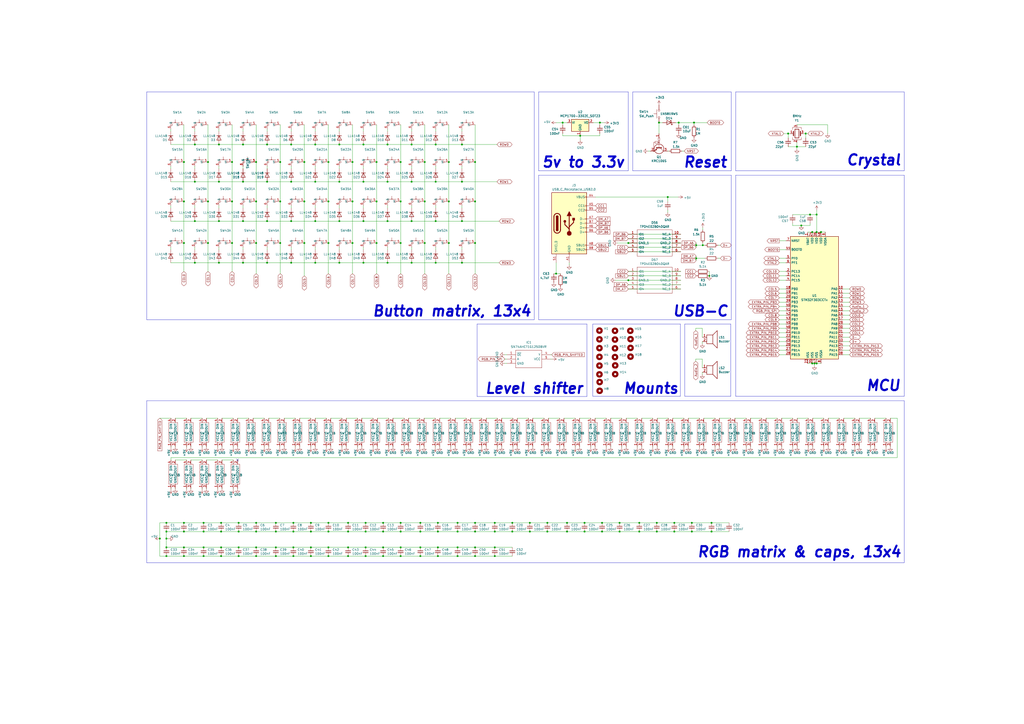
<source format=kicad_sch>
(kicad_sch (version 20231120) (generator "eeschema") (generator_version "8.0")
  (paper "A2")
  (junction (at 140.97 128.27))
  (junction (at 412.75 303.276))
  (junction (at 476.25 134.62))
  (junction (at 196.85 152.4))
  (junction (at 120.65 140.97))
  (junction (at 118.11 317.5))
  (junction (at 113.03 152.4))
  (junction (at 176.53 140.97))
  (junction (at 339.09 308.356))
  (junction (at 113.03 83.82))
  (junction (at 148.59 317.5))
  (junction (at 275.59 93.98))
  (junction (at 190.5 303.276))
  (junction (at 407.67 142.24))
  (junction (at 467.36 77.47))
  (junction (at 267.97 128.27))
  (junction (at 403.86 142.24))
  (junction (at 222.25 317.5))
  (junction (at 252.73 83.82))
  (junction (at 154.94 83.82))
  (junction (at 254 303.276))
  (junction (at 457.2 77.47))
  (junction (at 212.09 308.356))
  (junction (at 201.93 303.276))
  (junction (at 370.84 308.356))
  (junction (at 349.25 308.356))
  (junction (at 127 105.41))
  (junction (at 401.32 308.356))
  (junction (at 201.93 308.356))
  (junction (at 180.34 317.5))
  (junction (at 128.27 322.58))
  (junction (at 469.9 124.46))
  (junction (at 148.59 116.84))
  (junction (at 160.02 303.276))
  (junction (at 252.73 152.4))
  (junction (at 190.5 93.98))
  (junction (at 317.5 303.276))
  (junction (at 339.09 303.276))
  (junction (at 106.68 322.58))
  (junction (at 287.02 303.276))
  (junction (at 364.49 162.56))
  (junction (at 254 322.58))
  (junction (at 322.58 158.75))
  (junction (at 393.7 71.12))
  (junction (at 160.02 308.356))
  (junction (at 473.71 124.46))
  (junction (at 267.97 152.4))
  (junction (at 201.93 322.58))
  (junction (at 232.41 317.5))
  (junction (at 106.68 116.84))
  (junction (at 328.93 308.356))
  (junction (at 127 128.27))
  (junction (at 218.44 140.97))
  (junction (at 113.03 105.41))
  (junction (at 473.71 134.62))
  (junction (at 287.02 308.356))
  (junction (at 381 303.276))
  (junction (at 260.35 140.97))
  (junction (at 243.84 322.58))
  (junction (at 148.59 93.98))
  (junction (at 106.68 303.276))
  (junction (at 190.5 317.5))
  (junction (at 265.43 317.5))
  (junction (at 154.94 128.27))
  (junction (at 138.43 322.58))
  (junction (at 412.75 308.356))
  (junction (at 118.11 303.276))
  (junction (at 307.34 303.276))
  (junction (at 224.79 105.41))
  (junction (at 246.38 140.97))
  (junction (at 287.02 322.58))
  (junction (at 267.97 105.41))
  (junction (at 168.91 152.4))
  (junction (at 170.18 303.276))
  (junction (at 347.98 71.12))
  (junction (at 402.59 71.12))
  (junction (at 204.47 93.98))
  (junction (at 170.18 317.5))
  (junction (at 224.79 152.4))
  (junction (at 196.85 128.27))
  (junction (at 224.79 83.82))
  (junction (at 403.86 149.86))
  (junction (at 246.38 93.98))
  (junction (at 382.27 71.12))
  (junction (at 168.91 128.27))
  (junction (at 212.09 303.276))
  (junction (at 275.59 303.276))
  (junction (at 210.82 128.27))
  (junction (at 232.41 93.98))
  (junction (at 307.34 308.356))
  (junction (at 260.35 116.84))
  (junction (at 260.35 93.98))
  (junction (at 391.16 303.276))
  (junction (at 162.56 116.84))
  (junction (at 180.34 303.276))
  (junction (at 464.82 130.81))
  (junction (at 297.18 303.276))
  (junction (at 106.68 140.97))
  (junction (at 297.18 308.356))
  (junction (at 275.59 308.356))
  (junction (at 140.97 105.41))
  (junction (at 148.59 308.356))
  (junction (at 364.49 140.97))
  (junction (at 473.71 210.82))
  (junction (at 113.03 128.27))
  (junction (at 401.32 303.276))
  (junction (at 265.43 322.58))
  (junction (at 254 317.5))
  (junction (at 471.17 134.62))
  (junction (at 224.79 128.27))
  (junction (at 182.88 152.4))
  (junction (at 176.53 93.98))
  (junction (at 182.88 105.41))
  (junction (at 160.02 317.5))
  (junction (at 462.28 85.09))
  (junction (at 118.11 308.356))
  (junction (at 120.65 93.98))
  (junction (at 180.34 308.356))
  (junction (at 411.48 160.02))
  (junction (at 317.5 308.356))
  (junction (at 238.76 128.27))
  (junction (at 222.25 303.276))
  (junction (at 246.38 116.84))
  (junction (at 391.16 308.356))
  (junction (at 232.41 116.84))
  (junction (at 134.62 93.98))
  (junction (at 265.43 308.356))
  (junction (at 336.55 78.74))
  (junction (at 106.68 317.5))
  (junction (at 182.88 83.82))
  (junction (at 254 308.356))
  (junction (at 196.85 105.41))
  (junction (at 118.11 322.58))
  (junction (at 134.62 116.84))
  (junction (at 275.59 116.84))
  (junction (at 128.27 317.5))
  (junction (at 128.27 308.356))
  (junction (at 162.56 140.97))
  (junction (at 218.44 93.98))
  (junction (at 92.71 312.42))
  (junction (at 387.35 114.3))
  (junction (at 359.41 303.276))
  (junction (at 328.93 303.276))
  (junction (at 232.41 322.58))
  (junction (at 170.18 322.58))
  (junction (at 204.47 140.97))
  (junction (at 243.84 317.5))
  (junction (at 96.52 303.276))
  (junction (at 232.41 303.276))
  (junction (at 170.18 308.356))
  (junction (at 176.53 116.84))
  (junction (at 210.82 105.41))
  (junction (at 287.02 317.5))
  (junction (at 275.59 317.5))
  (junction (at 127 152.4))
  (junction (at 222.25 308.356))
  (junction (at 154.94 105.41))
  (junction (at 222.25 322.58))
  (junction (at 140.97 83.82))
  (junction (at 238.76 105.41))
  (junction (at 349.25 303.276))
  (junction (at 160.02 322.58))
  (junction (at 168.91 83.82))
  (junction (at 127 83.82))
  (junction (at 190.5 116.84))
  (junction (at 232.41 140.97))
  (junction (at 201.93 317.5))
  (junction (at 359.41 308.356))
  (junction (at 128.27 303.276))
  (junction (at 326.39 71.12))
  (junction (at 138.43 308.356))
  (junction (at 243.84 308.356))
  (junction (at 238.76 152.4))
  (junction (at 196.85 83.82))
  (junction (at 218.44 116.84))
  (junction (at 190.5 322.58))
  (junction (at 267.97 83.82))
  (junction (at 243.84 303.276))
  (junction (at 275.59 140.97))
  (junction (at 138.43 303.276))
  (junction (at 252.73 105.41))
  (junction (at 154.94 152.4))
  (junction (at 212.09 322.58))
  (junction (at 106.68 308.356))
  (junction (at 190.5 140.97))
  (junction (at 96.52 322.58))
  (junction (at 210.82 152.4))
  (junction (at 212.09 317.5))
  (junction (at 472.44 210.82))
  (junction (at 204.47 116.84))
  (junction (at 120.65 116.84))
  (junction (at 138.43 317.5))
  (junction (at 370.84 303.276))
  (junction (at 381 308.356))
  (junction (at 265.43 303.276))
  (junction (at 190.5 308.356))
  (junction (at 168.91 105.41))
  (junction (at 182.88 128.27))
  (junction (at 148.59 303.276))
  (junction (at 162.56 93.98))
  (junction (at 210.82 83.82))
  (junction (at 471.17 210.82))
  (junction (at 140.97 152.4))
  (junction (at 148.59 322.58))
  (junction (at 238.76 83.82))
  (junction (at 106.68 93.98))
  (junction (at 134.62 140.97))
  (junction (at 148.59 140.97))
  (junction (at 96.52 312.42))
  (junction (at 275.59 322.58))
  (junction (at 252.73 128.27))
  (junction (at 96.52 317.5))
  (junction (at 96.52 308.356))
  (junction (at 232.41 308.356))
  (junction (at 180.34 322.58))
  (no_connect (at 137.795 266.827))
  (wire (pts (xy 180.34 303.276) (xy 170.18 303.276)))
  (wire (pts (xy 297.18 317.5) (xy 287.02 317.5)))
  (wire (pts (xy 455.93 172.72) (xy 452.12 172.72)))
  (wire (pts (xy 218.44 72.39) (xy 218.44 93.98)))
  (polyline (pts (xy 426.72 229.87) (xy 524.51 229.87)))
  (wire (pts (xy 265.43 303.276) (xy 254 303.276)))
  (wire (pts (xy 232.41 116.84) (xy 232.41 140.97)))
  (wire (pts (xy 252.73 120.65) (xy 252.73 119.38)))
  (wire (pts (xy 190.5 72.39) (xy 190.5 93.98)))
  (wire (pts (xy 99.06 128.27) (xy 113.03 128.27)))
  (polyline (pts (xy 343.916 229.87) (xy 394.716 229.87)))
  (wire (pts (xy 401.32 303.276) (xy 391.16 303.276)))
  (wire (pts (xy 349.25 308.356) (xy 339.09 308.356)))
  (polyline (pts (xy 367.03 99.06) (xy 424.18 99.06)))
  (wire (pts (xy 455.93 198.12) (xy 452.12 198.12)))
  (wire (pts (xy 182.88 105.41) (xy 196.85 105.41)))
  (wire (pts (xy 254 317.5) (xy 243.84 317.5)))
  (wire (pts (xy 162.56 116.84) (xy 162.56 140.97)))
  (wire (pts (xy 101.727 283.337) (xy 101.727 283.591)))
  (wire (pts (xy 180.34 259.08) (xy 180.34 259.461)))
  (wire (pts (xy 216.408 259.08) (xy 216.408 259.461)))
  (wire (pts (xy 236.982 259.08) (xy 236.982 259.334)))
  (wire (pts (xy 401.32 308.356) (xy 391.16 308.356)))
  (wire (pts (xy 245.999 242.57) (xy 252.476 242.57)))
  (wire (pts (xy 267.97 105.41) (xy 288.29 105.41)))
  (wire (pts (xy 148.59 72.39) (xy 148.59 93.98)))
  (wire (pts (xy 200.914 259.08) (xy 200.914 259.334)))
  (wire (pts (xy 405.765 259.08) (xy 405.765 259.461)))
  (wire (pts (xy 364.49 140.97) (xy 394.97 140.97)))
  (wire (pts (xy 110.744 266.827) (xy 117.221 266.827)))
  (wire (pts (xy 170.18 317.5) (xy 160.02 317.5)))
  (wire (pts (xy 243.84 303.276) (xy 232.41 303.276)))
  (wire (pts (xy 468.63 77.47) (xy 467.36 77.47)))
  (wire (pts (xy 267.97 120.65) (xy 267.97 119.38)))
  (wire (pts (xy 120.65 140.97) (xy 120.65 157.48)))
  (wire (pts (xy 403.606 209.55) (xy 403.606 208.28)))
  (wire (pts (xy 92.71 303.276) (xy 96.52 303.276)))
  (wire (pts (xy 160.02 308.356) (xy 148.59 308.356)))
  (wire (pts (xy 138.43 308.356) (xy 128.27 308.356)))
  (wire (pts (xy 467.36 77.47) (xy 466.09 77.47)))
  (wire (pts (xy 252.476 259.08) (xy 252.476 259.461)))
  (wire (pts (xy 210.82 120.65) (xy 210.82 119.38)))
  (wire (pts (xy 201.93 308.356) (xy 190.5 308.356)))
  (wire (pts (xy 393.7 71.12) (xy 402.59 71.12)))
  (wire (pts (xy 275.59 72.39) (xy 275.59 93.98)))
  (wire (pts (xy 210.82 105.41) (xy 224.79 105.41)))
  (wire (pts (xy 498.475 242.57) (xy 504.952 242.57)))
  (wire (pts (xy 444.373 242.57) (xy 450.85 242.57)))
  (wire (pts (xy 92.71 322.58) (xy 92.71 312.42)))
  (polyline (pts (xy 85.09 53.34) (xy 309.88 53.34)))
  (wire (pts (xy 265.43 322.58) (xy 275.59 322.58)))
  (wire (pts (xy 182.88 120.65) (xy 182.88 119.38)))
  (wire (pts (xy 265.43 317.5) (xy 254 317.5)))
  (wire (pts (xy 106.68 322.58) (xy 118.11 322.58)))
  (wire (pts (xy 324.612 259.08) (xy 324.612 259.461)))
  (wire (pts (xy 407.67 132.08) (xy 407.67 133.35)))
  (wire (pts (xy 168.91 128.27) (xy 182.88 128.27)))
  (wire (pts (xy 99.06 76.2) (xy 99.06 74.93)))
  (wire (pts (xy 106.68 303.276) (xy 96.52 303.276)))
  (wire (pts (xy 154.94 76.2) (xy 154.94 74.93)))
  (wire (pts (xy 182.88 76.2) (xy 182.88 74.93)))
  (wire (pts (xy 190.5 93.98) (xy 190.5 116.84)))
  (wire (pts (xy 504.952 259.08) (xy 504.952 259.461)))
  (wire (pts (xy 408.305 259.08) (xy 408.305 259.334)))
  (wire (pts (xy 210.82 152.4) (xy 224.79 152.4)))
  (wire (pts (xy 345.44 114.3) (xy 387.35 114.3)))
  (polyline (pts (xy 85.09 232.41) (xy 524.51 232.41)))
  (wire (pts (xy 520.446 265.43) (xy 520.446 242.57)))
  (wire (pts (xy 113.03 152.4) (xy 127 152.4)))
  (wire (pts (xy 190.5 116.84) (xy 190.5 140.97)))
  (wire (pts (xy 422.91 308.356) (xy 412.75 308.356)))
  (wire (pts (xy 462.28 72.39) (xy 480.06 72.39)))
  (wire (pts (xy 344.17 71.12) (xy 347.98 71.12)))
  (wire (pts (xy 252.73 144.78) (xy 252.73 143.51)))
  (wire (pts (xy 168.91 76.2) (xy 168.91 74.93)))
  (wire (pts (xy 330.2 153.67) (xy 330.2 152.4)))
  (wire (pts (xy 148.59 93.98) (xy 148.59 116.84)))
  (wire (pts (xy 148.59 317.5) (xy 138.43 317.5)))
  (wire (pts (xy 452.12 149.86) (xy 455.93 149.86)))
  (polyline (pts (xy 85.09 326.39) (xy 85.09 232.41)))
  (wire (pts (xy 498.475 259.08) (xy 498.475 259.334)))
  (wire (pts (xy 162.56 93.98) (xy 162.56 116.84)))
  (wire (pts (xy 287.02 322.58) (xy 297.18 322.58)))
  (wire (pts (xy 127 128.27) (xy 140.97 128.27)))
  (wire (pts (xy 252.73 97.79) (xy 252.73 96.52)))
  (wire (pts (xy 218.44 93.98) (xy 218.44 116.84)))
  (wire (pts (xy 336.169 259.08) (xy 336.169 259.334)))
  (wire (pts (xy 455.93 160.02) (xy 452.12 160.02)))
  (wire (pts (xy 160.02 303.276) (xy 148.59 303.276)))
  (wire (pts (xy 92.71 242.57) (xy 99.187 242.57)))
  (wire (pts (xy 435.356 242.57) (xy 441.833 242.57)))
  (wire (pts (xy 339.09 303.276) (xy 328.93 303.276)))
  (wire (pts (xy 407.67 142.24) (xy 408.94 142.24)))
  (wire (pts (xy 372.237 242.57) (xy 378.714 242.57)))
  (wire (pts (xy 128.27 308.356) (xy 118.11 308.356)))
  (wire (pts (xy 364.49 167.64) (xy 394.97 167.64)))
  (wire (pts (xy 154.94 97.79) (xy 154.94 96.52)))
  (wire (pts (xy 232.41 322.58) (xy 243.84 322.58)))
  (wire (pts (xy 182.88 144.78) (xy 182.88 143.51)))
  (wire (pts (xy 407.416 195.58) (xy 407.416 190.5)))
  (wire (pts (xy 127 83.82) (xy 140.97 83.82)))
  (wire (pts (xy 452.12 152.4) (xy 455.93 152.4)))
  (wire (pts (xy 275.59 303.276) (xy 265.43 303.276)))
  (wire (pts (xy 417.322 259.08) (xy 417.322 259.334)))
  (wire (pts (xy 393.7 72.39) (xy 393.7 71.12)))
  (wire (pts (xy 99.187 259.08) (xy 99.187 259.461)))
  (wire (pts (xy 381.254 242.57) (xy 387.731 242.57)))
  (wire (pts (xy 459.74 130.81) (xy 464.82 130.81)))
  (wire (pts (xy 140.97 83.82) (xy 154.94 83.82)))
  (wire (pts (xy 306.578 259.08) (xy 306.578 259.461)))
  (wire (pts (xy 128.778 242.57) (xy 135.255 242.57)))
  (wire (pts (xy 462.407 259.08) (xy 462.407 259.334)))
  (wire (pts (xy 182.88 83.82) (xy 196.85 83.82)))
  (wire (pts (xy 471.424 242.57) (xy 477.901 242.57)))
  (wire (pts (xy 99.187 283.337) (xy 99.187 283.718)))
  (wire (pts (xy 99.06 83.82) (xy 113.03 83.82)))
  (wire (pts (xy 486.918 259.08) (xy 486.918 259.461)))
  (wire (pts (xy 252.73 105.41) (xy 267.97 105.41)))
  (wire (pts (xy 432.816 259.08) (xy 432.816 259.461)))
  (wire (pts (xy 403.86 149.86) (xy 403.86 148.59)))
  (wire (pts (xy 489.458 259.08) (xy 489.458 259.334)))
  (wire (pts (xy 236.982 242.57) (xy 243.459 242.57)))
  (wire (pts (xy 162.306 259.08) (xy 162.306 259.461)))
  (wire (pts (xy 207.391 259.08) (xy 207.391 259.461)))
  (wire (pts (xy 138.43 303.276) (xy 128.27 303.276)))
  (wire (pts (xy 459.867 259.08) (xy 459.867 259.461)))
  (wire (pts (xy 381 303.276) (xy 370.84 303.276)))
  (wire (pts (xy 364.49 157.48) (xy 394.97 157.48)))
  (wire (pts (xy 140.97 120.65) (xy 140.97 119.38)))
  (wire (pts (xy 209.931 259.08) (xy 209.931 259.334)))
  (wire (pts (xy 137.795 242.57) (xy 144.272 242.57)))
  (wire (pts (xy 318.135 259.08) (xy 318.135 259.334)))
  (wire (pts (xy 243.459 259.08) (xy 243.459 259.461)))
  (wire (pts (xy 292.862 208.28) (xy 294.005 208.28)))
  (wire (pts (xy 113.03 97.79) (xy 113.03 96.52)))
  (wire (pts (xy 148.59 140.97) (xy 148.59 158.75)))
  (wire (pts (xy 128.27 322.58) (xy 138.43 322.58)))
  (wire (pts (xy 182.88 259.08) (xy 182.88 259.334)))
  (wire (pts (xy 347.98 71.12) (xy 347.98 72.39)))
  (wire (pts (xy 326.39 71.12) (xy 328.93 71.12)))
  (wire (pts (xy 190.5 317.5) (xy 180.34 317.5)))
  (wire (pts (xy 287.02 317.5) (xy 275.59 317.5)))
  (wire (pts (xy 212.09 317.5) (xy 201.93 317.5)))
  (wire (pts (xy 492.76 172.72) (xy 488.95 172.72)))
  (wire (pts (xy 127 120.65) (xy 127 119.38)))
  (wire (pts (xy 243.84 322.58) (xy 254 322.58)))
  (wire (pts (xy 387.35 114.3) (xy 393.446 114.3)))
  (wire (pts (xy 469.9 124.46) (xy 459.74 124.46)))
  (wire (pts (xy 227.965 242.57) (xy 234.442 242.57)))
  (wire (pts (xy 222.25 317.5) (xy 212.09 317.5)))
  (wire (pts (xy 488.95 195.58) (xy 492.76 195.58)))
  (wire (pts (xy 218.948 259.08) (xy 218.948 259.334)))
  (wire (pts (xy 238.76 83.82) (xy 252.73 83.82)))
  (wire (pts (xy 106.68 72.39) (xy 106.68 93.98)))
  (wire (pts (xy 492.76 185.42) (xy 488.95 185.42)))
  (wire (pts (xy 291.084 242.57) (xy 297.561 242.57)))
  (wire (pts (xy 97.79 312.42) (xy 96.52 312.42)))
  (wire (pts (xy 201.93 322.58) (xy 212.09 322.58)))
  (wire (pts (xy 464.82 130.81) (xy 469.9 130.81)))
  (wire (pts (xy 204.47 116.84) (xy 204.47 140.97)))
  (polyline (pts (xy 340.487 229.997) (xy 340.487 187.96)))
  (wire (pts (xy 455.93 157.48) (xy 452.12 157.48)))
  (wire (pts (xy 224.79 97.79) (xy 224.79 96.52)))
  (wire (pts (xy 369.697 259.08) (xy 369.697 259.461)))
  (wire (pts (xy 153.289 259.08) (xy 153.289 259.461)))
  (wire (pts (xy 455.93 177.8) (xy 452.12 177.8)))
  (wire (pts (xy 190.5 322.58) (xy 201.93 322.58)))
  (wire (pts (xy 267.97 128.27) (xy 289.56 128.27)))
  (polyline (pts (xy 426.72 101.6) (xy 426.72 229.87)))
  (polyline (pts (xy 424.18 53.34) (xy 424.18 99.06)))
  (polyline (pts (xy 312.42 185.42) (xy 424.18 185.42)))
  (wire (pts (xy 225.425 259.08) (xy 225.425 259.461)))
  (wire (pts (xy 275.59 116.84) (xy 275.59 140.97)))
  (wire (pts (xy 180.34 317.5) (xy 170.18 317.5)))
  (wire (pts (xy 224.79 144.78) (xy 224.79 143.51)))
  (wire (pts (xy 387.35 116.84) (xy 387.35 114.3)))
  (wire (pts (xy 516.509 259.08) (xy 516.509 259.334)))
  (wire (pts (xy 455.93 190.5) (xy 452.12 190.5)))
  (wire (pts (xy 360.68 259.08) (xy 360.68 259.461)))
  (wire (pts (xy 96.52 312.42) (xy 96.52 308.356)))
  (wire (pts (xy 245.999 259.08) (xy 245.999 259.334)))
  (wire (pts (xy 459.74 129.54) (xy 459.74 130.81)))
  (wire (pts (xy 246.38 116.84) (xy 246.38 140.97)))
  (wire (pts (xy 347.98 78.74) (xy 336.55 78.74)))
  (wire (pts (xy 134.62 72.39) (xy 134.62 93.98)))
  (wire (pts (xy 238.76 128.27) (xy 252.73 128.27)))
  (wire (pts (xy 390.271 259.08) (xy 390.271 259.334)))
  (polyline (pts (xy 426.72 53.34) (xy 426.72 99.06)))
  (wire (pts (xy 118.11 322.58) (xy 128.27 322.58)))
  (wire (pts (xy 168.91 97.79) (xy 168.91 96.52)))
  (wire (pts (xy 222.25 308.356) (xy 212.09 308.356)))
  (wire (pts (xy 267.97 97.79) (xy 267.97 96.52)))
  (wire (pts (xy 417.83 142.24) (xy 416.56 142.24)))
  (wire (pts (xy 318.135 242.57) (xy 324.612 242.57)))
  (wire (pts (xy 396.9004 87.63) (xy 395.6304 87.63)))
  (wire (pts (xy 113.03 83.82) (xy 127 83.82)))
  (wire (pts (xy 462.28 86.36) (xy 462.28 85.09)))
  (wire (pts (xy 212.09 308.356) (xy 201.93 308.356)))
  (wire (pts (xy 96.52 312.42) (xy 96.52 317.5)))
  (wire (pts (xy 492.76 187.96) (xy 488.95 187.96)))
  (wire (pts (xy 358.14 140.97) (xy 364.49 140.97)))
  (wire (pts (xy 480.441 242.57) (xy 486.918 242.57)))
  (wire (pts (xy 267.97 83.82) (xy 288.29 83.82)))
  (wire (pts (xy 140.97 152.4) (xy 154.94 152.4)))
  (wire (pts (xy 101.727 242.57) (xy 108.204 242.57)))
  (wire (pts (xy 140.97 144.78) (xy 140.97 143.51)))
  (wire (pts (xy 422.91 303.276) (xy 412.75 303.276)))
  (wire (pts (xy 468.63 210.82) (xy 471.17 210.82)))
  (wire (pts (xy 326.39 78.74) (xy 326.39 77.47)))
  (wire (pts (xy 275.59 322.58) (xy 287.02 322.58)))
  (wire (pts (xy 224.79 76.2) (xy 224.79 74.93)))
  (wire (pts (xy 189.357 259.08) (xy 189.357 259.461)))
  (wire (pts (xy 255.016 259.08) (xy 255.016 259.334)))
  (wire (pts (xy 488.95 177.8) (xy 492.76 177.8)))
  (wire (pts (xy 381.254 259.08) (xy 381.254 259.334)))
  (wire (pts (xy 106.68 140.97) (xy 106.68 157.48)))
  (wire (pts (xy 342.646 259.08) (xy 342.646 259.461)))
  (wire (pts (xy 321.31 158.75) (xy 322.58 158.75)))
  (wire (pts (xy 426.339 242.57) (xy 432.816 242.57)))
  (polyline (pts (xy 364.49 99.06) (xy 364.49 53.34)))
  (wire (pts (xy 99.06 144.78) (xy 99.06 143.51)))
  (wire (pts (xy 399.288 242.57) (xy 405.765 242.57)))
  (wire (pts (xy 327.152 259.08) (xy 327.152 259.334)))
  (wire (pts (xy 246.38 93.98) (xy 246.38 116.84)))
  (wire (pts (xy 336.169 242.57) (xy 342.646 242.57)))
  (wire (pts (xy 238.76 97.79) (xy 238.76 96.52)))
  (wire (pts (xy 507.492 259.08) (xy 507.492 259.334)))
  (wire (pts (xy 471.17 210.82) (xy 472.44 210.82)))
  (wire (pts (xy 403.86 142.24) (xy 407.67 142.24)))
  (wire (pts (xy 471.424 259.08) (xy 471.424 259.334)))
  (polyline (pts (xy 397.256 229.87) (xy 397.256 187.96)))
  (wire (pts (xy 254 322.58) (xy 265.43 322.58)))
  (wire (pts (xy 450.85 259.08) (xy 450.85 259.461)))
  (wire (pts (xy 452.12 193.04) (xy 455.93 193.04)))
  (wire (pts (xy 326.39 71.12) (xy 326.39 72.39)))
  (wire (pts (xy 452.12 180.34) (xy 455.93 180.34)))
  (wire (pts (xy 255.016 242.57) (xy 261.493 242.57)))
  (wire (pts (xy 411.48 157.48) (xy 411.48 160.02)))
  (wire (pts (xy 190.5 140.97) (xy 190.5 158.75)))
  (wire (pts (xy 135.255 283.337) (xy 135.255 283.718)))
  (wire (pts (xy 238.76 120.65) (xy 238.76 119.38)))
  (wire (pts (xy 473.71 134.62) (xy 476.25 134.62)))
  (wire (pts (xy 455.93 195.58) (xy 452.12 195.58)))
  (wire (pts (xy 455.93 175.26) (xy 452.12 175.26)))
  (wire (pts (xy 288.544 259.08) (xy 288.544 259.461)))
  (wire (pts (xy 387.35 123.19) (xy 387.35 121.92)))
  (wire (pts (xy 164.846 242.57) (xy 171.323 242.57)))
  (wire (pts (xy 155.829 242.57) (xy 162.306 242.57)))
  (wire (pts (xy 477.901 259.08) (xy 477.901 259.461)))
  (wire (pts (xy 176.53 116.84) (xy 176.53 140.97)))
  (wire (pts (xy 246.38 72.39) (xy 246.38 93.98)))
  (polyline (pts (xy 423.926 187.96) (xy 423.926 229.87)))
  (wire (pts (xy 391.16 308.356) (xy 381 308.356)))
  (polyline (pts (xy 85.09 53.34) (xy 85.09 185.42)))
  (wire (pts (xy 234.442 259.08) (xy 234.442 259.461)))
  (wire (pts (xy 492.76 167.64) (xy 488.95 167.64)))
  (wire (pts (xy 246.38 140.97) (xy 246.38 158.75)))
  (wire (pts (xy 408.305 242.57) (xy 414.782 242.57)))
  (wire (pts (xy 363.22 242.57) (xy 369.697 242.57)))
  (wire (pts (xy 328.93 308.356) (xy 317.5 308.356)))
  (wire (pts (xy 224.79 83.82) (xy 238.76 83.82)))
  (polyline (pts (xy 394.716 187.96) (xy 394.716 229.87)))
  (wire (pts (xy 99.06 105.41) (xy 113.03 105.41)))
  (wire (pts (xy 224.79 105.41) (xy 238.76 105.41)))
  (wire (pts (xy 270.51 259.08) (xy 270.51 259.461)))
  (wire (pts (xy 204.47 140.97) (xy 204.47 158.75)))
  (wire (pts (xy 339.09 308.356) (xy 328.93 308.356)))
  (wire (pts (xy 452.12 187.96) (xy 455.93 187.96)))
  (wire (pts (xy 200.914 242.57) (xy 207.391 242.57)))
  (wire (pts (xy 92.71 312.42) (xy 92.71 303.276)))
  (wire (pts (xy 264.033 242.57) (xy 270.51 242.57)))
  (wire (pts (xy 403.606 191.77) (xy 403.606 190.5)))
  (wire (pts (xy 148.59 308.356) (xy 138.43 308.356)))
  (wire (pts (xy 218.44 116.84) (xy 218.44 140.97)))
  (wire (pts (xy 473.71 124.46) (xy 473.71 134.62)))
  (wire (pts (xy 275.59 317.5) (xy 265.43 317.5)))
  (wire (pts (xy 117.221 259.08) (xy 117.221 259.461)))
  (wire (pts (xy 201.93 317.5) (xy 190.5 317.5)))
  (wire (pts (xy 154.94 152.4) (xy 168.91 152.4)))
  (wire (pts (xy 180.34 308.356) (xy 170.18 308.356)))
  (wire (pts (xy 300.101 242.57) (xy 306.578 242.57)))
  (wire (pts (xy 173.863 242.57) (xy 180.34 242.57)))
  (wire (pts (xy 140.97 128.27) (xy 154.94 128.27)))
  (polyline (pts (xy 276.733 229.997) (xy 340.487 229.997)))
  (wire (pts (xy 363.22 259.08) (xy 363.22 259.334)))
  (wire (pts (xy 282.067 242.57) (xy 288.544 242.57)))
  (wire (pts (xy 117.221 283.337) (xy 117.221 283.718)))
  (wire (pts (xy 170.18 322.58) (xy 180.34 322.58)))
  (polyline (pts (xy 524.51 53.34) (xy 524.51 99.06)))
  (wire (pts (xy 351.663 259.08) (xy 351.663 259.461)))
  (wire (pts (xy 222.25 303.276) (xy 212.09 303.276)))
  (wire (pts (xy 315.595 259.08) (xy 315.595 259.461)))
  (wire (pts (xy 488.95 180.34) (xy 492.76 180.34)))
  (polyline (pts (xy 367.03 53.34) (xy 424.18 53.34)))
  (wire (pts (xy 135.255 259.08) (xy 135.255 259.461)))
  (wire (pts (xy 275.59 140.97) (xy 275.59 158.75)))
  (wire (pts (xy 120.65 93.98) (xy 120.65 116.84)))
  (wire (pts (xy 273.05 259.08) (xy 273.05 259.334)))
  (wire (pts (xy 232.41 72.39) (xy 232.41 93.98)))
  (polyline (pts (xy 394.716 187.96) (xy 343.916 187.96)))
  (wire (pts (xy 396.748 259.08) (xy 396.748 259.461)))
  (wire (pts (xy 196.85 144.78) (xy 196.85 143.51)))
  (wire (pts (xy 507.492 242.57) (xy 513.969 242.57)))
  (wire (pts (xy 128.778 259.08) (xy 128.778 259.334)))
  (wire (pts (xy 190.5 303.276) (xy 180.34 303.276)))
  (wire (pts (xy 480.06 72.39) (xy 480.06 77.47)))
  (wire (pts (xy 457.2 77.47) (xy 457.2 80.01)))
  (wire (pts (xy 412.75 308.356) (xy 401.32 308.356)))
  (wire (pts (xy 224.79 120.65) (xy 224.79 119.38)))
  (wire (pts (xy 480.441 259.08) (xy 480.441 259.334)))
  (wire (pts (xy 243.84 308.356) (xy 232.41 308.356)))
  (wire (pts (xy 488.95 205.74) (xy 492.76 205.74)))
  (wire (pts (xy 260.35 93.98) (xy 260.35 116.84)))
  (wire (pts (xy 119.761 259.08) (xy 119.761 259.334)))
  (wire (pts (xy 476.25 134.62) (xy 478.79 134.62)))
  (wire (pts (xy 154.94 83.82) (xy 168.91 83.82)))
  (polyline (pts (xy 424.18 101.6) (xy 312.42 101.6)))
  (polyline (pts (xy 312.42 99.06) (xy 364.49 99.06)))
  (wire (pts (xy 168.91 152.4) (xy 182.88 152.4)))
  (wire (pts (xy 317.5 303.276) (xy 307.34 303.276)))
  (wire (pts (xy 513.969 259.08) (xy 513.969 259.461)))
  (wire (pts (xy 182.88 152.4) (xy 196.85 152.4)))
  (wire (pts (xy 182.88 242.57) (xy 189.357 242.57)))
  (wire (pts (xy 119.761 266.827) (xy 126.238 266.827)))
  (wire (pts (xy 119.761 242.57) (xy 126.238 242.57)))
  (wire (pts (xy 375.92 87.63) (xy 377.19 87.63)))
  (wire (pts (xy 327.152 242.57) (xy 333.629 242.57)))
  (wire (pts (xy 452.12 167.64) (xy 455.93 167.64)))
  (wire (pts (xy 287.02 308.356) (xy 275.59 308.356)))
  (wire (pts (xy 391.16 303.276) (xy 381 303.276)))
  (wire (pts (xy 520.446 242.57) (xy 516.509 242.57)))
  (wire (pts (xy 354.203 242.57) (xy 360.68 242.57)))
  (wire (pts (xy 307.34 303.276) (xy 297.18 303.276)))
  (wire (pts (xy 182.88 97.79) (xy 182.88 96.52)))
  (wire (pts (xy 160.02 317.5) (xy 148.59 317.5)))
  (wire (pts (xy 232.41 140.97) (xy 232.41 158.75)))
  (wire (pts (xy 190.5 308.356) (xy 180.34 308.356)))
  (wire (pts (xy 238.76 144.78) (xy 238.76 143.51)))
  (wire (pts (xy 453.39 242.57) (xy 459.867 242.57)))
  (wire (pts (xy 260.35 116.84) (xy 260.35 140.97)))
  (wire (pts (xy 364.49 162.56) (xy 356.87 162.56)))
  (wire (pts (xy 196.85 120.65) (xy 196.85 119.38)))
  (polyline (pts (xy 424.18 185.42) (xy 424.18 101.6)))
  (wire (pts (xy 146.812 242.57) (xy 153.289 242.57)))
  (wire (pts (xy 492.76 182.88) (xy 488.95 182.88)))
  (wire (pts (xy 364.49 135.89) (xy 394.97 135.89)))
  (wire (pts (xy 423.799 259.08) (xy 423.799 259.461)))
  (wire (pts (xy 212.09 322.58) (xy 222.25 322.58)))
  (wire (pts (xy 407.416 217.17) (xy 407.416 215.9)))
  (wire (pts (xy 212.09 303.276) (xy 201.93 303.276)))
  (wire (pts (xy 471.17 134.62) (xy 473.71 134.62)))
  (wire (pts (xy 462.28 85.09) (xy 467.36 85.09)))
  (wire (pts (xy 134.62 116.84) (xy 134.62 140.97)))
  (wire (pts (xy 492.76 190.5) (xy 488.95 190.5)))
  (wire (pts (xy 407.416 213.36) (xy 407.416 208.28)))
  (wire (pts (xy 488.95 175.26) (xy 492.76 175.26)))
  (wire (pts (xy 403.86 151.13) (xy 403.86 149.86)))
  (wire (pts (xy 138.43 322.58) (xy 148.59 322.58)))
  (polyline (pts (xy 524.51 101.6) (xy 524.51 229.87)))
  (wire (pts (xy 171.323 259.08) (xy 171.323 259.461)))
  (wire (pts (xy 387.35 87.63) (xy 388.0104 87.63)))
  (wire (pts (xy 282.067 259.08) (xy 282.067 259.334)))
  (wire (pts (xy 488.95 170.18) (xy 492.76 170.18)))
  (wire (pts (xy 462.28 85.09) (xy 457.2 85.09)))
  (wire (pts (xy 394.97 165.1) (xy 364.49 165.1)))
  (wire (pts (xy 273.05 242.57) (xy 279.527 242.57)))
  (wire (pts (xy 101.727 259.08) (xy 101.727 259.334)))
  (polyline (pts (xy 426.72 53.34) (xy 524.51 53.34)))
  (wire (pts (xy 254 303.276) (xy 243.84 303.276)))
  (wire (pts (xy 113.03 128.27) (xy 127 128.27)))
  (wire (pts (xy 403.606 208.28) (xy 407.416 208.28)))
  (wire (pts (xy 218.948 242.57) (xy 225.425 242.57)))
  (wire (pts (xy 196.85 76.2) (xy 196.85 74.93)))
  (wire (pts (xy 162.56 140.97) (xy 162.56 158.75)))
  (wire (pts (xy 402.59 72.39) (xy 402.59 71.12)))
  (wire (pts (xy 455.93 185.42) (xy 452.12 185.42)))
  (wire (pts (xy 347.98 77.47) (xy 347.98 78.74)))
  (wire (pts (xy 204.47 72.39) (xy 204.47 93.98)))
  (wire (pts (xy 113.03 76.2) (xy 113.03 74.93)))
  (wire (pts (xy 260.35 140.97) (xy 260.35 158.75)))
  (wire (pts (xy 232.41 308.356) (xy 222.25 308.356)))
  (wire (pts (xy 336.55 81.28) (xy 336.55 78.74)))
  (wire (pts (xy 176.53 140.97) (xy 176.53 160.02)))
  (wire (pts (xy 252.73 152.4) (xy 267.97 152.4)))
  (wire (pts (xy 403.606 190.5) (xy 407.416 190.5)))
  (polyline (pts (xy 426.72 99.06) (xy 524.51 99.06)))
  (wire (pts (xy 128.778 266.827) (xy 135.255 266.827)))
  (wire (pts (xy 403.86 143.51) (xy 403.86 142.24)))
  (wire (pts (xy 160.02 322.58) (xy 170.18 322.58)))
  (wire (pts (xy 319.405 205.74) (xy 320.04 205.74)))
  (wire (pts (xy 435.356 259.08) (xy 435.356 259.334)))
  (wire (pts (xy 210.82 97.79) (xy 210.82 96.52)))
  (wire (pts (xy 382.27 71.12) (xy 382.27 77.47)))
  (wire (pts (xy 154.94 120.65) (xy 154.94 119.38)))
  (wire (pts (xy 227.965 259.08) (xy 227.965 259.334)))
  (wire (pts (xy 170.18 303.276) (xy 160.02 303.276)))
  (wire (pts (xy 164.846 259.08) (xy 164.846 259.334)))
  (wire (pts (xy 113.03 144.78) (xy 113.03 143.51)))
  (wire (pts (xy 224.79 152.4) (xy 238.76 152.4)))
  (wire (pts (xy 232.41 303.276) (xy 222.25 303.276)))
  (wire (pts (xy 319.405 208.28) (xy 320.167 208.28)))
  (wire (pts (xy 354.203 259.08) (xy 354.203 259.334)))
  (wire (pts (xy 106.68 308.356) (xy 96.52 308.356)))
  (wire (pts (xy 127 144.78) (xy 127 143.51)))
  (wire (pts (xy 452.12 205.74) (xy 455.93 205.74)))
  (wire (pts (xy 300.101 259.08) (xy 300.101 259.334)))
  (wire (pts (xy 137.795 259.08) (xy 137.795 259.334)))
  (wire (pts (xy 488.95 200.66) (xy 492.76 200.66)))
  (wire (pts (xy 309.118 242.57) (xy 315.595 242.57)))
  (wire (pts (xy 146.812 259.08) (xy 146.812 259.334)))
  (wire (pts (xy 127 76.2) (xy 127 74.93)))
  (wire (pts (xy 349.25 303.276) (xy 339.09 303.276)))
  (wire (pts (xy 196.85 83.82) (xy 210.82 83.82)))
  (wire (pts (xy 154.94 128.27) (xy 168.91 128.27)))
  (wire (pts (xy 201.93 303.276) (xy 190.5 303.276)))
  (wire (pts (xy 232.41 93.98) (xy 232.41 116.84)))
  (polyline (pts (xy 397.256 229.87) (xy 423.926 229.87)))
  (polyline (pts (xy 524.51 326.39) (xy 85.09 326.39)))
  (wire (pts (xy 113.03 105.41) (xy 127 105.41)))
  (wire (pts (xy 317.5 308.356) (xy 307.34 308.356)))
  (wire (pts (xy 495.935 259.08) (xy 495.935 259.461)))
  (wire (pts (xy 176.53 93.98) (xy 176.53 116.84)))
  (wire (pts (xy 370.84 303.276) (xy 359.41 303.276)))
  (polyline (pts (xy 309.88 185.42) (xy 85.09 185.42)))
  (wire (pts (xy 222.25 322.58) (xy 232.41 322.58)))
  (wire (pts (xy 414.782 259.08) (xy 414.782 259.461)))
  (wire (pts (xy 473.71 124.46) (xy 469.9 124.46)))
  (wire (pts (xy 407.416 199.39) (xy 407.416 198.12)))
  (wire (pts (xy 140.97 105.41) (xy 154.94 105.41)))
  (wire (pts (xy 416.56 149.86) (xy 417.83 149.86)))
  (wire (pts (xy 155.829 259.08) (xy 155.829 259.334)))
  (wire (pts (xy 359.41 303.276) (xy 349.25 303.276)))
  (wire (pts (xy 426.339 259.08) (xy 426.339 259.334)))
  (wire (pts (xy 134.62 140.97) (xy 134.62 157.48)))
  (wire (pts (xy 399.288 259.08) (xy 399.288 259.334)))
  (wire (pts (xy 126.238 283.337) (xy 126.238 283.718)))
  (wire (pts (xy 154.94 105.41) (xy 168.91 105.41)))
  (polyline (pts (xy 312.42 53.34) (xy 312.42 99.06)))
  (wire (pts (xy 176.53 72.39) (xy 176.53 93.98)))
  (wire (pts (xy 191.897 242.57) (xy 198.374 242.57)))
  (wire (pts (xy 322.58 158.75) (xy 325.12 158.75)))
  (wire (pts (xy 394.97 160.02) (xy 364.49 160.02)))
  (wire (pts (xy 441.833 259.08) (xy 441.833 259.461)))
  (wire (pts (xy 210.82 83.82) (xy 224.79 83.82)))
  (wire (pts (xy 99.187 265.43) (xy 520.446 265.43)))
  (wire (pts (xy 252.73 128.27) (xy 267.97 128.27)))
  (wire (pts (xy 120.65 72.39) (xy 120.65 93.98)))
  (wire (pts (xy 472.44 210.82) (xy 473.71 210.82)))
  (wire (pts (xy 492.76 203.2) (xy 488.95 203.2)))
  (wire (pts (xy 462.407 242.57) (xy 468.884 242.57)))
  (wire (pts (xy 297.18 303.276) (xy 287.02 303.276)))
  (wire (pts (xy 381 308.356) (xy 370.84 308.356)))
  (wire (pts (xy 307.34 308.356) (xy 297.18 308.356)))
  (wire (pts (xy 455.93 182.88) (xy 452.12 182.88)))
  (wire (pts (xy 387.731 259.08) (xy 387.731 259.461)))
  (wire (pts (xy 106.68 93.98) (xy 106.68 116.84)))
  (wire (pts (xy 99.187 266.827) (xy 99.187 265.43)))
  (wire (pts (xy 279.527 259.08) (xy 279.527 259.461)))
  (wire (pts (xy 96.52 322.58) (xy 92.71 322.58)))
  (polyline (pts (xy 309.88 53.34) (xy 309.88 185.42)))
  (wire (pts (xy 210.82 144.78) (xy 210.82 143.51)))
  (wire (pts (xy 108.204 283.337) (xy 108.204 283.718)))
  (polyline (pts (xy 367.03 53.34) (xy 367.03 99.06)))
  (wire (pts (xy 120.65 116.84) (xy 120.65 140.97)))
  (wire (pts (xy 265.43 308.356) (xy 254 308.356)))
  (wire (pts (xy 196.85 105.41) (xy 210.82 105.41)))
  (wire (pts (xy 182.88 128.27) (xy 196.85 128.27)))
  (wire (pts (xy 99.06 97.79) (xy 99.06 96.52)))
  (wire (pts (xy 370.84 308.356) (xy 359.41 308.356)))
  (wire (pts (xy 252.73 76.2) (xy 252.73 74.93)))
  (wire (pts (xy 148.59 303.276) (xy 138.43 303.276)))
  (wire (pts (xy 297.561 259.08) (xy 297.561 259.461)))
  (wire (pts (xy 378.714 259.08) (xy 378.714 259.461)))
  (wire (pts (xy 261.493 259.08) (xy 261.493 259.461)))
  (wire (pts (xy 458.47 77.47) (xy 457.2 77.47)))
  (wire (pts (xy 457.2 77.47) (xy 454.66 77.47)))
  (wire (pts (xy 238.76 76.2) (xy 238.76 74.93)))
  (wire (pts (xy 154.94 144.78) (xy 154.94 143.51)))
  (wire (pts (xy 110.744 242.57) (xy 117.221 242.57)))
  (wire (pts (xy 452.12 144.78) (xy 455.93 144.78)))
  (wire (pts (xy 101.727 266.827) (xy 108.204 266.827)))
  (wire (pts (xy 148.59 322.58) (xy 160.02 322.58)))
  (wire (pts (xy 127 152.4) (xy 140.97 152.4)))
  (wire (pts (xy 267.97 152.4) (xy 289.56 152.4)))
  (wire (pts (xy 267.97 144.78) (xy 267.97 143.51)))
  (wire (pts (xy 333.629 259.08) (xy 333.629 259.461)))
  (wire (pts (xy 113.03 120.65) (xy 113.03 119.38)))
  (wire (pts (xy 468.884 259.08) (xy 468.884 259.461)))
  (wire (pts (xy 108.204 259.08) (xy 108.204 259.461)))
  (wire (pts (xy 168.91 144.78) (xy 168.91 143.51)))
  (wire (pts (xy 106.68 116.84) (xy 106.68 140.97)))
  (wire (pts (xy 224.79 128.27) (xy 238.76 128.27)))
  (wire (pts (xy 407.67 140.97) (xy 407.67 142.24)))
  (wire (pts (xy 488.95 193.04) (xy 492.76 193.04)))
  (wire (pts (xy 412.75 303.276) (xy 401.32 303.276)))
  (wire (pts (xy 140.97 97.79) (xy 140.97 96.52)))
  (wire (pts (xy 96.52 322.58) (xy 106.68 322.58)))
  (polyline (pts (xy 423.926 187.96) (xy 397.256 187.96)))
  (wire (pts (xy 489.458 242.57) (xy 495.935 242.57)))
  (wire (pts (xy 455.93 170.18) (xy 452.12 170.18)))
  (wire (pts (xy 326.39 78.74) (xy 336.55 78.74)))
  (wire (pts (xy 110.744 283.337) (xy 110.744 283.591)))
  (wire (pts (xy 196.85 152.4) (xy 210.82 152.4)))
  (wire (pts (xy 467.36 77.47) (xy 467.36 80.01)))
  (wire (pts (xy 264.033 259.08) (xy 264.033 259.334)))
  (wire (pts (xy 292.735 210.82) (xy 294.005 210.82)))
  (wire (pts (xy 403.86 142.24) (xy 403.86 140.97)))
  (polyline (pts (xy 343.916 187.96) (xy 343.916 229.87)))
  (wire (pts (xy 191.897 259.08) (xy 191.897 259.334)))
  (wire (pts (xy 99.06 120.65) (xy 99.06 119.38)))
  (wire (pts (xy 238.76 152.4) (xy 252.73 152.4)))
  (wire (pts (xy 128.27 303.276) (xy 118.11 303.276)))
  (wire (pts (xy 328.93 303.276) (xy 317.5 303.276)))
  (wire (pts (xy 209.931 242.57) (xy 216.408 242.57)))
  (wire (pts (xy 119.761 283.337) (xy 119.761 283.591)))
  (wire (pts (xy 359.41 308.356) (xy 349.25 308.356)))
  (wire (pts (xy 322.58 152.4) (xy 322.58 158.75)))
  (wire (pts (xy 260.35 72.39) (xy 260.35 93.98)))
  (wire (pts (xy 140.97 76.2) (xy 140.97 74.93)))
  (wire (pts (xy 210.82 128.27) (xy 224.79 128.27)))
  (wire (pts (xy 173.863 259.08) (xy 173.863 259.334)))
  (wire (pts (xy 218.44 140.97) (xy 218.44 158.75)))
  (wire (pts (xy 453.39 259.08) (xy 453.39 259.334)))
  (wire (pts (xy 134.62 93.98) (xy 134.62 116.84)))
  (wire (pts (xy 170.18 308.356) (xy 160.02 308.356)))
  (wire (pts (xy 267.97 76.2) (xy 267.97 74.93)))
  (wire (pts (xy 275.59 308.356) (xy 265.43 308.356)))
  (wire (pts (xy 210.82 76.2) (xy 210.82 74.93)))
  (wire (pts (xy 238.76 105.41) (xy 252.73 105.41)))
  (wire (pts (xy 417.322 242.57) (xy 423.799 242.57)))
  (polyline (pts (xy 340.487 187.96) (xy 276.733 187.96)))
  (wire (pts (xy 118.11 317.5) (xy 106.68 317.5)))
  (wire (pts (xy 472.44 210.82) (xy 472.44 212.09)))
  (wire (pts (xy 127 97.79) (xy 127 96.52)))
  (wire (pts (xy 137.795 283.337) (xy 137.795 283.591)))
  (wire (pts (xy 196.85 128.27) (xy 210.82 128.27)))
  (wire (pts (xy 473.71 121.92) (xy 473.71 124.46)))
  (wire (pts (xy 110.744 259.08) (xy 110.744 259.334)))
  (wire (pts (xy 394.97 138.43) (xy 364.49 138.43)))
  (wire (pts (xy 297.18 308.356) (xy 287.02 308.356)))
  (wire (pts (xy 118.11 303.276) (xy 106.68 303.276)))
  (wire (pts (xy 126.238 259.08) (xy 126.238 259.461)))
  (wire (pts (xy 292.735 205.74) (xy 294.005 205.74)))
  (wire (pts (xy 128.27 317.5) (xy 118.11 317.5)))
  (polyline (pts (xy 312.42 53.34) (xy 364.49 53.34)))
  (wire (pts (xy 138.43 317.5) (xy 128.27 317.5)))
  (wire (pts (xy 106.68 317.5) (xy 96.52 317.5)))
  (wire (pts (xy 452.12 139.7) (xy 455.93 139.7)))
  (polyline (pts (xy 524.51 326.39) (xy 524.51 232.41)))
  (wire (pts (xy 402.59 71.12) (xy 410.21 71.12)))
  (wire (pts (xy 128.778 283.337) (xy 128.778 283.591)))
  (wire (pts (xy 488.95 198.12) (xy 492.76 198.12)))
  (wire (pts (xy 382.27 71.12) (xy 384.302 71.12)))
  (wire (pts (xy 390.271 242.57) (xy 396.748 242.57)))
  (wire (pts (xy 469.9 130.81) (xy 469.9 129.54)))
  (polyline (pts (xy 426.72 101.6) (xy 524.51 101.6)))
  (wire (pts (xy 252.73 83.82) (xy 267.97 83.82)))
  (polyline (pts (xy 276.733 187.96) (xy 276.733 229.997)))
  (wire (pts (xy 168.91 83.82) (xy 182.88 83.82)))
  (wire (pts (xy 364.49 162.56) (xy 394.97 162.56)))
  (wire (pts (xy 345.186 242.57) (xy 351.663 242.57)))
  (wire (pts (xy 468.63 134.62) (xy 471.17 134.62)))
  (wire (pts (xy 162.56 72.39) (xy 162.56 93.98)))
  (wire (pts (xy 232.41 317.5) (xy 222.25 317.5)))
  (wire (pts (xy 322.58 71.12) (xy 326.39 71.12)))
  (wire (pts (xy 345.186 259.08) (xy 345.186 259.334)))
  (wire (pts (xy 291.084 259.08) (xy 291.084 259.334)))
  (wire (pts (xy 455.93 203.2) (xy 452.12 203.2)))
  (wire (pts (xy 275.59 93.98) (xy 275.59 116.84)))
  (wire (pts (xy 204.47 93.98) (xy 204.47 116.84)))
  (wire (pts (xy 180.34 322.58) (xy 190.5 322.58)))
  (wire (pts (xy 196.85 97.79) (xy 196.85 96.52)))
  (polyline (pts (xy 312.42 101.6) (xy 312.42 185.42)))
  (wire (pts (xy 99.06 152.4) (xy 113.03 152.4)))
  (wire (pts (xy 144.272 259.08) (xy 144.272 259.461)))
  (wire (pts (xy 254 308.356) (xy 243.84 308.356)))
  (wire (pts (xy 462.28 82.55) (xy 462.28 85.09)))
  (wire (pts (xy 118.11 308.356) (xy 106.68 308.356)))
  (wire (pts (xy 168.91 120.65) (xy 168.91 119.38)))
  (wire (pts (xy 394.97 146.05) (xy 364.49 146.05)))
  (wire (pts (xy 473.71 210.82) (xy 476.25 210.82)))
  (wire (pts (xy 347.98 71.12) (xy 350.52 71.12)))
  (wire (pts (xy 168.91 105.41) (xy 182.88 105.41)))
  (wire (pts (xy 127 105.41) (xy 140.97 105.41)))
  (wire (pts (xy 372.237 259.08) (xy 372.237 259.334)))
  (wire (pts (xy 391.922 71.12) (xy 393.7 71.12)))
  (wire (pts (xy 364.49 143.51) (xy 394.97 143.51)))
  (wire (pts (xy 444.373 259.08) (xy 444.373 259.334)))
  (wire (pts (xy 148.59 116.84) (xy 148.59 140.97)))
  (wire (pts (xy 287.02 303.276) (xy 275.59 303.276)))
  (wire (pts (xy 309.118 259.08) (xy 309.118 259.334)))
  (wire (pts (xy 198.374 259.08) (xy 198.374 259.461)))
  (wire (pts (xy 403.86 149.86) (xy 408.94 149.86)))
  (wire (pts (xy 455.93 162.56) (xy 452.12 162.56)))
  (wire (pts (xy 243.84 317.5) (xy 232.41 317.5)))
  (wire (pts (xy 452.12 200.66) (xy 455.93 200.66)))
  (text "Mounts\n" (at 394.081 228.981 0) (effects (font (size 5.9944 5.9944) (thickness 1.1989) (bold yes) (italic yes)) (justify right bottom)))
  (text "USB-C\n" (at 422.783 184.15 0) (effects (font (size 5.9944 5.9944) (thickness 1.1989) (bold yes) (italic yes)) (justify right bottom)))
  (text "Crystal\n" (at 523.24 96.52 0) (effects (font (size 5.9944 5.9944) (thickness 1.1989) (bold yes) (italic yes)) (justify right bottom)))
  (text "RGB matrix & caps, 13x4" (at 523.24 323.85 0) (effects (font (size 5.9944 5.9944) (thickness 1.1989) (bold yes) (italic yes)) (justify right bottom)))
  (text "Reset" (at 422.148 97.79 0) (effects (font (size 5.9944 5.9944) (thickness 1.1989) (bold yes) (italic yes)) (justify right bottom)))
  (text "Button matrix, 13x4" (at 308.61 184.15 0) (effects (font (size 5.9944 5.9944) (thickness 1.1989) (bold yes) (italic yes)) (justify right bottom)))
  (text "5v to 3.3v" (at 362.712 97.79 0) (effects (font (size 5.9944 5.9944) (thickness 1.1989) (bold yes) (italic yes)) (justify right bottom)))
  (text "Level shifter" (at 338.836 228.981 0) (effects (font (size 5.9944 5.9944) (thickness 1.1989) (bold yes) (italic yes)) (justify right bottom)))
  (text "MCU" (at 522.732 227.33 0) (effects (font (size 5.9944 5.9944) (thickness 1.1989) (bold yes) (italic yes)) (justify right bottom)))
  (global_label "ROW1" (shape bidirectional) (at 288.29 105.41 0) (property "Intersheetrefs" "${INTERSHEET_REFS}" (effects (hide yes))))
  (global_label "COL8" (shape bidirectional) (at 218.44 158.75 270) (property "Intersheetrefs" "${INTERSHEET_REFS}" (effects (hide yes))))
  (global_label "COL5" (shape bidirectional) (at 176.53 160.02 270) (property "Intersheetrefs" "${INTERSHEET_REFS}" (effects (hide yes))))
  (global_label "EXTRA_PIN_PB4" (shape bidirectional) (at 452.12 177.8 180) (property "Intersheetrefs" "${INTERSHEET_REFS}" (effects (hide yes))))
  (global_label "SBU1" (shape input) (at 345.44 142.24 0) (property "Intersheetrefs" "${INTERSHEET_REFS}" (effects (hide yes))))
  (global_label "COL12" (shape bidirectional) (at 275.59 158.75 270) (property "Intersheetrefs" "${INTERSHEET_REFS}" (effects (hide yes))))
  (global_label "CC1" (shape input) (at 364.49 143.51 180) (property "Intersheetrefs" "${INTERSHEET_REFS}" (effects (hide yes))))
  (global_label "EXTRA_PIN_PA15" (shape bidirectional) (at 492.76 205.74 0) (property "Intersheetrefs" "${INTERSHEET_REFS}" (effects (hide yes))))
  (global_label "COL9" (shape bidirectional) (at 452.12 185.42 180) (property "Intersheetrefs" "${INTERSHEET_REFS}" (effects (hide yes))))
  (global_label "EXTRA_PIN_PB11" (shape bidirectional) (at 452.12 195.58 180) (property "Intersheetrefs" "${INTERSHEET_REFS}" (effects (hide yes))))
  (global_label "BOOT0" (shape bidirectional) (at 410.21 71.12 0) (property "Intersheetrefs" "${INTERSHEET_REFS}" (effects (hide yes))))
  (global_label "NRST" (shape bidirectional) (at 396.9004 87.63 0) (property "Intersheetrefs" "${INTERSHEET_REFS}" (effects (hide yes))))
  (global_label "Audio_2" (shape bidirectional) (at 492.76 180.34 0) (property "Intersheetrefs" "${INTERSHEET_REFS}" (effects (hide yes))))
  (global_label "DM_A7" (shape input) (at 364.49 167.64 180) (property "Intersheetrefs" "${INTERSHEET_REFS}" (effects (hide yes))))
  (global_label "COL4" (shape bidirectional) (at 162.56 158.75 270) (property "Intersheetrefs" "${INTERSHEET_REFS}" (effects (hide yes))))
  (global_label "Audio_2" (shape bidirectional) (at 403.606 209.55 270) (property "Intersheetrefs" "${INTERSHEET_REFS}" (effects (hide yes))))
  (global_label "EXTRA_PIN_PB9" (shape bidirectional) (at 452.12 190.5 180) (property "Intersheetrefs" "${INTERSHEET_REFS}" (effects (hide yes))))
  (global_label "DM_B7" (shape input) (at 345.44 129.54 0) (property "Intersheetrefs" "${INTERSHEET_REFS}" (effects (hide yes))))
  (global_label "EXTRA_PIN_PA13" (shape bidirectional) (at 492.76 200.66 0) (property "Intersheetrefs" "${INTERSHEET_REFS}" (effects (hide yes))))
  (global_label "CC2" (shape input) (at 345.44 121.92 0) (property "Intersheetrefs" "${INTERSHEET_REFS}" (effects (hide yes))))
  (global_label "D-" (shape bidirectional) (at 417.83 149.86 0) (property "Intersheetrefs" "${INTERSHEET_REFS}" (effects (hide yes))))
  (global_label "COL2" (shape bidirectional) (at 492.76 187.96 0) (property "Intersheetrefs" "${INTERSHEET_REFS}" (effects (hide yes))))
  (global_label "SBU2" (shape input) (at 364.49 146.05 180) (property "Intersheetrefs" "${INTERSHEET_REFS}" (effects (hide yes))))
  (global_label "DM_B7" (shape input) (at 364.49 138.43 180) (property "Intersheetrefs" "${INTERSHEET_REFS}" (effects (hide yes))))
  (global_label "COL7" (shape bidirectional) (at 452.12 172.72 180) (property "Intersheetrefs" "${INTERSHEET_REFS}" (effects (hide yes))))
  (global_label "D+" (shape bidirectional) (at 492.76 198.12 0) (property "Intersheetrefs" "${INTERSHEET_REFS}" (effects (hide yes))))
  (global_label "COL12" (shape bidirectional) (at 452.12 162.56 180) (property "Intersheetrefs" "${INTERSHEET_REFS}" (effects (hide yes))))
  (global_label "DP_B6" (shape input) (at 403.86 143.51 180) (property "Intersheetrefs" "${INTERSHEET_REFS}" (effects (hide yes))))
  (global_label "Audio_1" (shape bidirectional) (at 403.606 191.77 270) (property "Intersheetrefs" "${INTERSHEET_REFS}" (effects (hide yes))))
  (global_label "XTAL2" (shape bidirectional) (at 452.12 152.4 180) (property "Intersheetrefs" "${INTERSHEET_REFS}" (effects (hide yes))))
  (global_label "COL0" (shape bidirectional) (at 106.68 157.48 270) (property "Intersheetrefs" "${INTERSHEET_REFS}" (effects (hide yes))))
  (global_label "COL1" (shape bidirectional) (at 120.65 157.48 270) (property "Intersheetrefs" "${INTERSHEET_REFS}" (effects (hide yes))))
  (global_label "EXTRA_PIN_PB14" (shape bidirectional) (at 452.12 203.2 180) (property "Intersheetrefs" "${INTERSHEET_REFS}" (effects (hide yes))))
  (global_label "EXTRA_PIN_PB10" (shape bidirectional) (at 452.12 193.04 180) (property "Intersheetrefs" "${INTERSHEET_REFS}" (effects (hide yes))))
  (global_label "D-" (shape bidirectional) (at 492.76 195.58 0) (property "Intersheetrefs" "${INTERSHEET_REFS}" (effects (hide yes))))
  (global_label "ROW2" (shape bidirectional) (at 492.76 172.72 0) (property "Intersheetrefs" "${INTERSHEET_REFS}" (effects (hide yes))))
  (global_label "COL7" (shape bidirectional) (at 204.47 158.75 270) (property "Intersheetrefs" "${INTERSHEET_REFS}" (effects (hide yes))))
  (global_label "CC2" (shape input) (at 403.86 160.02 180) (property "Intersheetrefs" "${INTERSHEET_REFS}" (effects (hide yes))))
  (global_label "DP_B6" (shape input) (at 345.44 134.62 0) (property "Intersheetrefs" "${INTERSHEET_REFS}" (effects (hide yes))))
  (global_label "COL0" (shape bidirectional) (at 492.76 182.88 0) (property "Intersheetrefs" "${INTERSHEET_REFS}" (effects (hide yes))))
  (global_label "COL10" (shape bidirectional) (at 452.12 157.48 180) (property "Intersheetrefs" "${INTERSHEET_REFS}" (effects (hide yes))))
  (global_label "XTAL1" (shape bidirectional) (at 452.12 149.86 180) (property "Intersheetrefs" "${INTERSHEET_REFS}" (effects (hide yes))))
  (global_label "EXTRA_PIN_PA14" (shape bidirectional) (at 492.76 203.2 0) (property "Intersheetrefs" "${INTERSHEET_REFS}" (effects (hide yes))))
  (global_label "DP_A6" (shape input) (at 364.49 165.1 180) (property "Intersheetrefs" "${INTERSHEET_REFS}" (effects (hide yes))))
  (global_label "COL10" (shape bidirectional) (at 246.38 158.75 270) (property "Intersheetrefs" "${INTERSHEET_REFS}" (effects (hide yes))))
  (global_label "DP_A6" (shape input) (at 403.86 140.97 180) (property "Intersheetrefs" "${INTERSHEET_REFS}" (effects (hide yes))))
  (global_label "DM_A7" (shape input) (at 403.86 148.59 180) (property "Intersheetrefs" "${INTERSHEET_REFS}" (effects (hide yes))))
  (global_label "DP_A6" (shape input) (at 345.44 132.08 0) (property "Intersheetrefs" "${INTERSHEET_REFS}" (effects (hide yes))))
  (global_label "EXTRA_PIN_PB15" (shape bidirectional) (at 452.12 205.74 180) (property "Intersheetrefs" "${INTERSHEET_REFS}" (effects (hide yes))))
  (global_label "EXTRA_PIN_PB3" (shape bidirectional) (at 452.12 175.26 180) (property "Intersheetrefs" "${INTERSHEET_REFS}" (effects (hide yes))))
  (global_label "COL11" (shape bidirectional) (at 452.12 160.02 180) (property "Intersheetrefs" "${INTERSHEET_REFS}" (effects (hide yes))))
  (global_label "ROW0" (shape bidirectional) (at 492.76 167.64 0) (property "Intersheetrefs" "${INTERSHEET_REFS}" (effects (hide yes))))
  (global_label "ROW1" (shape bidirectional) (at 492.76 170.18 0) (property "Intersheetrefs" "${INTERSHEET_REFS}" (effects (hide yes))))
  (global_label "ROW2" (shape bidirectional) (at 289.56 128.27 0) (property "Intersheetrefs" "${INTERSHEET_REFS}" (effects (hide yes))))
  (global_label "COL11" (shape bidirectional) (at 260.35 158.75 270) (property "Intersheetrefs" "${INTERSHEET_REFS}" (effects (hide yes))))
  (global_label "ROW3" (shape bidirectional) (at 289.56 152.4 0) (property "Intersheetrefs" "${INTERSHEET_REFS}" (effects (hide yes))))
  (global_label "COL6" (shape bidirectional) (at 190.5 158.75 270) (property "Intersheetrefs" "${INTERSHEET_REFS}" (effects (hide yes))))
  (global_label "XTAL1" (shape bidirectional) (at 454.66 77.47 180) (property "Intersheetrefs" "${INTERSHEET_REFS}" (effects (hide yes))))
  (global_label "COL8" (shape bidirectional) (at 452.12 182.88 180) (property "Intersheetrefs" "${INTERSHEET_REFS}" (effects (hide yes))))
  (global_label "DM_A7" (shape input) (at 345.44 127 0) (property "Intersheetrefs" "${INTERSHEET_REFS}" (effects (hide yes))))
  (global_label "RGB_PIN_SPI" (shape bidirectional) (at 452.12 180.34 180) (property "Intersheetrefs" "${INTERSHEET_REFS}" (effects (hide yes))))
  (global_label "EXTRA_PIN_PB8" (shape bidirectional) (at 452.12 187.96 180) (property "Intersheetrefs" "${INTERSHEET_REFS}" (effects (hide yes))))
  (global_label "EXTRA_PIN_PB12" (shape bidirectional) (at 452.12 198.12 180) (property "Intersheetrefs" "${INTERSHEET_REFS}" (effects (hide yes))))
  (global_label "DM_B7" (shape input) (at 403.86 151.13 180) (property "Intersheetrefs" "${INTERSHEET_REFS}" (effects (hide yes))))
  (global_label "ROW0" (shape bidirectional) (at 288.29 83.82 0) (property "Intersheetrefs" "${INTERSHEET_REFS}" (effects (hide yes))))
  (global_label "COL2" (shape bidirectional) (at 134.62 157.48 270) (property "Intersheetrefs" "${INTERSHEET_REFS}" (effects (hide yes))))
  (global_label "DP_B6" (shape input) (at 364.49 135.89 180) (property "Intersheetrefs" "${INTERSHEET_REFS}" (effects (hide yes))))
  (global_label "COL6" (shape bidirectional) (at 452.12 170.18 180) (property "Intersheetrefs" "${INTERSHEET_REFS}" (effects (hide yes))))
  (global_label "ROW3" (shape bidirectional) (at 492.76 175.26 0) (property "Intersheetrefs" "${INTERSHEET_REFS}" (effects (hide yes))))
  (global_label "EXTRA_PIN_PB13" (shape bidirectional) (at 452.12 200.66 180) (property "Intersheetrefs" "${INTERSHEET_REFS}" (effects (hide yes))))
  (global_label "CC1" (shape input) (at 403.86 157.48 180) (property "Intersheetrefs" "${INTERSHEET_REFS}" (effects (hide yes))))
  (global_label "RGB_PIN_SHIFTED" (shape input) (at 320.04 205.74 0) (property "Intersheetrefs" "${INTERSHEET_REFS}" (effects (hide yes))))
  (global_label "COL9" (shape bidirectional) (at 232.41 158.75 270) (property "Intersheetrefs" "${INTERSHEET_REFS}" (effects (hide yes))))
  (global_label "COL1" (shape bidirectional) (at 492.76 185.42 0) (property "Intersheetrefs" "${INTERSHEET_REFS}" (effects (hide yes))))
  (global_label "NRST" (shape output) (at 452.12 139.7 180) (property "Intersheetrefs" "${INTERSHEET_REFS}" (effects (hide yes))))
  (global_label "COL4" (shape bidirectional) (at 492.76 193.04 0) (property "Intersheetrefs" "${INTERSHEET_REFS}" (effects (hide yes))))
  (global_label "COL3" (shape bidirectional) (at 492.76 190.5 0) (property "Intersheetrefs" "${INTERSHEET_REFS}" (effects (hide yes))))
  (global_label "D+" (shape bidirectional) (at 417.83 142.24 0) (property "Intersheetrefs" "${INTERSHEET_REFS}" (effects (hide yes))))
  (global_label "BOOT0" (shape output) (at 452.12 144.78 180) (property "Intersheetrefs" "${INTERSHEET_REFS}" (effects (hide yes))))
  (global_label "CC2" (shape input) (at 364.49 157.48 180) (property "Intersheetrefs" "${INTERSHEET_REFS}" (effects (hide yes))))
  (global_label "COL5" (shape bidirectional) (at 452.12 167.64 180) (property "Intersheetrefs" "${INTERSHEET_REFS}" (effects (hide yes))))
  (global_label "RGB_PIN_SHIFTED" (shape input) (at 92.71 242.57 270) (property "Intersheetrefs" "${INTERSHEET_REFS}" (effects (hide yes))))
  (global_label "Audio_1" (shape bidirectional) (at 492.76 177.8 0) (property "Intersheetrefs" "${INTERSHEET_REFS}" (effects (hide yes))))
  (global_label "COL3" (shape bidirectional) (at 148.59 158.75 270) (property "Intersheetrefs" "${INTERSHEET_REFS}" (effects (hide yes))))
  (global_label "XTAL2" (shape bidirectional) (at 468.63 77.47 0) (property "Intersheetrefs" "${INTERSHEET_REFS}" (effects (hide yes))))
  (global_label "CC1" (shape input) (at 345.44 119.38 0) (property "Intersheetrefs" "${INTERSHEET_REFS}" (effects (hide yes))))
  (global_label "SBU1" (shape input) (at 364.49 160.02 180) (property "Intersheetrefs" "${INTERSHEET_REFS}" (effects (hide yes))))
  (global_label "SBU2" (shape input) (at 345.44 144.78 0) (property "Intersheetrefs" "${INTERSHEET_REFS}" (effects (hide yes))))
  (global_label "RGB_PIN_SPI" (shape bidirectional) (at 292.862 208.28 180) (property "Intersheetrefs" "${INTERSHEET_REFS}" (effects (hide yes))))
  (symbol (lib_id "nack-rescue:STM32F303CCTx-MCU_ST_STM32F3-Nack-rescue") (at 473.71 172.72 0) (unit 1)
    (property "Reference" "U1" (at 472.44 171.45 0))
    (property "Value" "STM32F303CCTx" (at 472.44 173.99 0))
    (property "Footprint" "Package_QFP:LQFP-48_7x7mm_P0.5mm" (effects (hide yes)))
    (property "Datasheet" "http://www.st.com/st-web-ui/static/active/en/resource/technical/document/datasheet/DM00058181.pdf" (effects (hide yes)))
    (property "LCSC" "C81523" (effects (hide yes)))
  )
  (symbol (lib_id "SW_Hotswap_MX:SW_Hotswap_MX") (at 101.6 72.39 0) (unit 1)
    (property "Reference" "SW1" (at 102.87 65.151 0))
    (property "Value" "SW_Hotswap_MX" (effects (hide yes)))
    (property "Footprint" "Custom:SW_Cherry_MX_Hotswap_RevLED_flipped" (effects (hide yes)))
  )
  (symbol (lib_id "nack-rescue:LL4148-Diode-Nack-rescue") (at 99.06 80.01 270) (unit 1)
    (property "Reference" "D1" (at 97.0534 81.1784 90) (effects (justify right)))
    (property "Value" "LL4148" (at 97.0534 78.867 90) (effects (justify right)))
    (property "Footprint" "Diode_SMD:D_SOD-123" (effects (hide yes)))
    (property "Datasheet" "http://www.vishay.com/docs/85557/ll4148.pdf" (effects (hide yes)))
  )
  (symbol (lib_id "SW_Hotswap_MX:SW_Hotswap_MX") (at 115.57 72.39 0) (unit 1)
    (property "Reference" "SW2" (at 116.84 65.151 0))
    (property "Value" "SW_Hotswap_MX" (effects (hide yes)))
    (property "Footprint" "Custom:SW_Cherry_MX_Hotswap_RevLED_flipped" (effects (hide yes)))
  )
  (symbol (lib_id "nack-rescue:LL4148-Diode-Nack-rescue") (at 113.03 80.01 270) (unit 1)
    (property "Reference" "D2" (at 111.0234 81.1784 90) (effects (justify right)))
    (property "Value" "LL4148" (at 111.0234 78.867 90) (effects (justify right)))
    (property "Footprint" "Diode_SMD:D_SOD-123" (effects (hide yes)))
    (property "Datasheet" "http://www.vishay.com/docs/85557/ll4148.pdf" (effects (hide yes)))
  )
  (symbol (lib_id "SW_Hotswap_MX:SW_Hotswap_MX") (at 129.54 72.39 0) (unit 1)
    (property "Reference" "SW3" (at 130.81 65.151 0))
    (property "Value" "SW_Hotswap_MX" (effects (hide yes)))
    (property "Footprint" "Custom:SW_Cherry_MX_Hotswap_RevLED_flipped" (effects (hide yes)))
  )
  (symbol (lib_id "nack-rescue:LL4148-Diode-Nack-rescue") (at 127 80.01 270) (unit 1)
    (property "Reference" "D3" (at 124.9934 81.1784 90) (effects (justify right)))
    (property "Value" "LL4148" (at 124.9934 78.867 90) (effects (justify right)))
    (property "Footprint" "Diode_SMD:D_SOD-123" (effects (hide yes)))
    (property "Datasheet" "http://www.vishay.com/docs/85557/ll4148.pdf" (effects (hide yes)))
  )
  (symbol (lib_id "SW_Hotswap_MX:SW_Hotswap_MX") (at 143.51 72.39 0) (unit 1)
    (property "Reference" "SW4" (at 144.78 65.151 0))
    (property "Value" "SW_Hotswap_MX" (effects (hide yes)))
    (property "Footprint" "Custom:SW_Cherry_MX_Hotswap_RevLED_flipped" (effects (hide yes)))
  )
  (symbol (lib_id "nack-rescue:LL4148-Diode-Nack-rescue") (at 140.97 80.01 270) (unit 1)
    (property "Reference" "D4" (at 138.9634 81.1784 90) (effects (justify right)))
    (property "Value" "LL4148" (at 138.9634 78.867 90) (effects (justify right)))
    (property "Footprint" "Diode_SMD:D_SOD-123" (effects (hide yes)))
    (property "Datasheet" "http://www.vishay.com/docs/85557/ll4148.pdf" (effects (hide yes)))
  )
  (symbol (lib_id "SW_Hotswap_MX:SW_Hotswap_MX") (at 157.48 72.39 0) (unit 1)
    (property "Reference" "SW5" (at 158.75 65.151 0))
    (property "Value" "SW_Hotswap_MX" (effects (hide yes)))
    (property "Footprint" "Custom:SW_Cherry_MX_Hotswap_RevLED_flipped" (effects (hide yes)))
  )
  (symbol (lib_id "nack-rescue:LL4148-Diode-Nack-rescue") (at 154.94 80.01 270) (unit 1)
    (property "Reference" "D5" (at 152.9334 81.1784 90) (effects (justify right)))
    (property "Value" "LL4148" (at 152.9334 78.867 90) (effects (justify right)))
    (property "Footprint" "Diode_SMD:D_SOD-123" (effects (hide yes)))
    (property "Datasheet" "http://www.vishay.com/docs/85557/ll4148.pdf" (effects (hide yes)))
  )
  (symbol (lib_id "SW_Hotswap_MX:SW_Hotswap_MX") (at 171.45 72.39 0) (unit 1)
    (property "Reference" "SW6" (at 172.72 65.151 0))
    (property "Value" "SW_Hotswap_MX" (effects (hide yes)))
    (property "Footprint" "Custom:SW_Cherry_MX_Hotswap_RevLED_flipped" (effects (hide yes)))
  )
  (symbol (lib_id "nack-rescue:LL4148-Diode-Nack-rescue") (at 168.91 80.01 270) (unit 1)
    (property "Reference" "D6" (at 166.9034 81.1784 90) (effects (justify right)))
    (property "Value" "LL4148" (at 166.9034 78.867 90) (effects (justify right)))
    (property "Footprint" "Diode_SMD:D_SOD-123" (effects (hide yes)))
    (property "Datasheet" "http://www.vishay.com/docs/85557/ll4148.pdf" (effects (hide yes)))
  )
  (symbol (lib_id "SW_Hotswap_MX:SW_Hotswap_MX") (at 185.42 72.39 0) (unit 1)
    (property "Reference" "SW7" (at 186.69 65.151 0))
    (property "Value" "SW_Hotswap_MX" (effects (hide yes)))
    (property "Footprint" "Custom:SW_Cherry_MX_Hotswap_RevLED_flipped" (effects (hide yes)))
  )
  (symbol (lib_id "nack-rescue:LL4148-Diode-Nack-rescue") (at 182.88 80.01 270) (unit 1)
    (property "Reference" "D7" (at 180.8734 81.1784 90) (effects (justify right)))
    (property "Value" "LL4148" (at 180.8734 78.867 90) (effects (justify right)))
    (property "Footprint" "Diode_SMD:D_SOD-123" (effects (hide yes)))
    (property "Datasheet" "http://www.vishay.com/docs/85557/ll4148.pdf" (effects (hide yes)))
  )
  (symbol (lib_id "SW_Hotswap_MX:SW_Hotswap_MX") (at 199.39 72.39 0) (unit 1)
    (property "Reference" "SW8" (at 200.66 65.151 0))
    (property "Value" "SW_Hotswap_MX" (effects (hide yes)))
    (property "Footprint" "Custom:SW_Cherry_MX_Hotswap_RevLED_flipped" (effects (hide yes)))
  )
  (symbol (lib_id "nack-rescue:LL4148-Diode-Nack-rescue") (at 196.85 80.01 270) (unit 1)
    (property "Reference" "D8" (at 194.8434 81.1784 90) (effects (justify right)))
    (property "Value" "LL4148" (at 194.8434 78.867 90) (effects (justify right)))
    (property "Footprint" "Diode_SMD:D_SOD-123" (effects (hide yes)))
    (property "Datasheet" "http://www.vishay.com/docs/85557/ll4148.pdf" (effects (hide yes)))
  )
  (symbol (lib_id "SW_Hotswap_MX:SW_Hotswap_MX") (at 213.36 72.39 0) (unit 1)
    (property "Reference" "SW9" (at 214.63 65.151 0))
    (property "Value" "SW_Hotswap_MX" (effects (hide yes)))
    (property "Footprint" "Custom:SW_Cherry_MX_Hotswap_RevLED_flipped" (effects (hide yes)))
  )
  (symbol (lib_id "nack-rescue:LL4148-Diode-Nack-rescue") (at 210.82 80.01 270) (unit 1)
    (property "Reference" "D9" (at 208.8134 81.1784 90) (effects (justify right)))
    (property "Value" "LL4148" (at 208.8134 78.867 90) (effects (justify right)))
    (property "Footprint" "Diode_SMD:D_SOD-123" (effects (hide yes)))
    (property "Datasheet" "http://www.vishay.com/docs/85557/ll4148.pdf" (effects (hide yes)))
  )
  (symbol (lib_id "SW_Hotswap_MX:SW_Hotswap_MX") (at 227.33 72.39 0) (unit 1)
    (property "Reference" "SW10" (at 228.6 65.151 0))
    (property "Value" "SW_Hotswap_MX" (effects (hide yes)))
    (property "Footprint" "Custom:SW_Cherry_MX_Hotswap_RevLED_flipped" (effects (hide yes)))
  )
  (symbol (lib_id "nack-rescue:LL4148-Diode-Nack-rescue") (at 224.79 80.01 270) (unit 1)
    (property "Reference" "D10" (at 222.7834 81.1784 90) (effects (justify right)))
    (property "Value" "LL4148" (at 222.7834 78.867 90) (effects (justify right)))
    (property "Footprint" "Diode_SMD:D_SOD-123" (effects (hide yes)))
    (property "Datasheet" "http://www.vishay.com/docs/85557/ll4148.pdf" (effects (hide yes)))
  )
  (symbol (lib_id "SW_Hotswap_MX:SW_Hotswap_MX") (at 241.3 72.39 0) (unit 1)
    (property "Reference" "SW11" (at 242.57 65.151 0))
    (property "Value" "SW_Hotswap_MX" (effects (hide yes)))
    (property "Footprint" "Custom:SW_Cherry_MX_Hotswap_RevLED_flipped" (effects (hide yes)))
  )
  (symbol (lib_id "nack-rescue:LL4148-Diode-Nack-rescue") (at 238.76 80.01 270) (unit 1)
    (property "Reference" "D11" (at 236.7534 81.1784 90) (effects (justify right)))
    (property "Value" "LL4148" (at 236.7534 78.867 90) (effects (justify right)))
    (property "Footprint" "Diode_SMD:D_SOD-123" (effects (hide yes)))
    (property "Datasheet" "http://www.vishay.com/docs/85557/ll4148.pdf" (effects (hide yes)))
  )
  (symbol (lib_id "SW_Hotswap_MX:SW_Hotswap_MX") (at 255.27 72.39 0) (unit 1)
    (property "Reference" "SW12" (at 256.54 65.151 0))
    (property "Value" "SW_Hotswap_MX" (effects (hide yes)))
    (property "Footprint" "Custom:SW_Cherry_MX_Hotswap_RevLED_flipped" (effects (hide yes)))
  )
  (symbol (lib_id "nack-rescue:LL4148-Diode-Nack-rescue") (at 252.73 80.01 270) (unit 1)
    (property "Reference" "D12" (at 250.7234 81.1784 90) (effects (justify right)))
    (property "Value" "LL4148" (at 250.7234 78.867 90) (effects (justify right)))
    (property "Footprint" "Diode_SMD:D_SOD-123" (effects (hide yes)))
    (property "Datasheet" "http://www.vishay.com/docs/85557/ll4148.pdf" (effects (hide yes)))
  )
  (symbol (lib_id "SW_Hotswap_MX:SW_Hotswap_MX") (at 270.51 72.39 0) (unit 1)
    (property "Reference" "SW13" (at 271.78 65.151 0))
    (property "Value" "SW_Hotswap_MX" (effects (hide yes)))
    (property "Footprint" "Custom:SW_Cherry_MX_Hotswap_RevLED_flipped" (effects (hide yes)))
  )
  (symbol (lib_id "nack-rescue:LL4148-Diode-Nack-rescue") (at 267.97 80.01 270) (unit 1)
    (property "Reference" "D13" (at 265.9634 81.1784 90) (effects (justify right)))
    (property "Value" "LL4148" (at 265.9634 78.867 90) (effects (justify right)))
    (property "Footprint" "Diode_SMD:D_SOD-123" (effects (hide yes)))
    (property "Datasheet" "http://www.vishay.com/docs/85557/ll4148.pdf" (effects (hide yes)))
  )
  (symbol (lib_id "nack-rescue:GND-power-Nack-rescue") (at 472.44 212.09 0) (unit 1)
    (property "Reference" "#PWR08" (effects (hide yes)))
    (property "Value" "GND" (at 472.567 216.4842 0))
  )
  (symbol (lib_id "SW_Hotswap_MX:SW_Hotswap_MX") (at 101.6 93.98 0) (unit 1)
    (property "Reference" "SW15" (at 102.87 86.741 0))
    (property "Value" "SW_Hotswap_MX" (effects (hide yes)))
    (property "Footprint" "Custom:SW_Cherry_MX_Hotswap_RevLED" (effects (hide yes)))
  )
  (symbol (lib_id "nack-rescue:LL4148-Diode-Nack-rescue") (at 99.06 101.6 270) (unit 1)
    (property "Reference" "D15" (at 97.0534 102.7684 90) (effects (justify right)))
    (property "Value" "LL4148" (at 97.0534 100.457 90) (effects (justify right)))
    (property "Footprint" "Diode_SMD:D_SOD-123" (effects (hide yes)))
    (property "Datasheet" "http://www.vishay.com/docs/85557/ll4148.pdf" (effects (hide yes)))
  )
  (symbol (lib_id "SW_Hotswap_MX:SW_Hotswap_MX") (at 115.57 93.98 0) (unit 1)
    (property "Reference" "SW16" (at 116.84 86.741 0))
    (property "Value" "SW_Hotswap_MX" (effects (hide yes)))
    (property "Footprint" "Custom:SW_Cherry_MX_Hotswap_RevLED" (effects (hide yes)))
  )
  (symbol (lib_id "nack-rescue:LL4148-Diode-Nack-rescue") (at 113.03 101.6 270) (unit 1)
    (property "Reference" "D16" (at 111.0234 102.7684 90) (effects (justify right)))
    (property "Value" "LL4148" (at 111.0234 100.457 90) (effects (justify right)))
    (property "Footprint" "Diode_SMD:D_SOD-123" (effects (hide yes)))
    (property "Datasheet" "http://www.vishay.com/docs/85557/ll4148.pdf" (effects (hide yes)))
  )
  (symbol (lib_id "SW_Hotswap_MX:SW_Hotswap_MX") (at 129.54 93.98 0) (unit 1)
    (property "Reference" "SW17" (at 130.81 86.741 0))
    (property "Value" "SW_Hotswap_MX" (effects (hide yes)))
    (property "Footprint" "Custom:SW_Cherry_MX_Hotswap_RevLED" (effects (hide yes)))
  )
  (symbol (lib_id "nack-rescue:LL4148-Diode-Nack-rescue") (at 127 101.6 270) (unit 1)
    (property "Reference" "D17" (at 124.9934 102.7684 90) (effects (justify right)))
    (property "Value" "LL4148" (at 124.9934 100.457 90) (effects (justify right)))
    (property "Footprint" "Diode_SMD:D_SOD-123" (effects (hide yes)))
    (property "Datasheet" "http://www.vishay.com/docs/85557/ll4148.pdf" (effects (hide yes)))
  )
  (symbol (lib_id "SW_Hotswap_MX:SW_Hotswap_MX") (at 143.51 93.98 0) (unit 1)
    (property "Reference" "SW18" (at 143.637 91.44 90) (effects (justify right)))
    (property "Value" "SW_Hotswap_MX" (effects (hide yes)))
    (property "Footprint" "Custom:SW_Cherry_MX_Hotswap_RevLED" (effects (hide yes)))
  )
  (symbol (lib_id "nack-rescue:LL4148-Diode-Nack-rescue") (at 140.97 101.6 270) (unit 1)
    (property "Reference" "D18" (at 138.9634 102.7684 90) (effects (justify right)))
    (property "Value" "LL4148" (at 138.9634 100.457 90) (effects (justify right)))
    (property "Footprint" "Diode_SMD:D_SOD-123" (effects (hide yes)))
    (property "Datasheet" "http://www.vishay.com/docs/85557/ll4148.pdf" (effects (hide yes)))
  )
  (symbol (lib_id "SW_Hotswap_MX:SW_Hotswap_MX") (at 157.48 93.98 0) (unit 1)
    (property "Reference" "SW19" (at 158.75 86.741 0))
    (property "Value" "SW_Hotswap_MX" (effects (hide yes)))
    (property "Footprint" "Custom:SW_Cherry_MX_Hotswap_RevLED" (effects (hide yes)))
  )
  (symbol (lib_id "nack-rescue:LL4148-Diode-Nack-rescue") (at 154.94 101.6 270) (unit 1)
    (property "Reference" "D19" (at 152.9334 102.7684 90) (effects (justify right)))
    (property "Value" "LL4148" (at 152.9334 100.457 90) (effects (justify right)))
    (property "Footprint" "Diode_SMD:D_SOD-123" (effects (hide yes)))
    (property "Datasheet" "http://www.vishay.com/docs/85557/ll4148.pdf" (effects (hide yes)))
  )
  (symbol (lib_id "SW_Hotswap_MX:SW_Hotswap_MX") (at 171.45 93.98 0) (unit 1)
    (property "Reference" "SW20" (at 172.72 86.741 0))
    (property "Value" "SW_Hotswap_MX" (effects (hide yes)))
    (property "Footprint" "Custom:SW_Cherry_MX_Hotswap_RevLED" (effects (hide yes)))
  )
  (symbol (lib_id "nack-rescue:LL4148-Diode-Nack-rescue") (at 168.91 101.6 270) (unit 1)
    (property "Reference" "D20" (at 166.9034 102.7684 90) (effects (justify right)))
    (property "Value" "LL4148" (at 166.9034 100.457 90) (effects (justify right)))
    (property "Footprint" "Diode_SMD:D_SOD-123" (effects (hide yes)))
    (property "Datasheet" "http://www.vishay.com/docs/85557/ll4148.pdf" (effects (hide yes)))
  )
  (symbol (lib_id "SW_Hotswap_MX:SW_Hotswap_MX") (at 185.42 93.98 0) (unit 1)
    (property "Reference" "SW21" (at 186.69 86.741 0))
    (property "Value" "SW_Hotswap_MX" (effects (hide yes)))
    (property "Footprint" "Custom:SW_Cherry_MX_Hotswap_RevLED" (effects (hide yes)))
  )
  (symbol (lib_id "nack-rescue:LL4148-Diode-Nack-rescue") (at 182.88 101.6 270) (unit 1)
    (property "Reference" "D21" (at 180.8734 102.7684 90) (effects (justify right)))
    (property "Value" "LL4148" (at 180.8734 100.457 90) (effects (justify right)))
    (property "Footprint" "Diode_SMD:D_SOD-123" (effects (hide yes)))
    (property "Datasheet" "http://www.vishay.com/docs/85557/ll4148.pdf" (effects (hide yes)))
  )
  (symbol (lib_id "SW_Hotswap_MX:SW_Hotswap_MX") (at 199.39 93.98 0) (unit 1)
    (property "Reference" "SW22" (at 200.66 86.741 0))
    (property "Value" "SW_Hotswap_MX" (effects (hide yes)))
    (property "Footprint" "Custom:SW_Cherry_MX_Hotswap_RevLED" (effects (hide yes)))
  )
  (symbol (lib_id "nack-rescue:LL4148-Diode-Nack-rescue") (at 196.85 101.6 270) (unit 1)
    (property "Reference" "D22" (at 194.8434 102.7684 90) (effects (justify right)))
    (property "Value" "LL4148" (at 194.8434 100.457 90) (effects (justify right)))
    (property "Footprint" "Diode_SMD:D_SOD-123" (effects (hide yes)))
    (property "Datasheet" "http://www.vishay.com/docs/85557/ll4148.pdf" (effects (hide yes)))
  )
  (symbol (lib_id "SW_Hotswap_MX:SW_Hotswap_MX") (at 213.36 93.98 0) (unit 1)
    (property "Reference" "SW23" (at 214.63 86.741 0))
    (property "Value" "SW_Hotswap_MX" (effects (hide yes)))
    (property "Footprint" "Custom:SW_Cherry_MX_Hotswap_RevLED" (effects (hide yes)))
  )
  (symbol (lib_id "nack-rescue:LL4148-Diode-Nack-rescue") (at 210.82 101.6 270) (unit 1)
    (property "Reference" "D23" (at 208.8134 102.7684 90) (effects (justify right)))
    (property "Value" "LL4148" (at 208.8134 100.457 90) (effects (justify right)))
    (property "Footprint" "Diode_SMD:D_SOD-123" (effects (hide yes)))
    (property "Datasheet" "http://www.vishay.com/docs/85557/ll4148.pdf" (effects (hide yes)))
  )
  (symbol (lib_id "SW_Hotswap_MX:SW_Hotswap_MX") (at 227.33 93.98 0) (unit 1)
    (property "Reference" "SW24" (at 228.6 86.741 0))
    (property "Value" "SW_Hotswap_MX" (effects (hide yes)))
    (property "Footprint" "Custom:SW_Cherry_MX_Hotswap_RevLED" (effects (hide yes)))
  )
  (symbol (lib_id "nack-rescue:LL4148-Diode-Nack-rescue") (at 224.79 101.6 270) (unit 1)
    (property "Reference" "D24" (at 222.7834 102.7684 90) (effects (justify right)))
    (property "Value" "LL4148" (at 222.7834 100.457 90) (effects (justify right)))
    (property "Footprint" "Diode_SMD:D_SOD-123" (effects (hide yes)))
    (property "Datasheet" "http://www.vishay.com/docs/85557/ll4148.pdf" (effects (hide yes)))
  )
  (symbol (lib_id "SW_Hotswap_MX:SW_Hotswap_MX") (at 241.3 93.98 0) (unit 1)
    (property "Reference" "SW25" (at 242.57 86.741 0))
    (property "Value" "SW_Hotswap_MX" (effects (hide yes)))
    (property "Footprint" "Custom:SW_Cherry_MX_Hotswap_RevLED" (effects (hide yes)))
  )
  (symbol (lib_id "nack-rescue:LL4148-Diode-Nack-rescue") (at 238.76 101.6 270) (unit 1)
    (property "Reference" "D25" (at 236.7534 102.7684 90) (effects (justify right)))
    (property "Value" "LL4148" (at 236.7534 100.457 90) (effects (justify right)))
    (property "Footprint" "Diode_SMD:D_SOD-123" (effects (hide yes)))
    (property "Datasheet" "http://www.vishay.com/docs/85557/ll4148.pdf" (effects (hide yes)))
  )
  (symbol (lib_id "SW_Hotswap_MX:SW_Hotswap_MX") (at 255.27 93.98 0) (unit 1)
    (property "Reference" "SW26" (at 256.54 86.741 0))
    (property "Value" "SW_Hotswap_MX" (effects (hide yes)))
    (property "Footprint" "Custom:SW_Cherry_MX_Hotswap_RevLED" (effects (hide yes)))
  )
  (symbol (lib_id "nack-rescue:LL4148-Diode-Nack-rescue") (at 252.73 101.6 270) (unit 1)
    (property "Reference" "D26" (at 250.7234 102.7684 90) (effects (justify right)))
    (property "Value" "LL4148" (at 250.7234 100.457 90) (effects (justify right)))
    (property "Footprint" "Diode_SMD:D_SOD-123" (effects (hide yes)))
    (property "Datasheet" "http://www.vishay.com/docs/85557/ll4148.pdf" (effects (hide yes)))
  )
  (symbol (lib_id "SW_Hotswap_MX:SW_Hotswap_MX") (at 270.51 93.98 0) (unit 1)
    (property "Reference" "SW27" (at 271.78 86.741 0))
    (property "Value" "SW_Hotswap_MX" (effects (hide yes)))
    (property "Footprint" "Custom:SW_Cherry_MX_Hotswap_RevLED" (effects (hide yes)))
  )
  (symbol (lib_id "nack-rescue:LL4148-Diode-Nack-rescue") (at 267.97 101.6 270) (unit 1)
    (property "Reference" "D27" (at 265.9634 102.7684 90) (effects (justify right)))
    (property "Value" "LL4148" (at 265.9634 100.457 90) (effects (justify right)))
    (property "Footprint" "Diode_SMD:D_SOD-123" (effects (hide yes)))
    (property "Datasheet" "http://www.vishay.com/docs/85557/ll4148.pdf" (effects (hide yes)))
  )
  (symbol (lib_id "nack-rescue:Q_NPN_BEC_BRT-Device-Nack-rescue") (at 382.27 86.36 270) (unit 1)
    (property "Reference" "Q1" (at 382.27 91.059 90))
    (property "Value" "KRC106S" (at 382.27 93.3704 90))
    (property "Footprint" "Package_TO_SOT_SMD:SOT-23" (effects (hide yes)))
  )
  (symbol (lib_id "SW_Hotswap_MX:SW_Hotswap_MX") (at 101.6 116.84 0) (unit 1)
    (property "Reference" "SW28" (at 102.87 109.601 0))
    (property "Value" "SW_Hotswap_MX" (effects (hide yes)))
    (property "Footprint" "Custom:SW_Cherry_MX_Hotswap_RevLED_flipped" (effects (hide yes)))
  )
  (symbol (lib_id "nack-rescue:LL4148-Diode-Nack-rescue") (at 99.06 124.46 270) (unit 1)
    (property "Reference" "D28" (at 97.0534 125.6284 90) (effects (justify right)))
    (property "Value" "LL4148" (at 97.0534 123.317 90) (effects (justify right)))
    (property "Footprint" "Diode_SMD:D_SOD-123" (effects (hide yes)))
    (property "Datasheet" "http://www.vishay.com/docs/85557/ll4148.pdf" (effects (hide yes)))
  )
  (symbol (lib_id "SW_Hotswap_MX:SW_Hotswap_MX") (at 115.57 116.84 0) (unit 1)
    (property "Reference" "SW29" (at 116.84 109.601 0))
    (property "Value" "SW_Hotswap_MX" (effects (hide yes)))
    (property "Footprint" "Custom:SW_Cherry_MX_Hotswap_RevLED_flipped" (effects (hide yes)))
  )
  (symbol (lib_id "nack-rescue:LL4148-Diode-Nack-rescue") (at 113.03 124.46 270) (unit 1)
    (property "Reference" "D29" (at 111.0234 125.6284 90) (effects (justify right)))
    (property "Value" "LL4148" (at 111.0234 123.317 90) (effects (justify right)))
    (property "Footprint" "Diode_SMD:D_SOD-123" (effects (hide yes)))
    (property "Datasheet" "http://www.vishay.com/docs/85557/ll4148.pdf" (effects (hide yes)))
  )
  (symbol (lib_id "SW_Hotswap_MX:SW_Hotswap_MX") (at 129.54 116.84 0) (unit 1)
    (property "Reference" "SW30" (at 130.81 109.601 0))
    (property "Value" "SW_Hotswap_MX" (effects (hide yes)))
    (property "Footprint" "Custom:SW_Cherry_MX_Hotswap_RevLED_flipped" (effects (hide yes)))
  )
  (symbol (lib_id "nack-rescue:LL4148-Diode-Nack-rescue") (at 127 124.46 270) (unit 1)
    (property "Reference" "D30" (at 124.9934 125.6284 90) (effects (justify right)))
    (property "Value" "LL4148" (at 124.9934 123.317 90) (effects (justify right)))
    (property "Footprint" "Diode_SMD:D_SOD-123" (effects (hide yes)))
    (property "Datasheet" "http://www.vishay.com/docs/85557/ll4148.pdf" (effects (hide yes)))
  )
  (symbol (lib_id "SW_Hotswap_MX:SW_Hotswap_MX") (at 143.51 116.84 0) (unit 1)
    (property "Reference" "SW31" (at 144.78 109.601 0))
    (property "Value" "SW_Hotswap_MX" (effects (hide yes)))
    (property "Footprint" "Custom:SW_Cherry_MX_Hotswap_RevLED_flipped" (effects (hide yes)))
  )
  (symbol (lib_id "nack-rescue:LL4148-Diode-Nack-rescue") (at 140.97 124.46 270) (unit 1)
    (property "Reference" "D31" (at 138.9634 125.6284 90) (effects (justify right)))
    (property "Value" "LL4148" (at 138.9634 123.317 90) (effects (justify right)))
    (property "Footprint" "Diode_SMD:D_SOD-123" (effects (hide yes)))
    (property "Datasheet" "http://www.vishay.com/docs/85557/ll4148.pdf" (effects (hide yes)))
  )
  (symbol (lib_id "SW_Hotswap_MX:SW_Hotswap_MX") (at 157.48 116.84 0) (unit 1)
    (property "Reference" "SW32" (at 158.75 109.601 0))
    (property "Value" "SW_Hotswap_MX" (effects (hide yes)))
    (property "Footprint" "Custom:SW_Cherry_MX_Hotswap_RevLED_flipped" (effects (hide yes)))
  )
  (symbol (lib_id "nack-rescue:LL4148-Diode-Nack-rescue") (at 154.94 124.46 270) (unit 1)
    (property "Reference" "D32" (at 152.9334 125.6284 90) (effects (justify right)))
    (property "Value" "LL4148" (at 152.9334 123.317 90) (effects (justify right)))
    (property "Footprint" "Diode_SMD:D_SOD-123" (effects (hide yes)))
    (property "Datasheet" "http://www.vishay.com/docs/85557/ll4148.pdf" (effects (hide yes)))
  )
  (symbol (lib_id "SW_Hotswap_MX:SW_Hotswap_MX") (at 171.45 116.84 0) (unit 1)
    (property "Reference" "SW33" (at 172.72 109.601 0))
    (property "Value" "SW_Hotswap_MX" (effects (hide yes)))
    (property "Footprint" "Custom:SW_Cherry_MX_Hotswap_RevLED_flipped" (effects (hide yes)))
  )
  (symbol (lib_id "nack-rescue:LL4148-Diode-Nack-rescue") (at 168.91 124.46 270) (unit 1)
    (property "Reference" "D33" (at 166.9034 125.6284 90) (effects (justify right)))
    (property "Value" "LL4148" (at 166.9034 123.317 90) (effects (justify right)))
    (property "Footprint" "Diode_SMD:D_SOD-123" (effects (hide yes)))
    (property "Datasheet" "http://www.vishay.com/docs/85557/ll4148.pdf" (effects (hide yes)))
  )
  (symbol (lib_id "SW_Hotswap_MX:SW_Hotswap_MX") (at 185.42 116.84 0) (unit 1)
    (property "Reference" "SW34" (at 186.69 109.601 0))
    (property "Value" "SW_Hotswap_MX" (effects (hide yes)))
    (property "Footprint" "Custom:SW_Cherry_MX_Hotswap_RevLED_flipped" (effects (hide yes)))
  )
  (symbol (lib_id "nack-rescue:LL4148-Diode-Nack-rescue") (at 182.88 124.46 270) (unit 1)
    (property "Reference" "D34" (at 180.8734 125.6284 90) (effects (justify right)))
    (property "Value" "LL4148" (at 180.8734 123.317 90) (effects (justify right)))
    (property "Footprint" "Diode_SMD:D_SOD-123" (effects (hide yes)))
    (property "Datasheet" "http://www.vishay.com/docs/85557/ll4148.pdf" (effects (hide yes)))
  )
  (symbol (lib_id "SW_Hotswap_MX:SW_Hotswap_MX") (at 199.39 116.84 0) (unit 1)
    (property "Reference" "SW35" (at 200.66 109.601 0))
    (property "Value" "SW_Hotswap_MX" (effects (hide yes)))
    (property "Footprint" "Custom:SW_Cherry_MX_Hotswap_RevLED_flipped" (effects (hide yes)))
  )
  (symbol (lib_id "nack-rescue:LL4148-Diode-Nack-rescue") (at 196.85 124.46 270) (unit 1)
    (property "Reference" "D35" (at 194.8434 125.6284 90) (effects (justify right)))
    (property "Value" "LL4148" (at 194.8434 123.317 90) (effects (justify right)))
    (property "Footprint" "Diode_SMD:D_SOD-123" (effects (hide yes)))
    (property "Datasheet" "http://www.vishay.com/docs/85557/ll4148.pdf" (effects (hide yes)))
  )
  (symbol (lib_id "SW_Hotswap_MX:SW_Hotswap_MX") (at 213.36 116.84 0) (unit 1)
    (property "Reference" "SW36" (at 214.63 109.601 0))
    (property "Value" "SW_Hotswap_MX" (effects (hide yes)))
    (property "Footprint" "Custom:SW_Cherry_MX_Hotswap_RevLED_flipped" (effects (hide yes)))
  )
  (symbol (lib_id "nack-rescue:LL4148-Diode-Nack-rescue") (at 210.82 124.46 270) (unit 1)
    (property "Reference" "D36" (at 208.8134 125.6284 90) (effects (justify right)))
    (property "Value" "LL4148" (at 208.8134 123.317 90) (effects (justify right)))
    (property "Footprint" "Diode_SMD:D_SOD-123" (effects (hide yes)))
    (property "Datasheet" "http://www.vishay.com/docs/85557/ll4148.pdf" (effects (hide yes)))
  )
  (symbol (lib_id "SW_Hotswap_MX:SW_Hotswap_MX") (at 227.33 116.84 0) (unit 1)
    (property "Reference" "SW37" (at 228.6 109.601 0))
    (property "Value" "SW_Hotswap_MX" (effects (hide yes)))
    (property "Footprint" "Custom:SW_Cherry_MX_Hotswap_RevLED_flipped" (effects (hide yes)))
  )
  (symbol (lib_id "nack-rescue:LL4148-Diode-Nack-rescue") (at 224.79 124.46 270) (unit 1)
    (property "Reference" "D37" (at 222.7834 125.6284 90) (effects (justify right)))
    (property "Value" "LL4148" (at 222.7834 123.317 90) (effects (justify right)))
    (property "Footprint" "Diode_SMD:D_SOD-123" (effects (hide yes)))
    (property "Datasheet" "http://www.vishay.com/docs/85557/ll4148.pdf" (effects (hide yes)))
  )
  (symbol (lib_id "SW_Hotswap_MX:SW_Hotswap_MX") (at 241.3 116.84 0) (unit 1)
    (property "Reference" "SW38" (at 242.57 109.601 0))
    (property "Value" "SW_Hotswap_MX" (effects (hide yes)))
    (property "Footprint" "Custom:SW_Cherry_MX_Hotswap_RevLED_flipped" (effects (hide yes)))
  )
  (symbol (lib_id "nack-rescue:LL4148-Diode-Nack-rescue") (at 238.76 124.46 270) (unit 1)
    (property "Reference" "D38" (at 236.7534 125.6284 90) (effects (justify right)))
    (property "Value" "LL4148" (at 236.7534 123.317 90) (effects (justify right)))
    (property "Footprint" "Diode_SMD:D_SOD-123" (effects (hide yes)))
    (property "Datasheet" "http://www.vishay.com/docs/85557/ll4148.pdf" (effects (hide yes)))
  )
  (symbol (lib_id "SW_Hotswap_MX:SW_Hotswap_MX") (at 255.27 116.84 0) (unit 1)
    (property "Reference" "SW39" (at 256.54 109.601 0))
    (property "Value" "SW_Hotswap_MX" (effects (hide yes)))
    (property "Footprint" "Custom:SW_Cherry_MX_Hotswap_RevLED_flipped" (effects (hide yes)))
  )
  (symbol (lib_id "nack-rescue:LL4148-Diode-Nack-rescue") (at 252.73 124.46 270) (unit 1)
    (property "Reference" "D39" (at 250.7234 125.6284 90) (effects (justify right)))
    (property "Value" "LL4148" (at 250.7234 123.317 90) (effects (justify right)))
    (property "Footprint" "Diode_SMD:D_SOD-123" (effects (hide yes)))
    (property "Datasheet" "http://www.vishay.com/docs/85557/ll4148.pdf" (effects (hide yes)))
  )
  (symbol (lib_id "SW_Hotswap_MX:SW_Hotswap_MX") (at 270.51 116.84 0) (unit 1)
    (property "Reference" "SW40" (at 271.78 109.601 0))
    (property "Value" "SW_Hotswap_MX" (effects (hide yes)))
    (property "Footprint" "Custom:SW_Cherry_MX_Hotswap_RevLED_flipped" (effects (hide yes)))
  )
  (symbol (lib_id "nack-rescue:LL4148-Diode-Nack-rescue") (at 267.97 124.46 270) (unit 1)
    (property "Reference" "D40" (at 265.9634 125.6284 90) (effects (justify right)))
    (property "Value" "LL4148" (at 265.9634 123.317 90) (effects (justify right)))
    (property "Footprint" "Diode_SMD:D_SOD-123" (effects (hide yes)))
    (property "Datasheet" "http://www.vishay.com/docs/85557/ll4148.pdf" (effects (hide yes)))
  )
  (symbol (lib_id "SW_Hotswap_MX:SW_Hotswap_MX") (at 101.6 140.97 0) (unit 1)
    (property "Reference" "SW41" (at 102.87 133.731 0))
    (property "Value" "SW_Hotswap_MX" (effects (hide yes)))
    (property "Footprint" "Custom:SW_Cherry_MX_Hotswap_RevLED" (effects (hide yes)))
  )
  (symbol (lib_id "nack-rescue:LL4148-Diode-Nack-rescue") (at 99.06 148.59 270) (unit 1)
    (property "Reference" "D41" (at 97.0534 149.7584 90) (effects (justify right)))
    (property "Value" "LL4148" (at 97.0534 147.447 90) (effects (justify right)))
    (property "Footprint" "Diode_SMD:D_SOD-123" (effects (hide yes)))
    (property "Datasheet" "http://www.vishay.com/docs/85557/ll4148.pdf" (effects (hide yes)))
  )
  (symbol (lib_id "SW_Hotswap_MX:SW_Hotswap_MX") (at 115.57 140.97 0) (unit 1)
    (property "Reference" "SW42" (at 116.84 133.731 0))
    (property "Value" "SW_Hotswap_MX" (effects (hide yes)))
    (property "Footprint" "Custom:SW_Cherry_MX_Hotswap_RevLED" (effects (hide yes)))
  )
  (symbol (lib_id "nack-rescue:LL4148-Diode-Nack-rescue") (at 113.03 148.59 270) (unit 1)
    (property "Reference" "D42" (at 111.0234 149.7584 90) (effects (justify right)))
    (property "Value" "LL4148" (at 111.0234 147.447 90) (effects (justify right)))
    (property "Footprint" "Diode_SMD:D_SOD-123" (effects (hide yes)))
    (property "Datasheet" "http://www.vishay.com/docs/85557/ll4148.pdf" (effects (hide yes)))
  )
  (symbol (lib_id "SW_Hotswap_MX:SW_Hotswap_MX") (at 129.54 140.97 0) (unit 1)
    (property "Reference" "SW43" (at 130.81 133.731 0))
    (property "Value" "SW_Hotswap_MX" (effects (hide yes)))
    (property "Footprint" "Custom:SW_Cherry_MX_Hotswap_RevLED" (effects (hide yes)))
  )
  (symbol (lib_id "nack-rescue:LL4148-Diode-Nack-rescue") (at 127 148.59 270) (unit 1)
    (property "Reference" "D43" (at 124.9934 149.7584 90) (effects (justify right)))
    (property "Value" "LL4148" (at 124.9934 147.447 90) (effects (justify right)))
    (property "Footprint" "Diode_SMD:D_SOD-123" (effects (hide yes)))
    (property "Datasheet" "http://www.vishay.com/docs/85557/ll4148.pdf" (effects (hide yes)))
  )
  (symbol (lib_id "SW_Hotswap_MX:SW_Hotswap_MX") (at 143.51 140.97 0) (unit 1)
    (property "Reference" "SW44" (at 144.78 133.731 0))
    (property "Value" "SW_Hotswap_MX" (effects (hide yes)))
    (property "Footprint" "Custom:SW_Cherry_MX_Hotswap_RevLED" (effects (hide yes)))
  )
  (symbol (lib_id "nack-rescue:LL4148-Diode-Nack-rescue") (at 140.97 148.59 270) (unit 1)
    (property "Reference" "D44" (at 138.9634 149.7584 90) (effects (justify right)))
    (property "Value" "LL4148" (at 138.9634 147.447 90) (effects (justify right)))
    (property "Footprint" "Diode_SMD:D_SOD-123" (effects (hide yes)))
    (property "Datasheet" "http://www.vishay.com/docs/85557/ll4148.pdf" (effects (hide yes)))
  )
  (symbol (lib_id "SW_Hotswap_MX:SW_Hotswap_MX") (at 157.48 140.97 0) (unit 1)
    (property "Reference" "SW45" (at 158.75 133.731 0))
    (property "Value" "SW_Hotswap_MX" (effects (hide yes)))
    (property "Footprint" "Custom:SW_Cherry_MX_Hotswap_RevLED" (effects (hide yes)))
  )
  (symbol (lib_id "nack-rescue:LL4148-Diode-Nack-rescue") (at 154.94 148.59 270) (unit 1)
    (property "Reference" "D45" (at 152.9334 149.7584 90) (effects (justify right)))
    (property "Value" "LL4148" (at 152.9334 147.447 90) (effects (justify right)))
    (property "Footprint" "Diode_SMD:D_SOD-123" (effects (hide yes)))
    (property "Datasheet" "http://www.vishay.com/docs/85557/ll4148.pdf" (effects (hide yes)))
  )
  (symbol (lib_id "SW_Hotswap_MX:SW_Hotswap_MX") (at 171.45 140.97 0) (unit 1)
    (property "Reference" "SW46" (at 172.72 133.731 0))
    (property "Value" "SW_Hotswap_MX" (effects (hide yes)))
    (property "Footprint" "Custom:SW_Cherry_MX_Hotswap_RevLED" (effects (hide yes)))
  )
  (symbol (lib_id "nack-rescue:LL4148-Diode-Nack-rescue") (at 168.91 148.59 270) (unit 1)
    (property "Reference" "D46" (at 166.9034 149.7584 90) (effects (justify right)))
    (property "Value" "LL4148" (at 166.9034 147.447 90) (effects (justify right)))
    (property "Footprint" "Diode_SMD:D_SOD-123" (effects (hide yes)))
    (property "Datasheet" "http://www.vishay.com/docs/85557/ll4148.pdf" (effects (hide yes)))
  )
  (symbol (lib_id "SW_Hotswap_MX:SW_Hotswap_MX") (at 185.42 140.97 0) (unit 1)
    (property "Reference" "SW47" (at 186.69 133.731 0))
    (property "Value" "SW_Hotswap_MX" (effects (hide yes)))
    (property "Footprint" "Custom:SW_Cherry_MX_Hotswap_RevLED" (effects (hide yes)))
  )
  (symbol (lib_id "nack-rescue:LL4148-Diode-Nack-rescue") (at 182.88 148.59 270) (unit 1)
    (property "Reference" "D47" (at 180.8734 149.7584 90) (effects (justify right)))
    (property "Value" "LL4148" (at 180.8734 147.447 90) (effects (justify right)))
    (property "Footprint" "Diode_SMD:D_SOD-123" (effects (hide yes)))
    (property "Datasheet" "http://www.vishay.com/docs/85557/ll4148.pdf" (effects (hide yes)))
  )
  (symbol (lib_id "SW_Hotswap_MX:SW_Hotswap_MX") (at 199.39 140.97 0) (unit 1)
    (property "Reference" "SW48" (at 200.66 133.731 0))
    (property "Value" "SW_Hotswap_MX" (effects (hide yes)))
    (property "Footprint" "Custom:SW_Cherry_MX_Hotswap_RevLED" (effects (hide yes)))
  )
  (symbol (lib_id "nack-rescue:LL4148-Diode-Nack-rescue") (at 196.85 148.59 270) (unit 1)
    (property "Reference" "D48" (at 194.8434 149.7584 90) (effects (justify right)))
    (property "Value" "LL4148" (at 194.8434 147.447 90) (effects (justify right)))
    (property "Footprint" "Diode_SMD:D_SOD-123" (effects (hide yes)))
    (property "Datasheet" "http://www.vishay.com/docs/85557/ll4148.pdf" (effects (hide yes)))
  )
  (symbol (lib_id "SW_Hotswap_MX:SW_Hotswap_MX") (at 213.36 140.97 0) (unit 1)
    (property "Reference" "SW49" (at 214.63 133.731 0))
    (property "Value" "SW_Hotswap_MX" (effects (hide yes)))
    (property "Footprint" "Custom:SW_Cherry_MX_Hotswap_RevLED" (effects (hide yes)))
  )
  (symbol (lib_id "nack-rescue:LL4148-Diode-Nack-rescue") (at 210.82 148.59 270) (unit 1)
    (property "Reference" "D49" (at 208.8134 149.7584 90) (effects (justify right)))
    (property "Value" "LL4148" (at 208.8134 147.447 90) (effects (justify right)))
    (property "Footprint" "Diode_SMD:D_SOD-123" (effects (hide yes)))
    (property "Datasheet" "http://www.vishay.com/docs/85557/ll4148.pdf" (effects (hide yes)))
  )
  (symbol (lib_id "SW_Hotswap_MX:SW_Hotswap_MX") (at 227.33 140.97 0) (unit 1)
    (property "Reference" "SW50" (at 228.6 133.731 0))
    (property "Value" "SW_Hotswap_MX" (effects (hide yes)))
    (property "Footprint" "Custom:SW_Cherry_MX_Hotswap_RevLED" (effects (hide yes)))
  )
  (symbol (lib_id "nack-rescue:LL4148-Diode-Nack-rescue") (at 224.79 148.59 270) (unit 1)
    (property "Reference" "D50" (at 222.7834 149.7584 90) (effects (justify right)))
    (property "Value" "LL4148" (at 222.7834 147.447 90) (effects (justify right)))
    (property "Footprint" "Diode_SMD:D_SOD-123" (effects (hide yes)))
    (property "Datasheet" "http://www.vishay.com/docs/85557/ll4148.pdf" (effects (hide yes)))
  )
  (symbol (lib_id "SW_Hotswap_MX:SW_Hotswap_MX") (at 241.3 140.97 0) (unit 1)
    (property "Reference" "SW51" (at 242.57 133.731 0))
    (property "Value" "SW_Hotswap_MX" (effects (hide yes)))
    (property "Footprint" "Custom:SW_Cherry_MX_Hotswap_RevLED" (effects (hide yes)))
  )
  (symbol (lib_id "nack-rescue:LL4148-Diode-Nack-rescue") (at 238.76 148.59 270) (unit 1)
    (property "Reference" "D51" (at 236.7534 149.7584 90) (effects (justify right)))
    (property "Value" "LL4148" (at 236.7534 147.447 90) (effects (justify right)))
    (property "Footprint" "Diode_SMD:D_SOD-123" (effects (hide yes)))
    (property "Datasheet" "http://www.vishay.com/docs/85557/ll4148.pdf" (effects (hide yes)))
  )
  (symbol (lib_id "SW_Hotswap_MX:SW_Hotswap_MX") (at 255.27 140.97 0) (unit 1)
    (property "Reference" "SW52" (at 256.54 133.731 0))
    (property "Value" "SW_Hotswap_MX" (effects (hide yes)))
    (property "Footprint" "Custom:SW_Cherry_MX_Hotswap_RevLED" (effects (hide yes)))
  )
  (symbol (lib_id "nack-rescue:LL4148-Diode-Nack-rescue") (at 252.73 148.59 270) (unit 1)
    (property "Reference" "D52" (at 250.7234 149.7584 90) (effects (justify right)))
    (property "Value" "LL4148" (at 250.7234 147.447 90) (effects (justify right)))
    (property "Footprint" "Diode_SMD:D_SOD-123" (effects (hide yes)))
    (property "Datasheet" "http://www.vishay.com/docs/85557/ll4148.pdf" (effects (hide yes)))
  )
  (symbol (lib_id "SW_Hotswap_MX:SW_Hotswap_MX") (at 270.51 140.97 0) (unit 1)
    (property "Reference" "SW53" (at 271.78 133.731 0))
    (property "Value" "SW_Hotswap_MX" (effects (hide yes)))
    (property "Footprint" "Custom:SW_Cherry_MX_Hotswap_RevLED" (effects (hide yes)))
  )
  (symbol (lib_id "nack-rescue:LL4148-Diode-Nack-rescue") (at 267.97 148.59 270) (unit 1)
    (property "Reference" "D53" (at 265.9634 149.7584 90) (effects (justify right)))
    (property "Value" "LL4148" (at 265.9634 147.447 90) (effects (justify right)))
    (property "Footprint" "Diode_SMD:D_SOD-123" (effects (hide yes)))
    (property "Datasheet" "http://www.vishay.com/docs/85557/ll4148.pdf" (effects (hide yes)))
  )
  (symbol (lib_id "TPD4E02B04DQAR:TPD4E02B04DQAR") (at 364.49 135.89 0) (unit 1)
    (property "Reference" "D56" (at 379.73 129.159 0))
    (property "Value" "TPD4E02B04DQAR" (at 379.73 131.4704 0))
    (property "Footprint" "Custom:DQA(R-PUSON-N10)" (effects (hide yes)))
    (property "Datasheet" "http://www.ti.com/lit/gpn/tpd4e02b04" (effects (hide yes)))
    (property "Description" "4-Channel ESD Protection Diode for USB Type-C and HDMI 2.0" (effects (hide yes)))
    (property "Manufacturer_Name" "Texas Instruments" (effects (hide yes)))
    (property "Manufacturer_Part_Number" "TPD4E02B04DQAR" (effects (hide yes)))
    (property "Mouser Part Number" "595-TPD4E02B04DQAR" (effects (hide yes)))
    (property "Mouser Price/Stock" "https://www.mouser.com/Search/Refine.aspx?Keyword=595-TPD4E02B04DQAR" (effects (hide yes)))
    (property "RS Part Number" "1330731P" (effects (hide yes)))
    (property "RS Price/Stock" "http://uk.rs-online.com/web/p/products/1330731P" (effects (hide yes)))
  )
  (symbol (lib_id "nack-rescue:C_Small-Device-Nack-rescue") (at 393.7 74.93 0) (unit 1)
    (property "Reference" "C61" (at 396.0368 73.7616 0) (effects (justify left)))
    (property "Value" "10uF" (at 396.0368 76.073 0) (effects (justify left)))
    (property "Footprint" "Capacitor_SMD:C_0402_1005Metric" (effects (hide yes)))
  )
  (symbol (lib_id "nack-rescue:GND-power-Nack-rescue") (at 375.92 87.63 270) (unit 1)
    (property "Reference" "#PWR04" (effects (hide yes)))
    (property "Value" "GND" (at 372.6688 87.757 90) (effects (justify right)))
  )
  (symbol (lib_id "nack-rescue:+3V3-power-Nack-rescue") (at 473.71 121.92 0) (unit 1)
    (property "Reference" "#PWR01" (effects (hide yes)))
    (property "Value" "+3V3" (at 474.091 117.5258 0))
  )
  (symbol (lib_id "nack-rescue:SW_Push-Switch-Nack-rescue") (at 382.27 66.04 90) (unit 1)
    (property "Reference" "SW14" (at 370.84 64.77 90) (effects (justify right)))
    (property "Value" "SW_Push" (at 370.84 67.31 90) (effects (justify right)))
    (property "Footprint" "Button_Switch_SMD:SW_SPST_TL3342" (effects (hide yes)))
  )
  (symbol (lib_id "nack-rescue:+3.3V-power-Nack-rescue") (at 382.27 60.96 0) (unit 1)
    (property "Reference" "#PWR02" (effects (hide yes)))
    (property "Value" "+3V3" (at 382.651 56.5658 0))
  )
  (symbol (lib_id "nack-rescue:GND-power-Nack-rescue") (at 393.7 77.47 0) (unit 1)
    (property "Reference" "#PWR0122" (effects (hide yes)))
    (property "Value" "GND" (at 396.24 80.01 0))
  )
  (symbol (lib_id "nack-rescue:GND-power-Nack-rescue") (at 356.87 162.56 270) (unit 1)
    (property "Reference" "#PWR0130" (effects (hide yes)))
    (property "Value" "GND" (at 352.4758 162.687 0))
  )
  (symbol (lib_id "nack-rescue:GND-power-Nack-rescue") (at 358.14 140.97 270) (unit 1)
    (property "Reference" "#PWR0131" (effects (hide yes)))
    (property "Value" "GND" (at 353.7458 141.097 0))
  )
  (symbol (lib_id "nack-rescue:R-Device-Nack-rescue") (at 391.8204 87.63 90) (unit 1)
    (property "Reference" "R7" (at 393.0904 82.55 90) (effects (justify left)))
    (property "Value" "1.5k" (at 394.3604 85.09 90) (effects (justify left)))
    (property "Footprint" "Resistor_SMD:R_0402_1005Metric" (effects (hide yes)))
  )
  (symbol (lib_id "nack-rescue:MountingHole-Mechanical-Nack-rescue") (at 347.726 191.77 0) (unit 1)
    (property "Reference" "H1" (at 350.266 190.6016 0) (effects (justify left)))
    (property "Value" "MountingHole" (effects (hide yes)))
    (property "Footprint" "Custom:MountingHole_M1.4" (effects (hide yes)))
  )
  (symbol (lib_id "nack-rescue:MountingHole-Mechanical-Nack-rescue") (at 347.726 196.85 0) (unit 1)
    (property "Reference" "H2" (at 350.266 195.6816 0) (effects (justify left)))
    (property "Value" "MountingHole" (effects (hide yes)))
    (property "Footprint" "Custom:MountingHole_M1.4" (effects (hide yes)))
  )
  (symbol (lib_id "nack-rescue:MountingHole-Mechanical-Nack-rescue") (at 347.726 201.93 0) (unit 1)
    (property "Reference" "H3" (at 350.266 200.7616 0) (effects (justify left)))
    (property "Value" "MountingHole" (effects (hide yes)))
    (property "Footprint" "Custom:MountingHole_M1.4" (effects (hide yes)))
  )
  (symbol (lib_id "nack-rescue:MountingHole-Mechanical-Nack-rescue") (at 347.726 207.01 0) (unit 1)
    (property "Reference" "H4" (at 350.266 205.8416 0) (effects (justify left)))
    (property "Value" "MountingHole" (effects (hide yes)))
    (property "Footprint" "Custom:MountingHole_M1.4" (effects (hide yes)))
  )
  (symbol (lib_id "nack-rescue:C_Small-Device-Nack-rescue") (at 96.52 305.816 0) (unit 1)
    (property "Reference" "C1" (at 98.8568 304.6476 0) (effects (justify left)))
    (property "Value" "100nF" (at 98.8568 306.959 0) (effects (justify left)))
    (property "Footprint" "Capacitor_SMD:C_0402_1005Metric" (effects (hide yes)))
  )
  (symbol (lib_id "nack-rescue:R-Device-Nack-rescue") (at 402.59 76.2 180) (unit 1)
    (property "Reference" "R1" (at 406.4 74.93 0) (effects (justify left)))
    (property "Value" "1M" (at 406.4 77.47 0) (effects (justify left)))
    (property "Footprint" "Resistor_SMD:R_0402_1005Metric" (effects (hide yes)))
  )
  (symbol (lib_id "nack-rescue:GND-power-Nack-rescue") (at 402.59 80.01 0) (unit 1)
    (property "Reference" "#PWR03" (effects (hide yes)))
    (property "Value" "GND" (at 402.717 84.4042 0))
  )
  (symbol (lib_id "TPD4E02B04DQAR:TPD4E02B04DQAR") (at 364.49 157.48 0) (unit 1)
    (property "Reference" "D57" (at 379.73 150.749 0))
    (property "Value" "TPD4E02B04DQAR" (at 379.73 153.0604 0))
    (property "Footprint" "Custom:DQA(R-PUSON-N10)" (effects (hide yes)))
    (property "Datasheet" "http://www.ti.com/lit/gpn/tpd4e02b04" (effects (hide yes)))
    (property "Description" "4-Channel ESD Protection Diode for USB Type-C and HDMI 2.0" (effects (hide yes)))
    (property "Manufacturer_Name" "Texas Instruments" (effects (hide yes)))
    (property "Manufacturer_Part_Number" "TPD4E02B04DQAR" (effects (hide yes)))
    (property "Mouser Part Number" "595-TPD4E02B04DQAR" (effects (hide yes)))
    (property "Mouser Price/Stock" "https://www.mouser.com/Search/Refine.aspx?Keyword=595-TPD4E02B04DQAR" (effects (hide yes)))
    (property "RS Part Number" "1330731P" (effects (hide yes)))
    (property "RS Price/Stock" "http://uk.rs-online.com/web/p/products/1330731P" (effects (hide yes)))
  )
  (symbol (lib_id "nack-rescue:MCP1700-3302E_SOT23-Regulator_Linear-Nack-rescue") (at 336.55 71.12 0) (unit 1)
    (property "Reference" "U2" (at 336.55 64.9732 0))
    (property "Value" "MCP1700-3302E_SOT23" (at 336.55 67.2846 0))
    (property "Footprint" "Package_TO_SOT_SMD:SOT-23" (effects (hide yes)))
    (property "Datasheet" "http://ww1.microchip.com/downloads/en/DeviceDoc/20001826D.pdf" (effects (hide yes)))
  )
  (symbol (lib_id "nack-rescue:GND-power-Nack-rescue") (at 336.55 81.28 0) (unit 1)
    (property "Reference" "#PWR07" (effects (hide yes)))
    (property "Value" "GND" (at 336.677 85.6742 0))
  )
  (symbol (lib_id "nack-rescue:+5V-power-Nack-rescue") (at 322.58 71.12 90) (unit 1)
    (property "Reference" "#PWR05" (effects (hide yes)))
    (property "Value" "+5V" (at 319.3288 70.739 90) (effects (justify left)))
  )
  (symbol (lib_id "nack-rescue:+3.3V-power-Nack-rescue") (at 350.52 71.12 270) (unit 1)
    (property "Reference" "#PWR06" (effects (hide yes)))
    (property "Value" "+3V3" (at 353.7712 71.501 90) (effects (justify left)))
  )
  (symbol (lib_id "nack-rescue:MountingHole-Mechanical-Nack-rescue") (at 347.726 212.09 0) (unit 1)
    (property "Reference" "H5" (at 350.266 210.9216 0) (effects (justify left)))
    (property "Value" "MountingHole" (effects (hide yes)))
    (property "Footprint" "Custom:MountingHole_M1.4" (effects (hide yes)))
  )
  (symbol (lib_id "nack-rescue:MountingHole-Mechanical-Nack-rescue") (at 347.726 217.17 0) (unit 1)
    (property "Reference" "H6" (at 350.266 216.0016 0) (effects (justify left)))
    (property "Value" "MountingHole" (effects (hide yes)))
    (property "Footprint" "Custom:MountingHole_M1.4" (effects (hide yes)))
  )
  (symbol (lib_id "nack-rescue:C_Small-Device-Nack-rescue") (at 106.68 305.816 0) (unit 1)
    (property "Reference" "C2" (at 109.0168 304.6476 0) (effects (justify left)))
    (property "Value" "100nF" (at 109.0168 306.959 0) (effects (justify left)))
    (property "Footprint" "Capacitor_SMD:C_0402_1005Metric" (effects (hide yes)))
  )
  (symbol (lib_id "nack-rescue:C_Small-Device-Nack-rescue") (at 118.11 305.816 0) (unit 1)
    (property "Reference" "C3" (at 120.4468 304.6476 0) (effects (justify left)))
    (property "Value" "100nF" (at 120.4468 306.959 0) (effects (justify left)))
    (property "Footprint" "Capacitor_SMD:C_0402_1005Metric" (effects (hide yes)))
  )
  (symbol (lib_id "nack-rescue:C_Small-Device-Nack-rescue") (at 128.27 305.816 0) (unit 1)
    (property "Reference" "C4" (at 130.6068 304.6476 0) (effects (justify left)))
    (property "Value" "100nF" (at 130.6068 306.959 0) (effects (justify left)))
    (property "Footprint" "Capacitor_SMD:C_0402_1005Metric" (effects (hide yes)))
  )
  (symbol (lib_id "nack-rescue:C_Small-Device-Nack-rescue") (at 138.43 305.816 0) (unit 1)
    (property "Reference" "C5" (at 140.7668 304.6476 0) (effects (justify left)))
    (property "Value" "100nF" (at 140.7668 306.959 0) (effects (justify left)))
    (property "Footprint" "Capacitor_SMD:C_0402_1005Metric" (effects (hide yes)))
  )
  (symbol (lib_id "nack-rescue:C_Small-Device-Nack-rescue") (at 148.59 305.816 0) (unit 1)
    (property "Reference" "C6" (at 150.9268 304.6476 0) (effects (justify left)))
    (property "Value" "100nF" (at 150.9268 306.959 0) (effects (justify left)))
    (property "Footprint" "Capacitor_SMD:C_0402_1005Metric" (effects (hide yes)))
  )
  (symbol (lib_id "nack-rescue:C_Small-Device-Nack-rescue") (at 160.02 305.816 0) (unit 1)
    (property "Reference" "C7" (at 162.3568 304.6476 0) (effects (justify left)))
    (property "Value" "100nF" (at 162.3568 306.959 0) (effects (justify left)))
    (property "Footprint" "Capacitor_SMD:C_0402_1005Metric" (effects (hide yes)))
  )
  (symbol (lib_id "nack-rescue:C_Small-Device-Nack-rescue") (at 170.18 305.816 0) (unit 1)
    (property "Reference" "C8" (at 172.5168 304.6476 0) (effects (justify left)))
    (property "Value" "100nF" (at 172.5168 306.959 0) (effects (justify left)))
    (property "Footprint" "Capacitor_SMD:C_0402_1005Metric" (effects (hide yes)))
  )
  (symbol (lib_id "nack-rescue:C_Small-Device-Nack-rescue") (at 180.34 305.816 0) (unit 1)
    (property "Reference" "C9" (at 182.6768 304.6476 0) (effects (justify left)))
    (property "Value" "100nF" (at 182.6768 306.959 0) (effects (justify left)))
    (property "Footprint" "Capacitor_SMD:C_0402_1005Metric" (effects (hide yes)))
  )
  (symbol (lib_id "nack-rescue:C_Small-Device-Nack-rescue") (at 190.5 305.816 0) (unit 1)
    (property "Reference" "C10" (at 192.8368 304.6476 0) (effects (justify left)))
    (property "Value" "100nF" (at 192.8368 306.959 0) (effects (justify left)))
    (property "Footprint" "Capacitor_SMD:C_0402_1005Metric" (effects (hide yes)))
  )
  (symbol (lib_id "nack-rescue:C_Small-Device-Nack-rescue") (at 201.93 305.816 0) (unit 1)
    (property "Reference" "C11" (at 204.2668 304.6476 0) (effects (justify left)))
    (property "Value" "100nF" (at 204.2668 306.959 0) (effects (justify left)))
    (property "Footprint" "Capacitor_SMD:C_0402_1005Metric" (effects (hide yes)))
  )
  (symbol (lib_id "nack-rescue:C_Small-Device-Nack-rescue") (at 212.09 305.816 0) (unit 1)
    (property "Reference" "C12" (at 214.4268 304.6476 0) (effects (justify left)))
    (property "Value" "100nF" (at 214.4268 306.959 0) (effects (justify left)))
    (property "Footprint" "Capacitor_SMD:C_0402_1005Metric" (effects (hide yes)))
  )
  (symbol (lib_id "nack-rescue:C_Small-Device-Nack-rescue") (at 222.25 305.816 0) (unit 1)
    (property "Reference" "C13" (at 224.5868 304.6476 0) (effects (justify left)))
    (property "Value" "100nF" (at 224.5868 306.959 0) (effects (justify left)))
    (property "Footprint" "Capacitor_SMD:C_0402_1005Metric" (effects (hide yes)))
  )
  (symbol (lib_id "nack-rescue:C_Small-Device-Nack-rescue") (at 232.41 305.816 0) (unit 1)
    (property "Reference" "C14" (at 234.7468 304.6476 0) (effects (justify left)))
    (property "Value" "100nF" (at 234.7468 306.959 0) (effects (justify left)))
    (property "Footprint" "Capacitor_SMD:C_0402_1005Metric" (effects (hide yes)))
  )
  (symbol (lib_id "nack-rescue:C_Small-Device-Nack-rescue") (at 243.84 305.816 0) (unit 1)
    (property "Reference" "C15" (at 246.1768 304.6476 0) (effects (justify left)))
    (property "Value" "100nF" (at 246.1768 306.959 0) (effects (justify left)))
    (property "Footprint" "Capacitor_SMD:C_0402_1005Metric" (effects (hide yes)))
  )
  (symbol (lib_id "nack-rescue:C_Small-Device-Nack-rescue") (at 254 305.816 0) (unit 1)
    (property "Reference" "C16" (at 256.3368 304.6476 0) (effects (justify left)))
    (property "Value" "100nF" (at 256.3368 306.959 0) (effects (justify left)))
    (property "Footprint" "Capacitor_SMD:C_0402_1005Metric" (effects (hide yes)))
  )
  (symbol (lib_id "nack-rescue:C_Small-Device-Nack-rescue") (at 265.43 305.816 0) (unit 1)
    (property "Reference" "C17" (at 267.7668 304.6476 0) (effects (justify left)))
    (property "Value" "100nF" (at 267.7668 306.959 0) (effects (justify left)))
    (property "Footprint" "Capacitor_SMD:C_0402_1005Metric" (effects (hide yes)))
  )
  (symbol (lib_id "nack-rescue:C_Small-Device-Nack-rescue") (at 275.59 305.816 0) (unit 1)
    (property "Reference" "C18" (at 277.9268 304.6476 0) (effects (justify left)))
    (property "Value" "100nF" (at 277.9268 306.959 0) (effects (justify left)))
    (property "Footprint" "Capacitor_SMD:C_0402_1005Metric" (effects (hide yes)))
  )
  (symbol (lib_id "nack-rescue:C_Small-Device-Nack-rescue") (at 287.02 305.816 0) (unit 1)
    (property "Reference" "C19" (at 289.3568 304.6476 0) (effects (justify left)))
    (property "Value" "100nF" (at 289.3568 306.959 0) (effects (justify left)))
    (property "Footprint" "Capacitor_SMD:C_0402_1005Metric" (effects (hide yes)))
  )
  (symbol (lib_id "nack-rescue:C_Small-Device-Nack-rescue") (at 297.18 305.816 0) (unit 1)
    (property "Reference" "C20" (at 299.5168 304.6476 0) (effects (justify left)))
    (property "Value" "100nF" (at 299.5168 306.959 0) (effects (justify left)))
    (property "Footprint" "Capacitor_SMD:C_0402_1005Metric" (effects (hide yes)))
  )
  (symbol (lib_id "nack-rescue:C_Small-Device-Nack-rescue") (at 307.34 305.816 0) (unit 1)
    (property "Reference" "C21" (at 309.6768 304.6476 0) (effects (justify left)))
    (property "Value" "100nF" (at 309.6768 306.959 0) (effects (justify left)))
    (property "Footprint" "Capacitor_SMD:C_0402_1005Metric" (effects (hide yes)))
  )
  (symbol (lib_id "nack-rescue:C_Small-Device-Nack-rescue") (at 317.5 305.816 0) (unit 1)
    (property "Reference" "C22" (at 319.8368 304.6476 0) (effects (justify left)))
    (property "Value" "100nF" (at 319.8368 306.959 0) (effects (justify left)))
    (property "Footprint" "Capacitor_SMD:C_0402_1005Metric" (effects (hide yes)))
  )
  (symbol (lib_id "nack-rescue:C_Small-Device-Nack-rescue") (at 328.93 305.816 0) (unit 1)
    (property "Reference" "C23" (at 331.2668 304.6476 0) (effects (justify left)))
    (property "Value" "100nF" (at 331.2668 306.959 0) (effects (justify left)))
    (property "Footprint" "Capacitor_SMD:C_0402_1005Metric" (effects (hide yes)))
  )
  (symbol (lib_id "nack-rescue:C_Small-Device-Nack-rescue") (at 339.09 305.816 0) (unit 1)
    (property "Reference" "C24" (at 341.4268 304.6476 0) (effects (justify left)))
    (property "Value" "100nF" (at 341.4268 306.959 0) (effects (justify left)))
    (property "Footprint" "Capacitor_SMD:C_0402_1005Metric" (effects (hide yes)))
  )
  (symbol (lib_id "nack-rescue:C_Small-Device-Nack-rescue") (at 349.25 305.816 0) (unit 1)
    (property "Reference" "C25" (at 351.5868 304.6476 0) (effects (justify left)))
    (property "Value" "100nF" (at 351.5868 306.959 0) (effects (justify left)))
    (property "Footprint" "Capacitor_SMD:C_0402_1005Metric" (effects (hide yes)))
  )
  (symbol (lib_id "nack-rescue:C_Small-Device-Nack-rescue") (at 359.41 305.816 0) (unit 1)
    (property "Reference" "C26" (at 361.7468 304.6476 0) (effects (justify left)))
    (property "Value" "100nF" (at 361.7468 306.959 0) (effects (justify left)))
    (property "Footprint" "Capacitor_SMD:C_0402_1005Metric" (effects (hide yes)))
  )
  (symbol (lib_id "nack-rescue:C_Small-Device-Nack-rescue") (at 370.84 305.816 0) (unit 1)
    (property "Reference" "C27" (at 373.1768 304.6476 0) (effects (justify left)))
    (property "Value" "100nF" (at 373.1768 306.959 0) (effects (justify left)))
    (property "Footprint" "Capacitor_SMD:C_0402_1005Metric" (effects (hide yes)))
  )
  (symbol (lib_id "nack-rescue:C_Small-Device-Nack-rescue") (at 381 305.816 0) (unit 1)
    (property "Reference" "C28" (at 383.3368 304.6476 0) (effects (justify left)))
    (property "Value" "100nF" (at 383.3368 306.959 0) (effects (justify left)))
    (property "Footprint" "Capacitor_SMD:C_0402_1005Metric" (effects (hide yes)))
  )
  (symbol (lib_id "nack-rescue:C_Small-Device-Nack-rescue") (at 391.16 305.816 0) (unit 1)
    (property "Reference" "C29" (at 393.4968 304.6476 0) (effects (justify left)))
    (property "Value" "100nF" (at 393.4968 306.959 0) (effects (justify left)))
    (property "Footprint" "Capacitor_SMD:C_0402_1005Metric" (effects (hide yes)))
  )
  (symbol (lib_id "nack-rescue:C_Small-Device-Nack-rescue") (at 401.32 305.816 0) (unit 1)
    (property "Reference" "C30" (at 403.6568 304.6476 0) (effects (justify left)))
    (property "Value" "100nF" (at 403.6568 306.959 0) (effects (justify left)))
    (property "Footprint" "Capacitor_SMD:C_0402_1005Metric" (effects (hide yes)))
  )
  (symbol (lib_id "nack-rescue:C_Small-Device-Nack-rescue") (at 412.75 305.816 0) (unit 1)
    (property "Reference" "C31" (at 415.0868 304.6476 0) (effects (justify left)))
    (property "Value" "100nF" (at 415.0868 306.959 0) (effects (justify left)))
    (property "Footprint" "Capacitor_SMD:C_0402_1005Metric" (effects (hide yes)))
  )
  (symbol (lib_id "nack-rescue:C_Small-Device-Nack-rescue") (at 422.91 305.816 0) (unit 1)
    (property "Reference" "C32" (at 425.2468 304.6476 0) (effects (justify left)))
    (property "Value" "100nF" (at 425.2468 306.959 0) (effects (justify left)))
    (property "Footprint" "Capacitor_SMD:C_0402_1005Metric" (effects (hide yes)))
  )
  (symbol (lib_id "nack-rescue:C_Small-Device-Nack-rescue") (at 96.52 320.04 0) (unit 1)
    (property "Reference" "C33" (at 98.8568 318.8716 0) (effects (justify left)))
    (property "Value" "100nF" (at 98.8568 321.183 0) (effects (justify left)))
    (property "Footprint" "Capacitor_SMD:C_0402_1005Metric" (effects (hide yes)))
  )
  (symbol (lib_id "nack-rescue:C_Small-Device-Nack-rescue") (at 106.68 320.04 0) (unit 1)
    (property "Reference" "C34" (at 109.0168 318.8716 0) (effects (justify left)))
    (property "Value" "100nF" (at 109.0168 321.183 0) (effects (justify left)))
    (property "Footprint" "Capacitor_SMD:C_0402_1005Metric" (effects (hide yes)))
  )
  (symbol (lib_id "nack-rescue:C_Small-Device-Nack-rescue") (at 118.11 320.04 0) (unit 1)
    (property "Reference" "C35" (at 120.4468 318.8716 0) (effects (justify left)))
    (property "Value" "100nF" (at 120.4468 321.183 0) (effects (justify left)))
    (property "Footprint" "Capacitor_SMD:C_0402_1005Metric" (effects (hide yes)))
  )
  (symbol (lib_id "nack-rescue:C_Small-Device-Nack-rescue") (at 128.27 320.04 0) (unit 1)
    (property "Reference" "C36" (at 130.6068 318.8716 0) (effects (justify left)))
    (property "Value" "100nF" (at 130.6068 321.183 0) (effects (justify left)))
    (property "Footprint" "Capacitor_SMD:C_0402_1005Metric" (effects (hide yes)))
  )
  (symbol (lib_id "nack-rescue:C_Small-Device-Nack-rescue") (at 138.43 320.04 0) (unit 1)
    (property "Reference" "C37" (at 140.7668 318.8716 0) (effects (justify left)))
    (property "Value" "100nF" (at 140.7668 321.183 0) (effects (justify left)))
    (property "Footprint" "Capacitor_SMD:C_0402_1005Metric" (effects (hide yes)))
  )
  (symbol (lib_id "nack-rescue:C_Small-Device-Nack-rescue") (at 148.59 320.04 0) (unit 1)
    (property "Reference" "C38" (at 150.9268 318.8716 0) (effects (justify left)))
    (property "Value" "100nF" (at 150.9268 321.183 0) (effects (justify left)))
    (property "Footprint" "Capacitor_SMD:C_0402_1005Metric" (effects (hide yes)))
  )
  (symbol (lib_id "nack-rescue:C_Small-Device-Nack-rescue") (at 160.02 320.04 0) (unit 1)
    (property "Reference" "C39" (at 162.3568 318.8716 0) (effects (justify left)))
    (property "Value" "100nF" (at 162.3568 321.183 0) (effects (justify left)))
    (property "Footprint" "Capacitor_SMD:C_0402_1005Metric" (effects (hide yes)))
  )
  (symbol (lib_id "nack-rescue:C_Small-Device-Nack-rescue") (at 170.18 320.04 0) (unit 1)
    (property "Reference" "C40" (at 172.5168 318.8716 0) (effects (justify left)))
    (property "Value" "100nF" (at 172.5168 321.183 0) (effects (justify left)))
    (property "Footprint" "Capacitor_SMD:C_0402_1005Metric" (effects (hide yes)))
  )
  (symbol (lib_id "nack-rescue:C_Small-Device-Nack-rescue") (at 180.34 320.04 0) (unit 1)
    (property "Reference" "C41" (at 182.6768 318.8716 0) (effects (justify left)))
    (property "Value" "100nF" (at 182.6768 321.183 0) (effects (justify left)))
    (property "Footprint" "Capacitor_SMD:C_0402_1005Metric" (effects (hide yes)))
  )
  (symbol (lib_id "nack-rescue:C_Small-Device-Nack-rescue") (at 190.5 320.04 0) (unit 1)
    (property "Reference" "C42" (at 192.8368 318.8716 0) (effects (justify left)))
    (property "Value" "100nF" (at 192.8368 321.183 0) (effects (justify left)))
    (property "Footprint" "Capacitor_SMD:C_0402_1005Metric" (effects (hide yes)))
  )
  (symbol (lib_id "nack-rescue:C_Small-Device-Nack-rescue") (at 201.93 320.04 0) (unit 1)
    (property "Reference" "C43" (at 204.2668 318.8716 0) (effects (justify left)))
    (property "Value" "100nF" (at 204.2668 321.183 0) (effects (justify left)))
    (property "Footprint" "Capacitor_SMD:C_0402_1005Metric" (effects (hide yes)))
  )
  (symbol (lib_id "nack-rescue:C_Small-Device-Nack-rescue") (at 212.09 320.04 0) (unit 1)
    (property "Reference" "C44" (at 214.4268 318.8716 0) (effects (justify left)))
    (property "Value" "100nF" (at 214.4268 321.183 0) (effects (justify left)))
    (property "Footprint" "Capacitor_SMD:C_0402_1005Metric" (effects (hide yes)))
  )
  (symbol (lib_id "nack-rescue:C_Small-Device-Nack-rescue") (at 222.25 320.04 0) (unit 1)
    (property "Reference" "C45" (at 224.5868 318.8716 0) (effects (justify left)))
    (property "Value" "100nF" (at 224.5868 321.183 0) (effects (justify left)))
    (property "Footprint" "Capacitor_SMD:C_0402_1005Metric" (effects (hide yes)))
  )
  (symbol (lib_id "nack-rescue:C_Small-Device-Nack-rescue") (at 232.41 320.04 0) (unit 1)
    (property "Reference" "C46" (at 234.7468 318.8716 0) (effects (justify left)))
    (property "Value" "100nF" (at 234.7468 321.183 0) (effects (justify left)))
    (property "Footprint" "Capacitor_SMD:C_0402_1005Metric" (effects (hide yes)))
  )
  (symbol (lib_id "nack-rescue:C_Small-Device-Nack-rescue") (at 243.84 320.04 0) (unit 1)
    (property "Reference" "C47" (at 246.1768 318.8716 0) (effects (justify left)))
    (property "Value" "100nF" (at 246.1768 321.183 0) (effects (justify left)))
    (property "Footprint" "Capacitor_SMD:C_0402_1005Metric" (effects (hide yes)))
  )
  (symbol (lib_id "nack-rescue:C_Small-Device-Nack-rescue") (at 254 320.04 0) (unit 1)
    (property "Reference" "C48" (at 256.3368 318.8716 0) (effects (justify left)))
    (property "Value" "100nF" (at 256.3368 321.183 0) (effects (justify left)))
    (property "Footprint" "Capacitor_SMD:C_0402_1005Metric" (effects (hide yes)))
  )
  (symbol (lib_id "nack-rescue:C_Small-Device-Nack-rescue") (at 265.43 320.04 0) (unit 1)
    (property "Reference" "C49" (at 267.7668 318.8716 0) (effects (justify left)))
    (property "Value" "100nF" (at 267.7668 321.183 0) (effects (justify left)))
    (property "Footprint" "Capacitor_SMD:C_0402_1005Metric" (effects (hide yes)))
  )
  (symbol (lib_id "nack-rescue:C_Small-Device-Nack-rescue") (at 275.59 320.04 0) (unit 1)
    (property "Reference" "C50" (at 277.9268 318.8716 0) (effects (justify left)))
    (property "Value" "100nF" (at 277.9268 321.183 0) (effects (justify left)))
    (property "Footprint" "Capacitor_SMD:C_0402_1005Metric" (effects (hide yes)))
  )
  (symbol (lib_id "nack-rescue:C_Small-Device-Nack-rescue") (at 287.02 320.04 0) (unit 1)
    (property "Reference" "C51" (at 289.3568 318.8716 0) (effects (justify left)))
    (property "Value" "100nF" (at 289.3568 321.183 0) (effects (justify left)))
    (property "Footprint" "Capacitor_SMD:C_0402_1005Metric" (effects (hide yes)))
  )
  (symbol (lib_id "nack-rescue:C_Small-Device-Nack-rescue") (at 297.18 320.04 0) (unit 1)
    (property "Reference" "C52" (at 299.5168 318.8716 0) (effects (justify left)))
    (property "Value" "100nF" (at 299.5168 321.183 0) (effects (justify left)))
    (property "Footprint" "Capacitor_SMD:C_0402_1005Metric" (effects (hide yes)))
  )
  (symbol (lib_id "nack-rescue:GND-power-Nack-rescue") (at 97.79 312.42 90) (unit 1)
    (property "Reference" "#PWR0124" (effects (hide yes)))
    (property "Value" "GND" (at 99.314 311.15 90) (effects (justify right)))
  )
  (symbol (lib_id "nack-rescue:+5V-power-Nack-rescue") (at 92.71 312.42 90) (unit 1)
    (property "Reference" "#PWR0123" (effects (hide yes)))
    (property "Value" "+5V" (at 91.44 311.15 90) (effects (justify left)))
  )
  (symbol (lib_id "nack-rescue:Speaker-Device-Nack-rescue") (at 412.496 213.36 0) (unit 1)
    (property "Reference" "LS2" (at 416.814 213.4616 0) (effects (justify left)))
    (property "Value" "Buzzer" (at 416.814 215.773 0) (effects (justify left)))
    (property "Footprint" "Custom:KLJ-1102" (effects (hide yes)))
  )
  (symbol (lib_id "nack-rescue:Speaker-Device-Nack-rescue") (at 412.496 195.58 0) (unit 1)
    (property "Reference" "LS1" (at 416.814 195.6816 0) (effects (justify left)))
    (property "Value" "Buzzer" (at 416.814 197.993 0) (effects (justify left)))
    (property "Footprint" "Custom:KLJ-1102" (effects (hide yes)))
  )
  (symbol (lib_id "nack-rescue:C_Small-Device-Nack-rescue") (at 326.39 74.93 0) (unit 1)
    (property "Reference" "C54" (at 320.04 74.93 0) (effects (justify left)))
    (property "Value" "100nF" (at 318.77 77.47 0) (effects (justify left)))
    (property "Footprint" "Capacitor_SMD:C_0402_1005Metric" (effects (hide yes)))
  )
  (symbol (lib_id "nack-rescue:C_Small-Device-Nack-rescue") (at 347.98 74.93 0) (unit 1)
    (property "Reference" "C55" (at 350.3168 73.7616 0) (effects (justify left)))
    (property "Value" "100nF" (at 350.3168 76.073 0) (effects (justify left)))
    (property "Footprint" "Capacitor_SMD:C_0402_1005Metric" (effects (hide yes)))
  )
  (symbol (lib_id "nack-rescue:GND-power-Nack-rescue") (at 407.416 199.39 0) (unit 1)
    (property "Reference" "#PWR0126" (effects (hide yes)))
    (property "Value" "GND" (at 407.543 203.7842 0))
  )
  (symbol (lib_id "nack-rescue:GND-power-Nack-rescue") (at 407.416 217.17 0) (unit 1)
    (property "Reference" "#PWR0127" (effects (hide yes)))
    (property "Value" "GND" (at 407.543 221.5642 0))
  )
  (symbol (lib_id "nack-rescue:Crystal_GND24-Device-Nack-rescue") (at 462.28 77.47 0) (mirror x) (unit 1)
    (property "Reference" "Y1" (at 461.01 69.85 0) (effects (justify left)))
    (property "Value" "8MHz" (at 459.74 67.31 0) (effects (justify left)))
    (property "Footprint" "Crystal:Crystal_SMD_3225-4Pin_3.2x2.5mm" (effects (hide yes)))
    (property "LCSC" "C253751" (effects (hide yes)))
  )
  (symbol (lib_id "nack-rescue:C_Small-Device-Nack-rescue") (at 457.2 82.55 180) (unit 1)
    (property "Reference" "C56" (at 454.66 82.55 0) (effects (justify left)))
    (property "Value" "22pF" (at 454.66 85.09 0) (effects (justify left)))
    (property "Footprint" "Capacitor_SMD:C_0402_1005Metric" (effects (hide yes)))
  )
  (symbol (lib_id "nack-rescue:C_Small-Device-Nack-rescue") (at 467.36 82.55 180) (unit 1)
    (property "Reference" "C53" (at 473.71 82.55 0) (effects (justify left)))
    (property "Value" "22pF" (at 473.71 85.09 0) (effects (justify left)))
    (property "Footprint" "Capacitor_SMD:C_0402_1005Metric" (effects (hide yes)))
  )
  (symbol (lib_id "nack-rescue:GND-power-Nack-rescue") (at 462.28 86.36 0) (unit 1)
    (property "Reference" "#PWR0114" (effects (hide yes)))
    (property "Value" "GND" (at 462.407 89.6112 90) (effects (justify right)))
  )
  (symbol (lib_id "nack-rescue:GND-power-Nack-rescue") (at 480.06 77.47 0) (unit 1)
    (property "Reference" "#PWR0113" (effects (hide yes)))
    (property "Value" "GND" (at 480.187 81.8642 0))
  )
  (symbol (lib_id "nack-rescue:R-Device-Nack-rescue") (at 325.12 162.56 180) (unit 1)
    (property "Reference" "R8" (at 327.66 163.83 0))
    (property "Value" "1M" (at 327.66 161.29 0))
    (property "Footprint" "Resistor_SMD:R_0402_1005Metric" (effects (hide yes)))
  )
  (symbol (lib_id "nack-rescue:GND-power-Nack-rescue") (at 325.12 166.37 0) (unit 1)
    (property "Reference" "#PWR0128" (effects (hide yes)))
    (property "Value" "GND" (at 325.247 170.7642 0))
  )
  (symbol (lib_id "nack-rescue:C_Small-Device-Nack-rescue") (at 321.31 161.29 180) (unit 1)
    (property "Reference" "C63" (at 318.77 158.75 0) (effects (justify left)))
    (property "Value" "4.7nF" (at 318.77 161.29 0) (effects (justify left)))
    (property "Footprint" "Capacitor_SMD:C_0402_1005Metric" (effects (hide yes)))
  )
  (symbol (lib_id "nack-rescue:GND-power-Nack-rescue") (at 321.31 163.83 0) (unit 1)
    (property "Reference" "#PWR0129" (effects (hide yes)))
    (property "Value" "GND" (at 321.437 168.2242 0))
  )
  (symbol (lib_id "nack-rescue:C_Small-Device-Nack-rescue") (at 459.74 127 180) (unit 1)
    (property "Reference" "C57" (at 457.4032 128.1684 0) (effects (justify left)))
    (property "Value" "100nF" (at 457.4032 125.857 0) (effects (justify left)))
    (property "Footprint" "Capacitor_SMD:C_0402_1005Metric" (effects (hide yes)))
  )
  (symbol (lib_id "nack-rescue:C_Small-Device-Nack-rescue") (at 469.9 127 180) (unit 1)
    (property "Reference" "C58" (at 467.5632 128.1684 0) (effects (justify left)))
    (property "Value" "1uF" (at 467.5632 125.857 0) (effects (justify left)))
    (property "Footprint" "Capacitor_SMD:C_0402_1005Metric" (effects (hide yes)))
  )
  (symbol (lib_id "nack-rescue:GND-power-Nack-rescue") (at 464.82 130.81 0) (unit 1)
    (property "Reference" "#PWR0116" (effects (hide yes)))
    (property "Value" "GND" (at 464.947 135.2042 0))
  )
  (symbol (lib_id "nack-rescue:USB_C_Receptacle_USB2.0-Connector-Nack-rescue") (at 330.2 129.54 0) (unit 1)
    (property "Reference" "J3" (at 332.9178 107.5182 0))
    (property "Value" "USB_C_Receptacle_USB2.0" (at 332.9178 109.8296 0))
    (property "Footprint" "Custom:USB_C_Receptacle" (effects (hide yes)))
    (property "Datasheet" "https://www.usb.org/sites/default/files/documents/usb_type-c.zip" (effects (hide yes)))
  )
  (symbol (lib_id "nack-rescue:GND-power-Nack-rescue") (at 330.2 153.67 0) (unit 1)
    (property "Reference" "#PWR0121" (effects (hide yes)))
    (property "Value" "GND" (at 330.327 158.0642 0))
  )
  (symbol (lib_id "nack-rescue:R-Device-Nack-rescue") (at 412.75 149.86 270) (unit 1)
    (property "Reference" "R4" (at 412.75 144.6022 90))
    (property "Value" "22" (at 412.75 146.9136 90))
    (property "Footprint" "Resistor_SMD:R_0402_1005Metric" (effects (hide yes)))
  )
  (symbol (lib_id "nack-rescue:R-Device-Nack-rescue") (at 412.75 142.24 270) (unit 1)
    (property "Reference" "R5" (at 412.75 137.16 90))
    (property "Value" "22" (at 412.75 139.7 90))
    (property "Footprint" "Resistor_SMD:R_0402_1005Metric" (effects (hide yes)))
  )
  (symbol (lib_id "nack-rescue:R-Device-Nack-rescue") (at 407.67 137.16 0) (unit 1)
    (property "Reference" "R6" (at 403.86 133.35 0))
    (property "Value" "1.5k" (at 403.86 135.89 0))
    (property "Footprint" "Resistor_SMD:R_0402_1005Metric" (effects (hide yes)))
  )
  (symbol (lib_id "nack-rescue:+3.3V-power-Nack-rescue") (at 407.67 132.08 0) (unit 1)
    (property "Reference" "#PWR0120" (effects (hide yes)))
    (property "Value" "+3V3" (at 408.051 128.8288 90) (effects (justify left)))
  )
  (symbol (lib_id "nack-rescue:C_Small-Device-Nack-rescue") (at 387.35 119.38 180) (unit 1)
    (property "Reference" "C59" (at 384.81 116.84 0) (effects (justify left)))
    (property "Value" "1uF" (at 384.81 119.38 0) (effects (justify left)))
    (property "Footprint" "Capacitor_SMD:C_0402_1005Metric" (effects (hide yes)))
  )
  (symbol (lib_id "nack-rescue:GND-power-Nack-rescue") (at 387.35 123.19 0) (unit 1)
    (property "Reference" "#PWR0115" (effects (hide yes)))
    (property "Value" "GND" (at 387.477 127.5842 0))
  )
  (symbol (lib_id "nack-rescue:R-Device-Nack-rescue") (at 407.67 160.02 270) (unit 1)
    (property "Reference" "R3" (at 407.67 162.56 90))
    (property "Value" "5.1k" (at 407.67 165.1 90))
    (property "Footprint" "Resistor_SMD:R_0402_1005Metric" (effects (hide yes)))
  )
  (symbol (lib_id "nack-rescue:R-Device-Nack-rescue") (at 407.67 157.48 270) (unit 1)
    (property "Reference" "R2" (at 407.67 152.2222 90))
    (property "Value" "5.1k" (at 407.67 154.5336 90))
    (property "Footprint" "Resistor_SMD:R_0402_1005Metric" (effects (hide yes)))
  )
  (symbol (lib_id "nack-rescue:GND-power-Nack-rescue") (at 411.48 160.02 0) (unit 1)
    (property "Reference" "#PWR0119" (effects (hide yes)))
    (property "Value" "GND" (at 416.56 160.02 0) (effects (justify right)))
  )
  (symbol (lib_id "nack-rescue:+5V-power-Nack-rescue") (at 393.446 114.3 270) (unit 1)
    (property "Reference" "#PWR0118" (effects (hide yes)))
    (property "Value" "+5V" (at 396.6972 114.681 90) (effects (justify left)))
  )
  (symbol (lib_id "SW_Hotswap_MX:SW_Hotswap_MX") (at 389.001 251.46 90) (unit 2)
    (property "Reference" "SW34" (at 386.461 251.333 90) (effects (justify right)))
    (property "Value" "SW_Hotswap_MX" (effects (hide yes)))
    (property "Footprint" "Custom:SW_Cherry_MX_Hotswap_RevLED_flipped" (effects (hide yes)))
  )
  (symbol (lib_id "nack-rescue:GND-power-Nack-rescue") (at 516.509 259.334 0) (unit 1)
    (property "Reference" "#PWR0253" (effects (hide yes)))
    (property "Value" "GND" (at 518.541 262.636 0) (effects (justify right)))
  )
  (symbol (lib_id "SW_Hotswap_MX:SW_Hotswap_MX") (at 163.576 251.46 90) (unit 2)
    (property "Reference" "SW8" (at 161.036 251.333 90) (effects (justify right)))
    (property "Value" "SW_Hotswap_MX" (effects (hide yes)))
    (property "Footprint" "Custom:SW_Cherry_MX_Hotswap_RevLED_flipped" (effects (hide yes)))
  )
  (symbol (lib_id "nack-rescue:+5V-power-Nack-rescue") (at 216.408 259.461 180) (unit 1)
    (property "Reference" "#PWR0137" (effects (hide yes)))
    (property "Value" "+5V" (at 215.138 260.731 90) (effects (justify left)))
  )
  (symbol (lib_id "nack-rescue:+5V-power-Nack-rescue") (at 306.578 259.461 180) (unit 1)
    (property "Reference" "#PWR0197" (effects (hide yes)))
    (property "Value" "+5V" (at 305.308 260.731 90) (effects (justify left)))
  )
  (symbol (lib_id "SW_Hotswap_MX:SW_Hotswap_MX") (at 425.069 251.46 90) (unit 2)
    (property "Reference" "SW38" (at 422.529 251.333 90) (effects (justify right)))
    (property "Value" "SW_Hotswap_MX" (effects (hide yes)))
    (property "Footprint" "Custom:SW_Cherry_MX_Hotswap_RevLED_flipped" (effects (hide yes)))
  )
  (symbol (lib_id "nack-rescue:+5V-power-Nack-rescue") (at 387.731 259.461 180) (unit 1)
    (property "Reference" "#PWR0235" (effects (hide yes)))
    (property "Value" "+5V" (at 386.461 260.731 90) (effects (justify left)))
  )
  (symbol (lib_id "nack-rescue:GND-power-Nack-rescue") (at 128.778 283.591 0) (unit 1)
    (property "Reference" "#PWR0165" (effects (hide yes)))
    (property "Value" "GND" (at 130.81 286.893 0) (effects (justify right)))
  )
  (symbol (lib_id "SW_Hotswap_MX:SW_Hotswap_MX") (at 190.627 251.46 90) (unit 2)
    (property "Reference" "SW11" (at 188.087 251.333 90) (effects (justify right)))
    (property "Value" "SW_Hotswap_MX" (effects (hide yes)))
    (property "Footprint" "Custom:SW_Cherry_MX_Hotswap_RevLED_flipped" (effects (hide yes)))
  )
  (symbol (lib_id "nack-rescue:GND-power-Nack-rescue") (at 453.39 259.334 0) (unit 1)
    (property "Reference" "#PWR0222" (effects (hide yes)))
    (property "Value" "GND" (at 455.422 262.636 0) (effects (justify right)))
  )
  (symbol (lib_id "SW_Hotswap_MX:SW_Hotswap_MX") (at 370.967 251.46 90) (unit 2)
    (property "Reference" "SW32" (at 368.427 251.333 90) (effects (justify right)))
    (property "Value" "SW_Hotswap_MX" (effects (hide yes)))
    (property "Footprint" "Custom:SW_Cherry_MX_Hotswap_RevLED_flipped" (effects (hide yes)))
  )
  (symbol (lib_id "nack-rescue:GND-power-Nack-rescue") (at 309.118 259.334 0) (unit 1)
    (property "Reference" "#PWR0200" (effects (hide yes)))
    (property "Value" "GND" (at 311.15 262.636 0) (effects (justify right)))
  )
  (symbol (lib_id "nack-rescue:GND-power-Nack-rescue") (at 471.424 259.334 0) (unit 1)
    (property "Reference" "#PWR0226" (effects (hide yes)))
    (property "Value" "GND" (at 473.456 262.636 0) (effects (justify right)))
  )
  (symbol (lib_id "nack-rescue:GND-power-Nack-rescue") (at 435.356 259.334 0) (unit 1)
    (property "Reference" "#PWR0246" (effects (hide yes)))
    (property "Value" "GND" (at 437.388 262.636 0) (effects (justify right)))
  )
  (symbol (lib_id "nack-rescue:+5V-power-Nack-rescue") (at 369.697 259.461 180) (unit 1)
    (property "Reference" "#PWR0233" (effects (hide yes)))
    (property "Value" "+5V" (at 368.427 260.731 90) (effects (justify left)))
  )
  (symbol (lib_id "nack-rescue:MountingHole-Mechanical-Nack-rescue") (at 356.743 196.977 0) (unit 1)
    (property "Reference" "H10" (at 359.283 195.8086 0) (effects (justify left)))
    (property "Value" "MountingHole" (effects (hide yes)))
    (property "Footprint" "Custom:MountingHole_M1.4" (effects (hide yes)))
  )
  (symbol (lib_id "nack-rescue:GND-power-Nack-rescue") (at 200.914 259.334 0) (unit 1)
    (property "Reference" "#PWR0133" (effects (hide yes)))
    (property "Value" "GND" (at 202.946 262.636 0) (effects (justify right)))
  )
  (symbol (lib_id "nack-rescue:GND-power-Nack-rescue") (at 426.339 259.334 0) (unit 1)
    (property "Reference" "#PWR0244" (effects (hide yes)))
    (property "Value" "GND" (at 428.371 262.636 0) (effects (justify right)))
  )
  (symbol (lib_id "SW_Hotswap_MX:SW_Hotswap_MX") (at 352.933 251.46 90) (unit 2)
    (property "Reference" "SW30" (at 350.393 251.333 90) (effects (justify right)))
    (property "Value" "SW_Hotswap_MX" (effects (hide yes)))
    (property "Footprint" "Custom:SW_Cherry_MX_Hotswap_RevLED_flipped" (effects (hide yes)))
  )
  (symbol (lib_id "nack-rescue:+5V-power-Nack-rescue") (at 270.51 259.461 180) (unit 1)
    (property "Reference" "#PWR0191" (effects (hide yes)))
    (property "Value" "+5V" (at 269.24 260.731 90) (effects (justify left)))
  )
  (symbol (lib_id "nack-rescue:GND-power-Nack-rescue") (at 336.169 259.334 0) (unit 1)
    (property "Reference" "#PWR0206" (effects (hide yes)))
    (property "Value" "GND" (at 338.201 262.636 0) (effects (justify right)))
  )
  (symbol (lib_id "nack-rescue:+5V-power-Nack-rescue") (at 342.646 259.461 180) (unit 1)
    (property "Reference" "#PWR0201" (effects (hide yes)))
    (property "Value" "+5V" (at 341.376 260.731 90) (effects (justify left)))
  )
  (symbol (lib_id "nack-rescue:+5V-power-Nack-rescue") (at 288.544 259.461 180) (unit 1)
    (property "Reference" "#PWR0187" (effects (hide yes)))
    (property "Value" "+5V" (at 287.274 260.731 90) (effects (justify left)))
  )
  (symbol (lib_id "SW_Hotswap_MX:SW_Hotswap_MX") (at 280.797 251.46 90) (unit 2)
    (property "Reference" "SW20" (at 278.257 251.333 90) (effects (justify right)))
    (property "Value" "SW_Hotswap_MX" (effects (hide yes)))
    (property "Footprint" "Custom:SW_Cherry_MX_Hotswap_RevLED" (effects (hide yes)))
  )
  (symbol (lib_id "nack-rescue:GND-power-Nack-rescue") (at 498.475 259.334 0) (unit 1)
    (property "Reference" "#PWR0249" (effects (hide yes)))
    (property "Value" "GND" (at 500.507 262.636 0) (effects (justify right)))
  )
  (symbol (lib_id "nack-rescue:MountingHole-Mechanical-Nack-rescue") (at 365.76 196.723 0) (unit 1)
    (property "Reference" "H16" (at 368.3 195.5546 0) (effects (justify left)))
    (property "Value" "MountingHole" (effects (hide yes)))
    (property "Footprint" "Custom:MountingHole_M1.4" (effects (hide yes)))
  )
  (symbol (lib_id "nack-rescue:+5V-power-Nack-rescue") (at 225.425 259.461 180) (unit 1)
    (property "Reference" "#PWR0105" (effects (hide yes)))
    (property "Value" "+5V" (at 224.155 260.731 90) (effects (justify left)))
  )
  (symbol (lib_id "SW_Hotswap_MX:SW_Hotswap_MX") (at 253.746 251.46 90) (unit 2)
    (property "Reference" "SW23" (at 251.206 251.333 90) (effects (justify right)))
    (property "Value" "SW_Hotswap_MX" (effects (hide yes)))
    (property "Footprint" "Custom:SW_Cherry_MX_Hotswap_RevLED" (effects (hide yes)))
  )
  (symbol (lib_id "SW_Hotswap_MX:SW_Hotswap_MX") (at 199.644 251.46 90) (unit 2)
    (property "Reference" "SW12" (at 197.104 251.333 90) (effects (justify right)))
    (property "Value" "SW_Hotswap_MX" (effects (hide yes)))
    (property "Footprint" "Custom:SW_Cherry_MX_Hotswap_RevLED_flipped" (effects (hide yes)))
  )
  (symbol (lib_id "nack-rescue:GND-power-Nack-rescue") (at 363.22 259.334 0) (unit 1)
    (property "Reference" "#PWR0232" (effects (hide yes)))
    (property "Value" "GND" (at 365.252 262.636 0) (effects (justify right)))
  )
  (symbol (lib_id "SW_Hotswap_MX:SW_Hotswap_MX") (at 379.984 251.46 90) (unit 2)
    (property "Reference" "SW33" (at 377.444 251.333 90) (effects (justify right)))
    (property "Value" "SW_Hotswap_MX" (effects (hide yes)))
    (property "Footprint" "Custom:SW_Cherry_MX_Hotswap_RevLED_flipped" (effects (hide yes)))
  )
  (symbol (lib_id "nack-rescue:+5V-power-Nack-rescue") (at 189.357 259.461 180) (unit 1)
    (property "Reference" "#PWR0173" (effects (hide yes)))
    (property "Value" "+5V" (at 188.087 260.731 90) (effects (justify left)))
  )
  (symbol (lib_id "nack-rescue:GND-power-Nack-rescue") (at 119.761 283.591 0) (unit 1)
    (property "Reference" "#PWR0156" (effects (hide yes)))
    (property "Value" "GND" (at 121.793 286.893 0) (effects (justify right)))
  )
  (symbol (lib_id "SW_Hotswap_MX:SW_Hotswap_MX") (at 100.457 251.46 90) (unit 2)
    (property "Reference" "SW1" (at 97.917 251.333 90) (effects (justify right)))
    (property "Value" "SW_Hotswap_MX" (effects (hide yes)))
    (property "Footprint" "Custom:SW_Cherry_MX_Hotswap_RevLED_flipped" (effects (hide yes)))
  )
  (symbol (lib_id "SW_Hotswap_MX:SW_Hotswap_MX") (at 244.729 251.46 90) (unit 2)
    (property "Reference" "SW24" (at 242.189 251.333 90) (effects (justify right)))
    (property "Value" "SW_Hotswap_MX" (effects (hide yes)))
    (property "Footprint" "Custom:SW_Cherry_MX_Hotswap_RevLED" (effects (hide yes)))
  )
  (symbol (lib_id "nack-rescue:+5V-power-Nack-rescue") (at 126.238 259.461 180) (unit 1)
    (property "Reference" "#PWR0148" (effects (hide yes)))
    (property "Value" "+5V" (at 124.968 260.731 90) (effects (justify left)))
  )
  (symbol (lib_id "nack-rescue:+5V-power-Nack-rescue") (at 180.34 259.461 180) (unit 1)
    (property "Reference" "#PWR0166" (effects (hide yes)))
    (property "Value" "+5V" (at 179.07 260.731 90) (effects (justify left)))
  )
  (symbol (lib_id "nack-rescue:MountingHole-Mechanical-Nack-rescue") (at 356.743 191.897 0) (unit 1)
    (property "Reference" "H9" (at 359.283 190.7286 0) (effects (justify left)))
    (property "Value" "MountingHole" (effects (hide yes)))
    (property "Footprint" "Custom:MountingHole_M1.4" (effects (hide yes)))
  )
  (symbol (lib_id "nack-rescue:+5V-power-Nack-rescue") (at 477.901 259.461 180) (unit 1)
    (property "Reference" "#PWR0229" (effects (hide yes)))
    (property "Value" "+5V" (at 476.631 260.731 90) (effects (justify left)))
  )
  (symbol (lib_id "SW_Hotswap_MX:SW_Hotswap_MX") (at 127.508 251.46 90) (unit 2)
    (property "Reference" "SW4" (at 124.968 251.333 90) (effects (justify right)))
    (property "Value" "SW_Hotswap_MX" (effects (hide yes)))
    (property "Footprint" "Custom:SW_Cherry_MX_Hotswap_RevLED_flipped" (effects (hide yes)))
  )
  (symbol (lib_id "SW_Hotswap_MX:SW_Hotswap_MX") (at 497.205 251.46 90) (unit 2)
    (property "Reference" "SW48" (at 494.665 251.333 90) (effects (justify right)))
    (property "Value" "SW_Hotswap_MX" (effects (hide yes)))
    (property "Footprint" "Custom:SW_Cherry_MX_Hotswap_RevLED" (effects (hide yes)))
  )
  (symbol (lib_id "SW_Hotswap_MX:SW_Hotswap_MX") (at 434.086 251.46 90) (unit 2)
    (property "Reference" "SW39" (at 431.546 251.333 90) (effects (justify right)))
    (property "Value" "SW_Hotswap_MX" (effects (hide yes)))
    (property "Footprint" "Custom:SW_Cherry_MX_Hotswap_RevLED_flipped" (effects (hide yes)))
  )
  (symbol (lib_id "nack-rescue:MountingHole-Mechanical-Nack-rescue") (at 365.76 206.883 0) (unit 1)
    (property "Reference" "H18" (at 368.3 205.7146 0) (effects (justify left)))
    (property "Value" "MountingHole" (effects (hide yes)))
    (property "Footprint" "Custom:MountingHole_M1.4" (effects (hide yes)))
  )
  (symbol (lib_id "nack-rescue:+5V-power-Nack-rescue") (at 297.561 259.461 180) (unit 1)
    (property "Reference" "#PWR0198" (effects (hide yes)))
    (property "Value" "+5V" (at 296.291 260.731 90) (effects (justify left)))
  )
  (symbol (lib_id "nack-rescue:+5V-power-Nack-rescue") (at 315.595 259.461 180) (unit 1)
    (property "Reference" "#PWR0195" (effects (hide yes)))
    (property "Value" "+5V" (at 314.325 260.731 90) (effects (justify left)))
  )
  (symbol (lib_id "nack-rescue:MountingHole-Mechanical-Nack-rescue") (at 356.743 202.057 0) (unit 1)
    (property "Reference" "H11" (at 359.283 200.8886 0) (effects (justify left)))
    (property "Value" "MountingHole" (effects (hide yes)))
    (property "Footprint" "Custom:MountingHole_M1.4" (effects (hide yes)))
  )
  (symbol (lib_id "SW_Hotswap_MX:SW_Hotswap_MX") (at 271.78 251.46 90) (unit 2)
    (property "Reference" "SW21" (at 269.24 251.333 90) (effects (justify right)))
    (property "Value" "SW_Hotswap_MX" (effects (hide yes)))
    (property "Footprint" "Custom:SW_Cherry_MX_Hotswap_RevLED" (effects (hide yes)))
  )
  (symbol (lib_id "nack-rescue:+5V-power-Nack-rescue") (at 360.68 259.461 180) (unit 1)
    (property "Reference" "#PWR0208" (effects (hide yes)))
    (property "Value" "+5V" (at 359.41 260.731 90) (effects (justify left)))
  )
  (symbol (lib_id "nack-rescue:GND-power-Nack-rescue") (at 182.88 259.334 0) (unit 1)
    (property "Reference" "#PWR0167" (effects (hide yes)))
    (property "Value" "GND" (at 184.912 262.636 0) (effects (justify right)))
  )
  (symbol (lib_id "nack-rescue:MountingHole-Mechanical-Nack-rescue") (at 356.87 217.043 0) (unit 1)
    (property "Reference" "H14" (at 359.41 215.8746 0) (effects (justify left)))
    (property "Value" "MountingHole" (effects (hide yes)))
    (property "Footprint" "Custom:MountingHole_M1.4" (effects (hide yes)))
  )
  (symbol (lib_id "nack-rescue:GND-power-Nack-rescue") (at 292.735 205.74 270) (unit 1)
    (property "Reference" "#PWR0109" (effects (hide yes)))
    (property "Value" "GND" (at 288.3408 205.867 0))
  )
  (symbol (lib_id "nack-rescue:GND-power-Nack-rescue") (at 255.016 259.334 0) (unit 1)
    (property "Reference" "#PWR0210" (effects (hide yes)))
    (property "Value" "GND" (at 257.048 262.636 0) (effects (justify right)))
  )
  (symbol (lib_id "nack-rescue:GND-power-Nack-rescue") (at 345.186 259.334 0) (unit 1)
    (property "Reference" "#PWR0203" (effects (hide yes)))
    (property "Value" "GND" (at 347.218 262.636 0) (effects (justify right)))
  )
  (symbol (lib_id "SN74AHCT1G125DBVR:SN74AHCT1G125DBVR") (at 294.005 205.74 0) (unit 1)
    (property "Reference" "IC1" (at 306.705 198.628 0))
    (property "Value" "SN74AHCT1G125DBVR" (at 306.705 201.168 0))
    (property "Footprint" "Custom:SOT95P280X145-5N" (effects (hide yes)))
    (property "Datasheet" "http://www.ti.com/lit/ds/symlink/sn74ahct1g125.pdf" (effects (hide yes)))
    (property "Description" "74AHCT Single Tri-state Bus Buffer SOT23 SN74AHCT1G125DBVR, Bus Buffer, HCT, 8.5 ns@ 50 pF, 8mA 4.5 ??? 5.5 V 5-Pin SOT-23" (effects (hide yes)))
    (property "Height" "1.45" (effects (hide yes)))
    (property "Manufacturer_Name" "Texas Instruments" (effects (hide yes)))
    (property "Manufacturer_Part_Number" "SN74AHCT1G125DBVR" (effects (hide yes)))
    (property "Mouser Part Number" "595-SNAHCT1G125DBVR" (effects (hide yes)))
    (property "Mouser Price/Stock" "https://www.mouser.co.uk/ProductDetail/Texas-Instruments/SN74AHCT1G125DBVR?qs=N6WZOzgtpqVaVW8Lh%252BgevA%3D%3D" (effects (hide yes)))
    (property "Arrow Part Number" "SN74AHCT1G125DBVR" (effects (hide yes)))
    (property "Arrow Price/Stock" "https://www.arrow.com/en/products/sn74ahct1g125dbvr/texas-instruments?region=nac" (effects (hide yes)))
  )
  (symbol (lib_id "SW_Hotswap_MX:SW_Hotswap_MX") (at 127.508 275.717 90) (unit 2)
    (property "Reference" "SW42" (at 124.968 275.59 90) (effects (justify right)))
    (property "Value" "SW_Hotswap_MX" (effects (hide yes)))
    (property "Footprint" "Custom:SW_Cherry_MX_Hotswap_RevLED" (effects (hide yes)))
  )
  (symbol (lib_id "nack-rescue:GND-power-Nack-rescue") (at 128.778 259.334 0) (unit 1)
    (property "Reference" "#PWR0151" (effects (hide yes)))
    (property "Value" "GND" (at 130.81 262.636 0) (effects (justify right)))
  )
  (symbol (lib_id "SW_Hotswap_MX:SW_Hotswap_MX") (at 136.525 251.46 90) (unit 2)
    (property "Reference" "SW5" (at 133.985 251.333 90) (effects (justify right)))
    (property "Value" "SW_Hotswap_MX" (effects (hide yes)))
    (property "Footprint" "Custom:SW_Cherry_MX_Hotswap_RevLED_flipped" (effects (hide yes)))
  )
  (symbol (lib_id "SW_Hotswap_MX:SW_Hotswap_MX") (at 307.848 251.46 90) (unit 2)
    (property "Reference" "SW17" (at 305.308 251.333 90) (effects (justify right)))
    (property "Value" "SW_Hotswap_MX" (effects (hide yes)))
    (property "Footprint" "Custom:SW_Cherry_MX_Hotswap_RevLED" (effects (hide yes)))
  )
  (symbol (lib_id "SW_Hotswap_MX:SW_Hotswap_MX") (at 262.763 251.46 90) (unit 2)
    (property "Reference" "SW22" (at 260.223 251.333 90) (effects (justify right)))
    (property "Value" "SW_Hotswap_MX" (effects (hide yes)))
    (property "Footprint" "Custom:SW_Cherry_MX_Hotswap_RevLED" (effects (hide yes)))
  )
  (symbol (lib_id "nack-rescue:GND-power-Nack-rescue") (at 327.152 259.334 0) (unit 1)
    (property "Reference" "#PWR0205" (effects (hide yes)))
    (property "Value" "GND" (at 329.184 262.636 0) (effects (justify right)))
  )
  (symbol (lib_id "nack-rescue:+5V-power-Nack-rescue") (at 441.833 259.461 180) (unit 1)
    (property "Reference" "#PWR0220" (effects (hide yes)))
    (property "Value" "+5V" (at 440.563 260.731 90) (effects (justify left)))
  )
  (symbol (lib_id "nack-rescue:+5V-power-Nack-rescue") (at 513.969 259.461 180) (unit 1)
    (property "Reference" "#PWR0254" (effects (hide yes)))
    (property "Value" "+5V" (at 512.699 260.731 90) (effects (justify left)))
  )
  (symbol (lib_id "nack-rescue:+5V-power-Nack-rescue") (at 243.459 259.461 180) (unit 1)
    (property "Reference" "#PWR0103" (effects (hide yes)))
    (property "Value" "+5V" (at 242.189 260.731 90) (effects (justify left)))
  )
  (symbol (lib_id "SW_Hotswap_MX:SW_Hotswap_MX") (at 100.457 275.717 90) (unit 2)
    (property "Reference" "SW45" (at 97.917 275.59 90) (effects (justify right)))
    (property "Value" "SW_Hotswap_MX" (effects (hide yes)))
    (property "Footprint" "Custom:SW_Cherry_MX_Hotswap_RevLED" (effects (hide yes)))
  )
  (symbol (lib_id "SW_Hotswap_MX:SW_Hotswap_MX") (at 118.491 275.717 90) (unit 2)
    (property "Reference" "SW43" (at 115.951 275.59 90) (effects (justify right)))
    (property "Value" "SW_Hotswap_MX" (effects (hide yes)))
    (property "Footprint" "Custom:SW_Cherry_MX_Hotswap_RevLED" (effects (hide yes)))
  )
  (symbol (lib_id "SW_Hotswap_MX:SW_Hotswap_MX") (at 416.052 251.46 90) (unit 2)
    (property "Reference" "SW37" (at 413.512 251.333 90) (effects (justify right)))
    (property "Value" "SW_Hotswap_MX" (effects (hide yes)))
    (property "Footprint" "Custom:SW_Cherry_MX_Hotswap_RevLED_flipped" (effects (hide yes)))
  )
  (symbol (lib_id "nack-rescue:+5V-power-Nack-rescue") (at 108.204 259.461 180) (unit 1)
    (property "Reference" "#PWR0143" (effects (hide yes)))
    (property "Value" "+5V" (at 106.934 260.731 90) (effects (justify left)))
  )
  (symbol (lib_id "nack-rescue:+5V-power-Nack-rescue") (at 135.255 259.461 180) (unit 1)
    (property "Reference" "#PWR0150" (effects (hide yes)))
    (property "Value" "+5V" (at 133.985 260.731 90) (effects (justify left)))
  )
  (symbol (lib_id "nack-rescue:+5V-power-Nack-rescue") (at 117.221 259.461 180) (unit 1)
    (property "Reference" "#PWR0147" (effects (hide yes)))
    (property "Value" "+5V" (at 115.951 260.731 90) (effects (justify left)))
  )
  (symbol (lib_id "nack-rescue:+5V-power-Nack-rescue") (at 234.442 259.461 180) (unit 1)
    (property "Reference" "#PWR0101" (effects (hide yes)))
    (property "Value" "+5V" (at 233.172 260.731 90) (effects (justify left)))
  )
  (symbol (lib_id "SW_Hotswap_MX:SW_Hotswap_MX") (at 136.525 275.717 90) (unit 2)
    (property "Reference" "SW41" (at 133.985 275.59 90) (effects (justify right)))
    (property "Value" "SW_Hotswap_MX" (effects (hide yes)))
    (property "Footprint" "Custom:SW_Cherry_MX_Hotswap_RevLED" (effects (hide yes)))
  )
  (symbol (lib_id "nack-rescue:GND-power-Nack-rescue") (at 318.135 259.334 0) (unit 1)
    (property "Reference" "#PWR0194" (effects (hide yes)))
    (property "Value" "GND" (at 320.167 262.636 0) (effects (justify right)))
  )
  (symbol (lib_id "SW_Hotswap_MX:SW_Hotswap_MX") (at 515.239 251.46 90) (unit 2)
    (property "Reference" "SW46" (at 512.699 251.333 90) (effects (justify right)))
    (property "Value" "SW_Hotswap_MX" (effects (hide yes)))
    (property "Footprint" "Custom:SW_Cherry_MX_Hotswap_RevLED" (effects (hide yes)))
  )
  (symbol (lib_id "nack-rescue:+5V-power-Nack-rescue") (at 423.799 259.461 180) (unit 1)
    (property "Reference" "#PWR0243" (effects (hide yes)))
    (property "Value" "+5V" (at 422.529 260.731 90) (effects (justify left)))
  )
  (symbol (lib_id "nack-rescue:MountingHole-Mechanical-Nack-rescue") (at 347.853 226.695 0) (unit 1)
    (property "Reference" "H8" (at 350.393 225.5266 0) (effects (justify left)))
    (property "Value" "MountingHole" (effects (hide yes)))
    (property "Footprint" "Custom:MountingHole_M1.4" (effects (hide yes)))
  )
  (symbol (lib_id "nack-rescue:GND-power-Nack-rescue") (at 191.897 259.334 0) (unit 1)
    (property "Reference" "#PWR0172" (effects (hide yes)))
    (property "Value" "GND" (at 193.929 262.636 0) (effects (justify right)))
  )
  (symbol (lib_id "nack-rescue:GND-power-Nack-rescue") (at 282.067 259.334 0) (unit 1)
    (property "Reference" "#PWR0189" (effects (hide yes)))
    (property "Value" "GND" (at 284.099 262.636 0) (effects (justify right)))
  )
  (symbol (lib_id "nack-rescue:GND-power-Nack-rescue") (at 462.407 259.334 0) (unit 1)
    (property "Reference" "#PWR0227" (effects (hide yes)))
    (property "Value" "GND" (at 464.439 262.636 0) (effects (justify right)))
  )
  (symbol (lib_id "SW_Hotswap_MX:SW_Hotswap_MX") (at 289.814 251.46 90) (unit 2)
    (property "Reference" "SW19" (at 287.274 251.333 90) (effects (justify right)))
    (property "Value" "SW_Hotswap_MX" (effects (hide yes)))
    (property "Footprint" "Custom:SW_Cherry_MX_Hotswap_RevLED" (effects (hide yes)))
  )
  (symbol (lib_id "SW_Hotswap_MX:SW_Hotswap_MX") (at 145.542 251.46 90) (unit 2)
    (property "Reference" "SW6" (at 143.002 251.333 90) (effects (justify right)))
    (property "Value" "SW_Hotswap_MX" (effects (hide yes)))
    (property "Footprint" "Custom:SW_Cherry_MX_Hotswap_RevLED_flipped" (effects (hide yes)))
  )
  (symbol (lib_id "nack-rescue:MountingHole-Mechanical-Nack-rescue") (at 347.853 221.615 0) (unit 1)
    (property "Reference" "H7" (at 350.393 220.4466 0) (effects (justify left)))
    (property "Value" "MountingHole" (effects (hide yes)))
    (property "Footprint" "Custom:MountingHole_M1.4" (effects (hide yes)))
  )
  (symbol (lib_id "nack-rescue:GND-power-Nack-rescue") (at 399.288 259.334 0) (unit 1)
    (property "Reference" "#PWR0241" (effects (hide yes)))
    (property "Value" "GND" (at 401.32 262.636 0) (effects (justify right)))
  )
  (symbol (lib_id "nack-rescue:GND-power-Nack-rescue") (at 146.812 259.334 0) (unit 1)
    (property "Reference" "#PWR0176" (effects (hide yes)))
    (property "Value" "GND" (at 148.844 262.636 0) (effects (justify right)))
  )
  (symbol (lib_id "nack-rescue:GND-power-Nack-rescue") (at 227.965 259.334 0) (unit 1)
    (property "Reference" "#PWR0106" (effects (hide yes)))
    (property "Value" "GND" (at 229.997 262.636 0) (effects (justify right)))
  )
  (symbol (lib_id "nack-rescue:+5V-power-Nack-rescue") (at 504.952 259.461 180) (unit 1)
    (property "Reference" "#PWR0247" (effects (hide yes)))
    (property "Value" "+5V" (at 503.682 260.731 90) (effects (justify left)))
  )
  (symbol (lib_id "nack-rescue:+5V-power-Nack-rescue") (at 144.272 259.461 180) (unit 1)
    (property "Reference" "#PWR0174" (effects (hide yes)))
    (property "Value" "+5V" (at 143.002 260.731 90) (effects (justify left)))
  )
  (symbol (lib_id "SW_Hotswap_MX:SW_Hotswap_MX") (at 235.712 251.46 90) (unit 2)
    (property "Reference" "SW25" (at 233.172 251.333 90) (effects (justify right)))
    (property "Value" "SW_Hotswap_MX" (effects (hide yes)))
    (property "Footprint" "Custom:SW_Cherry_MX_Hotswap_RevLED" (effects (hide yes)))
  )
  (symbol (lib_id "nack-rescue:+5V-power-Nack-rescue") (at 108.204 283.718 180) (unit 1)
    (property "Reference" "#PWR0152" (effects (hide yes)))
    (property "Value" "+5V" (at 106.934 284.988 90) (effects (justify left)))
  )
  (symbol (lib_id "SW_Hotswap_MX:SW_Hotswap_MX") (at 461.137 251.46 90) (unit 2)
    (property "Reference" "SW52" (at 458.597 251.333 90) (effects (justify right)))
    (property "Value" "SW_Hotswap_MX" (effects (hide yes)))
    (property "Footprint" "Custom:SW_Cherry_MX_Hotswap_RevLED" (effects (hide yes)))
  )
  (symbol (lib_id "SW_Hotswap_MX:SW_Hotswap_MX") (at 181.61 251.46 90) (unit 2)
    (property "Reference" "SW10" (at 179.07 251.333 90) (effects (justify right)))
    (property "Value" "SW_Hotswap_MX" (effects (hide yes)))
    (property "Footprint" "Custom:SW_Cherry_MX_Hotswap_RevLED_flipped" (effects (hide yes)))
  )
  (symbol (lib_id "nack-rescue:+5V-power-Nack-rescue") (at 153.289 259.461 180) (unit 1)
    (property "Reference" "#PWR0175" (effects (hide yes)))
    (property "Value" "+5V" (at 152.019 260.731 90) (effects (justify left)))
  )
  (symbol (lib_id "nack-rescue:GND-power-Nack-rescue") (at 119.761 259.334 0) (unit 1)
    (property "Reference" "#PWR0146" (effects (hide yes)))
    (property "Value" "GND" (at 121.793 262.636 0) (effects (justify right)))
  )
  (symbol (lib_id "SW_Hotswap_MX:SW_Hotswap_MX") (at 479.171 251.46 90) (unit 2)
    (property "Reference" "SW50" (at 476.631 251.333 90) (effects (justify right)))
    (property "Value" "SW_Hotswap_MX" (effects (hide yes)))
    (property "Footprint" "Custom:SW_Cherry_MX_Hotswap_RevLED" (effects (hide yes)))
  )
  (symbol (lib_id "nack-rescue:+5V-power-Nack-rescue") (at 333.629 259.461 180) (unit 1)
    (property "Reference" "#PWR0204" (effects (hide yes)))
    (property "Value" "+5V" (at 332.359 260.731 90) (effects (justify left)))
  )
  (symbol (lib_id "nack-rescue:+5V-power-Nack-rescue") (at 99.187 283.718 180) (unit 1)
    (property "Reference" "#PWR0153" (effects (hide yes)))
    (property "Value" "+5V" (at 97.917 284.988 90) (effects (justify left)))
  )
  (symbol (lib_id "nack-rescue:GND-power-Nack-rescue") (at 372.237 259.334 0) (unit 1)
    (property "Reference" "#PWR0231" (effects (hide yes)))
    (property "Value" "GND" (at 374.269 262.636 0) (effects (justify right)))
  )
  (symbol (lib_id "SW_Hotswap_MX:SW_Hotswap_MX") (at 443.103 251.46 90) (unit 2)
    (property "Reference" "SW40" (at 440.563 251.333 90) (effects (justify right)))
    (property "Value" "SW_Hotswap_MX" (effects (hide yes)))
    (property "Footprint" "Custom:SW_Cherry_MX_Hotswap_RevLED_flipped" (effects (hide yes)))
  )
  (symbol (lib_id "SW_Hotswap_MX:SW_Hotswap_MX") (at 154.559 251.46 90) (unit 2)
    (property "Reference" "SW7" (at 152.019 251.333 90) (effects (justify right)))
    (property "Value" "SW_Hotswap_MX" (effects (hide yes)))
    (property "Footprint" "Custom:SW_Cherry_MX_Hotswap_RevLED_flipped" (effects (hide yes)))
  )
  (symbol (lib_id "nack-rescue:GND-power-Nack-rescue") (at 164.846 259.334 0) (unit 1)
    (property "Reference" "#PWR0168" (effects (hide yes)))
    (property "Value" "GND" (at 166.878 262.636 0) (effects (justify right)))
  )
  (symbol (lib_id "nack-rescue:+5V-power-Nack-rescue") (at 468.884 259.461 180) (unit 1)
    (property "Reference" "#PWR0225" (effects (hide yes)))
    (property "Value" "+5V" (at 467.614 260.731 90) (effects (justify left)))
  )
  (symbol (lib_id "nack-rescue:GND-power-Nack-rescue") (at 245.999 259.334 0) (unit 1)
    (property "Reference" "#PWR0209" (effects (hide yes)))
    (property "Value" "GND" (at 248.031 262.636 0) (effects (justify right)))
  )
  (symbol (lib_id "nack-rescue:+5V-power-Nack-rescue") (at 486.918 259.461 180) (unit 1)
    (property "Reference" "#PWR0252" (effects (hide yes)))
    (property "Value" "+5V" (at 485.648 260.731 90) (effects (justify left)))
  )
  (symbol (lib_id "nack-rescue:GND-power-Nack-rescue") (at 137.795 283.591 0) (unit 1)
    (property "Reference" "#PWR0163" (effects (hide yes)))
    (property "Value" "GND" (at 139.827 286.893 0) (effects (justify right)))
  )
  (symbol (lib_id "nack-rescue:+5V-power-Nack-rescue") (at 450.85 259.461 180) (unit 1)
    (property "Reference" "#PWR0223" (effects (hide yes)))
    (property "Value" "+5V" (at 449.58 260.731 90) (effects (justify left)))
  )
  (symbol (lib_id "nack-rescue:+5V-power-Nack-rescue") (at 495.935 259.461 180) (unit 1)
    (property "Reference" "#PWR0250" (effects (hide yes)))
    (property "Value" "+5V" (at 494.665 260.731 90) (effects (justify left)))
  )
  (symbol (lib_id "nack-rescue:+5V-power-Nack-rescue") (at 162.306 259.461 180) (unit 1)
    (property "Reference" "#PWR0170" (effects (hide yes)))
    (property "Value" "+5V" (at 161.036 260.731 90) (effects (justify left)))
  )
  (symbol (lib_id "nack-rescue:GND-power-Nack-rescue") (at 155.829 259.334 0) (unit 1)
    (property "Reference" "#PWR0178" (effects (hide yes)))
    (property "Value" "GND" (at 157.861 262.636 0) (effects (justify right)))
  )
  (symbol (lib_id "SW_Hotswap_MX:SW_Hotswap_MX") (at 298.831 251.46 90) (unit 2)
    (property "Reference" "SW18" (at 296.291 251.333 90) (effects (justify right)))
    (property "Value" "SW_Hotswap_MX" (effects (hide yes)))
    (property "Footprint" "Custom:SW_Cherry_MX_Hotswap_RevLED" (effects (hide yes)))
  )
  (symbol (lib_id "SW_Hotswap_MX:SW_Hotswap_MX") (at 217.678 251.46 90) (unit 2)
    (property "Reference" "SW27" (at 215.138 251.333 90) (effects (justify right)))
    (property "Value" "SW_Hotswap_MX" (effects (hide yes)))
    (property "Footprint" "Custom:SW_Cherry_MX_Hotswap_RevLED" (effects (hide yes)))
  )
  (symbol (lib_id "nack-rescue:GND-power-Nack-rescue") (at 209.931 259.334 0) (unit 1)
    (property "Reference" "#PWR0138" (effects (hide yes)))
    (property "Value" "GND" (at 211.963 262.636 0) (effects (justify right)))
  )
  (symbol (lib_id "nack-rescue:GND-power-Nack-rescue") (at 444.373 259.334 0) (unit 1)
    (property "Reference" "#PWR0221" (effects (hide yes)))
    (property "Value" "GND" (at 446.405 262.636 0) (effects (justify right)))
  )
  (symbol (lib_id "SW_Hotswap_MX:SW_Hotswap_MX") (at 334.899 251.46 90) (unit 2)
    (property "Reference" "SW28" (at 332.359 251.333 90) (effects (justify right)))
    (property "Value" "SW_Hotswap_MX" (effects (hide yes)))
    (property "Footprint" "Custom:SW_Cherry_MX_Hotswap_RevLED_flipped" (effects (hide yes)))
  )
  (symbol (lib_id "nack-rescue:MountingHole-Mechanical-Nack-rescue") (at 356.743 207.137 0) (unit 1)
    (property "Reference" "H12" (at 359.283 205.9686 0) (effects (justify left)))
    (property "Value" "MountingHole" (effects (hide yes)))
    (property "Footprint" "Custom:MountingHole_M1.4" (effects (hide yes)))
  )
  (symbol (lib_id "nack-rescue:GND-power-Nack-rescue") (at 291.084 259.334 0) (unit 1)
    (property "Reference" "#PWR0188" (effects (hide yes)))
    (property "Value" "GND" (at 293.116 262.636 0) (effects (justify right)))
  )
  (symbol (lib_id "nack-rescue:+5V-power-Nack-rescue") (at 279.527 259.461 180) (unit 1)
    (property "Reference" "#PWR0190" (effects (hide yes)))
    (property "Value" "+5V" (at 278.257 260.731 90) (effects (justify left)))
  )
  (symbol (lib_id "nack-rescue:GND-power-Nack-rescue") (at 480.441 259.334 0) (unit 1)
    (property "Reference" "#PWR0228" (effects (hide yes)))
    (property "Value" "GND" (at 482.473 262.636 0) (effects (justify right)))
  )
  (symbol (lib_id "nack-rescue:GND-power-Nack-rescue") (at 101.727 283.591 0) (unit 1)
    (property "Reference" "#PWR0154" (effects (hide yes)))
    (property "Value" "GND" (at 103.759 286.893 0) (effects (justify right)))
  )
  (symbol (lib_id "nack-rescue:GND-power-Nack-rescue") (at 173.863 259.334 0) (unit 1)
    (property "Reference" "#PWR0169" (effects (hide yes)))
    (property "Value" "GND" (at 175.895 262.636 0) (effects (justify right)))
  )
  (symbol (lib_id "nack-rescue:+5V-power-Nack-rescue") (at 171.323 259.461 180) (unit 1)
    (property "Reference" "#PWR0171" (effects (hide yes)))
    (property "Value" "+5V" (at 170.053 260.731 90) (effects (justify left)))
  )
  (symbol (lib_id "nack-rescue:+5V-power-Nack-rescue") (at 405.765 259.461 180) (unit 1)
    (property "Reference" "#PWR0240" (effects (hide yes)))
    (property "Value" "+5V" (at 404.495 260.731 90) (effects (justify left)))
  )
  (symbol (lib_id "nack-rescue:D_Schottky-Device-Nack-rescue") (at 388.112 71.12 180) (unit 1)
    (property "Reference" "D14" (at 388.112 68.58 0))
    (property "Value" "1N5819WS" (at 388.112 66.04 0))
    (property "Footprint" "Diode_SMD:D_SOD-323" (effects (hide yes)))
  )
  (symbol (lib_id "nack-rescue:MountingHole-Mechanical-Nack-rescue") (at 365.633 191.897 0) (unit 1)
    (property "Reference" "H15" (at 368.173 190.7286 0) (effects (justify left)))
    (property "Value" "MountingHole" (effects (hide yes)))
    (property "Footprint" "Custom:MountingHole_M1.4" (effects (hide yes)))
  )
  (symbol (lib_id "SW_Hotswap_MX:SW_Hotswap_MX") (at 407.035 251.46 90) (unit 2)
    (property "Reference" "SW36" (at 404.495 251.333 90) (effects (justify right)))
    (property "Value" "SW_Hotswap_MX" (effects (hide yes)))
    (property "Footprint" "Custom:SW_Cherry_MX_Hotswap_RevLED_flipped" (effects (hide yes)))
  )
  (symbol (lib_id "nack-rescue:GND-power-Nack-rescue") (at 417.322 259.334 0) (unit 1)
    (property "Reference" "#PWR0238" (effects (hide yes)))
    (property "Value" "GND" (at 419.354 262.636 0) (effects (justify right)))
  )
  (symbol (lib_id "nack-rescue:+5V-power-Nack-rescue") (at 261.493 259.461 180) (unit 1)
    (property "Reference" "#PWR0212" (effects (hide yes)))
    (property "Value" "+5V" (at 260.223 260.731 90) (effects (justify left)))
  )
  (symbol (lib_id "nack-rescue:GND-power-Nack-rescue") (at 507.492 259.334 0) (unit 1)
    (property "Reference" "#PWR0248" (effects (hide yes)))
    (property "Value" "GND" (at 509.524 262.636 0) (effects (justify right)))
  )
  (symbol (lib_id "nack-rescue:GND-power-Nack-rescue") (at 408.305 259.334 0) (unit 1)
    (property "Reference" "#PWR0242" (effects (hide yes)))
    (property "Value" "GND" (at 410.337 262.636 0) (effects (justify right)))
  )
  (symbol (lib_id "SW_Hotswap_MX:SW_Hotswap_MX") (at 488.188 251.46 90) (unit 2)
    (property "Reference" "SW49" (at 485.648 251.333 90) (effects (justify right)))
    (property "Value" "SW_Hotswap_MX" (effects (hide yes)))
    (property "Footprint" "Custom:SW_Cherry_MX_Hotswap_RevLED" (effects (hide yes)))
  )
  (symbol (lib_id "nack-rescue:GND-power-Nack-rescue") (at 489.458 259.334 0) (unit 1)
    (property "Reference" "#PWR0251" (effects (hide yes)))
    (property "Value" "GND" (at 491.49 262.636 0) (effects (justify right)))
  )
  (symbol (lib_id "SW_Hotswap_MX:SW_Hotswap_MX") (at 316.865 251.46 90) (unit 2)
    (property "Reference" "SW16" (at 314.325 251.333 90) (effects (justify right)))
    (property "Value" "SW_Hotswap_MX" (effects (hide yes)))
    (property "Footprint" "Custom:SW_Cherry_MX_Hotswap_RevLED" (effects (hide yes)))
  )
  (symbol (lib_id "nack-rescue:+5V-power-Nack-rescue") (at 252.476 259.461 180) (unit 1)
    (property "Reference" "#PWR0211" (effects (hide yes)))
    (property "Value" "+5V" (at 251.206 260.731 90) (effects (justify left)))
  )
  (symbol (lib_id "SW_Hotswap_MX:SW_Hotswap_MX") (at 452.12 251.46 90) (unit 2)
    (property "Reference" "SW53" (at 449.58 251.333 90) (effects (justify right)))
    (property "Value" "SW_Hotswap_MX" (effects (hide yes)))
    (property "Footprint" "Custom:SW_Cherry_MX_Hotswap_RevLED" (effects (hide yes)))
  )
  (symbol (lib_id "nack-rescue:GND-power-Nack-rescue") (at 101.727 259.334 0) (unit 1)
    (property "Reference" "#PWR0145" (effects (hide yes)))
    (property "Value" "GND" (at 103.759 262.636 0) (effects (justify right)))
  )
  (symbol (lib_id "nack-rescue:+5V-power-Nack-rescue") (at 459.867 259.461 180) (unit 1)
    (property "Reference" "#PWR0224" (effects (hide yes)))
    (property "Value" "+5V" (at 458.597 260.731 90) (effects (justify left)))
  )
  (symbol (lib_id "SW_Hotswap_MX:SW_Hotswap_MX") (at 109.474 275.717 90) (unit 2)
    (property "Reference" "SW44" (at 106.934 275.59 90) (effects (justify right)))
    (property "Value" "SW_Hotswap_MX" (effects (hide yes)))
    (property "Footprint" "Custom:SW_Cherry_MX_Hotswap_RevLED" (effects (hide yes)))
  )
  (symbol (lib_id "nack-rescue:+5V-power-Nack-rescue") (at 432.816 259.461 180) (unit 1)
    (property "Reference" "#PWR0245" (effects (hide yes)))
    (property "Value" "+5V" (at 431.546 260.731 90) (effects (justify left)))
  )
  (symbol (lib_id "nack-rescue:+5V-power-Nack-rescue") (at 351.663 259.461 180) (unit 1)
    (property "Reference" "#PWR0202" (effects (hide yes)))
    (property "Value" "+5V" (at 350.393 260.731 90) (effects (justify left)))
  )
  (symbol (lib_id "SW_Hotswap_MX:SW_Hotswap_MX") (at 470.154 251.46 90) (unit 2)
    (property "Reference" "SW51" (at 467.614 251.333 90) (effects (justify right)))
    (property "Value" "SW_Hotswap_MX" (effects (hide yes)))
    (property "Footprint" "Custom:SW_Cherry_MX_Hotswap_RevLED" (effects (hide yes)))
  )
  (symbol (lib_id "SW_Hotswap_MX:SW_Hotswap_MX") (at 172.593 251.46 90) (unit 2)
    (property "Reference" "SW9" (at 170.053 251.333 90) (effects (justify right)))
    (property "Value" "SW_Hotswap_MX" (effects (hide yes)))
    (property "Footprint" "Custom:SW_Cherry_MX_Hotswap_RevLED_flipped" (effects (hide yes)))
  )
  (symbol (lib_id "nack-rescue:+5V-power-Nack-rescue") (at 378.714 259.461 180) (unit 1)
    (property "Reference" "#PWR0230" (effects (hide yes)))
    (property "Value" "+5V" (at 377.444 260.731 90) (effects (justify left)))
  )
  (symbol (lib_id "nack-rescue:GND-power-Nack-rescue") (at 354.203 259.334 0) (unit 1)
    (property "Reference" "#PWR0207" (effects (hide yes)))
    (property "Value" "GND" (at 356.235 262.636 0) (effects (justify right)))
  )
  (symbol (lib_id "SW_Hotswap_MX:SW_Hotswap_MX") (at 325.882 251.46 90) (unit 2)
    (property "Reference" "SW15" (at 323.342 251.333 90) (effects (justify right)))
    (property "Value" "SW_Hotswap_MX" (effects (hide yes)))
    (property "Footprint" "Custom:SW_Cherry_MX_Hotswap_RevLED" (effects (hide yes)))
  )
  (symbol (lib_id "nack-rescue:+5V-power-Nack-rescue") (at 207.391 259.461 180) (unit 1)
    (property "Reference" "#PWR0140" (effects (hide yes)))
    (property "Value" "+5V" (at 206.121 260.731 90) (effects (justify left)))
  )
  (symbol (lib_id "nack-rescue:GND-power-Nack-rescue") (at 381.254 259.334 0) (unit 1)
    (property "Reference" "#PWR0234" (effects (hide yes)))
    (property "Value" "GND" (at 383.286 262.636 0) (effects (justify right)))
  )
  (symbol (lib_id "SW_Hotswap_MX:SW_Hotswap_MX") (at 109.474 251.46 90) (unit 2)
    (property "Reference" "SW2" (at 106.934 251.333 90) (effects (justify right)))
    (property "Value" "SW_Hotswap_MX" (effects (hide yes)))
    (property "Footprint" "Custom:SW_Cherry_MX_Hotswap_RevLED_flipped" (effects (hide yes)))
  )
  (symbol (lib_id "nack-rescue:+5V-power-Nack-rescue") (at 414.782 259.461 180) (unit 1)
    (property "Reference" "#PWR0239" (effects (hide yes)))
    (property "Value" "+5V" (at 413.512 260.731 90) (effects (justify left)))
  )
  (symbol (lib_id "nack-rescue:+5V-power-Nack-rescue") (at 324.612 259.461 180) (unit 1)
    (property "Reference" "#PWR0196" (effects (hide yes)))
    (property "Value" "+5V" (at 323.342 260.731 90) (effects (justify left)))
  )
  (symbol (lib_id "SW_Hotswap_MX:SW_Hotswap_MX") (at 226.695 251.46 90) (unit 2)
    (property "Reference" "SW26" (at 224.155 251.333 90) (effects (justify right)))
    (property "Value" "SW_Hotswap_MX" (effects (hide yes)))
    (property "Footprint" "Custom:SW_Cherry_MX_Hotswap_RevLED" (effects (hide yes)))
  )
  (symbol (lib_id "nack-rescue:+5V-power-Nack-rescue") (at 135.255 283.718 180) (unit 1)
    (property "Reference" "#PWR0164" (effects (hide yes)))
    (property "Value" "+5V" (at 133.985 284.988 90) (effects (justify left)))
  )
  (symbol (lib_id "nack-rescue:GND-power-Nack-rescue") (at 273.05 259.334 0) (unit 1)
    (property "Reference" "#PWR0193" (effects (hide yes)))
    (property "Value" "GND" (at 275.082 262.636 0) (effects (justify right)))
  )
  (symbol (lib_id "nack-rescue:MountingHole-Mechanical-Nack-rescue") (at 356.87 211.963 0) (unit 1)
    (property "Reference" "H13" (at 359.41 210.7946 0) (effects (justify left)))
    (property "Value" "MountingHole" (effects (hide yes)))
    (property "Footprint" "Custom:MountingHole_M1.4" (effects (hide yes)))
  )
  (symbol (lib_id "SW_Hotswap_MX:SW_Hotswap_MX") (at 506.222 251.46 90) (unit 2)
    (property "Reference" "SW47" (at 503.682 251.333 90) (effects (justify right)))
    (property "Value" "SW_Hotswap_MX" (effects (hide yes)))
    (property "Footprint" "Custom:SW_Cherry_MX_Hotswap_RevLED" (effects (hide yes)))
  )
  (symbol (lib_id "nack-rescue:GND-power-Nack-rescue") (at 218.948 259.334 0) (unit 1)
    (property "Reference" "#PWR0104" (effects (hide yes)))
    (property "Value" "GND" (at 220.98 262.636 0) (effects (justify right)))
  )
  (symbol (lib_id "nack-rescue:GND-power-Nack-rescue") (at 300.101 259.334 0) (unit 1)
    (property "Reference" "#PWR0199" (effects (hide yes)))
    (property "Value" "GND" (at 302.133 262.636 0) (effects (justify right)))
  )
  (symbol (lib_id "nack-rescue:GND-power-Nack-rescue") (at 292.735 210.82 270) (unit 1)
    (property "Reference" "#PWR0108" (effects (hide yes)))
    (property "Value" "GND" (at 288.3408 210.947 0))
  )
  (symbol (lib_id "nack-rescue:GND-power-Nack-rescue") (at 236.982 259.334 0) (unit 1)
    (property "Reference" "#PWR0102" (effects (hide yes)))
    (property "Value" "GND" (at 239.014 262.636 0) (effects (justify right)))
  )
  (symbol (lib_id "nack-rescue:+5V-power-Nack-rescue") (at 320.167 208.28 270) (unit 1)
    (property "Reference" "#PWR0107" (effects (hide yes)))
    (property "Value" "+5V" (at 323.4182 208.661 90) (effects (justify left)))
  )
  (symbol (lib_id "nack-rescue:GND-power-Nack-rescue") (at 110.744 283.591 0) (unit 1)
    (property "Reference" "#PWR0155" (effects (hide yes)))
    (property "Value" "GND" (at 112.776 286.893 0) (effects (justify right)))
  )
  (symbol (lib_id "nack-rescue:+5V-power-Nack-rescue") (at 396.748 259.461 180) (unit 1)
    (property "Reference" "#PWR0237" (effects (hide yes)))
    (property "Value" "+5V" (at 395.478 260.731 90) (effects (justify left)))
  )
  (symbol (lib_id "nack-rescue:MountingHole-Mechanical-Nack-rescue") (at 365.76 201.803 0) (unit 1)
    (property "Reference" "H17" (at 368.3 200.6346 0) (effects (justify left)))
    (property "Value" "MountingHole" (effects (hide yes)))
    (property "Footprint" "Custom:MountingHole_M1.4" (effects (hide yes)))
  )
  (symbol (lib_id "SW_Hotswap_MX:SW_Hotswap_MX") (at 118.491 251.46 90) (unit 2)
    (property "Reference" "SW3" (at 115.951 251.333 90) (effects (justify right)))
    (property "Value" "SW_Hotswap_MX" (effects (hide yes)))
    (property "Footprint" "Custom:SW_Cherry_MX_Hotswap_RevLED_flipped" (effects (hide yes)))
  )
  (symbol (lib_id "nack-rescue:+5V-power-Nack-rescue") (at 198.374 259.461 180) (unit 1)
    (property "Reference" "#PWR0134" (effects (hide yes)))
    (property "Value" "+5V" (at 197.104 260.731 90) (effects (justify left)))
  )
  (symbol (lib_id "nack-rescue:GND-power-Nack-rescue") (at 110.744 259.334 0) (unit 1)
    (property "Reference" "#PWR0149" (effects (hide yes)))
    (property "Value" "GND" (at 112.776 262.636 0) (effects (justify right)))
  )
  (symbol (lib_id "nack-rescue:+5V-power-Nack-rescue") (at 126.238 283.718 180) (unit 1)
    (property "Reference" "#PWR0158" (effects (hide yes)))
    (property "Value" "+5V" (at 124.968 284.988 90) (effects (justify left)))
  )
  (symbol (lib_id "SW_Hotswap_MX:SW_Hotswap_MX") (at 208.661 251.46 90) (unit 2)
    (property "Reference" "SW13" (at 206.121 251.333 90) (effects (justify right)))
    (property "Value" "SW_Hotswap_MX" (effects (hide yes)))
    (property "Footprint" "Custom:SW_Cherry_MX_Hotswap_RevLED_flipped" (effects (hide yes)))
  )
  (symbol (lib_id "nack-rescue:+5V-power-Nack-rescue") (at 117.221 283.718 180) (unit 1)
    (property "Reference" "#PWR0157" (effects (hide yes)))
    (property "Value" "+5V" (at 115.951 284.988 90) (effects (justify left)))
  )
  (symbol (lib_id "SW_Hotswap_MX:SW_Hotswap_MX") (at 361.95 251.46 90) (unit 2)
    (property "Reference" "SW31" (at 359.41 251.333 90) (effects (justify right)))
    (property "Value" "SW_Hotswap_MX" (effects (hide yes)))
    (property "Footprint" "Custom:SW_Cherry_MX_Hotswap_RevLED_flipped" (effects (hide yes)))
  )
  (symbol (lib_id "nack-rescue:+5V-power-Nack-rescue") (at 99.187 259.461 180) (unit 1)
    (property "Reference" "#PWR0144" (effects (hide yes)))
    (property "Value" "+5V" (at 97.917 260.731 90) (effects (justify left)))
  )
  (symbol (lib_id "SW_Hotswap_MX:SW_Hotswap_MX") (at 398.018 251.46 90) (unit 2)
    (property "Reference" "SW35" (at 395.478 251.333 90) (effects (justify right)))
    (property "Value" "SW_Hotswap_MX" (effects (hide yes)))
    (property "Footprint" "Custom:SW_Cherry_MX_Hotswap_RevLED_flipped" (effects (hide yes)))
  )
  (symbol (lib_id "nack-rescue:GND-power-Nack-rescue") (at 390.271 259.334 0) (unit 1)
    (property "Reference" "#PWR0236" (effects (hide yes)))
    (property "Value" "GND" (at 392.303 262.636 0) (effects (justify right)))
  )
  (symbol (lib_id "SW_Hotswap_MX:SW_Hotswap_MX") (at 343.916 251.46 90) (unit 2)
    (property "Reference" "SW29" (at 341.376 251.333 90) (effects (justify right)))
    (property "Value" "SW_Hotswap_MX" (effects (hide yes)))
    (property "Footprint" "Custom:SW_Cherry_MX_Hotswap_RevLED_flipped" (effects (hide yes)))
  )
  (symbol (lib_id "nack-rescue:GND-power-Nack-rescue") (at 137.795 259.334 0) (unit 1)
    (property "Reference" "#PWR0177" (effects (hide yes)))
    (property "Value" "GND" (at 139.827 262.636 0) (effects (justify right)))
  )
  (symbol (lib_id "nack-rescue:GND-power-Nack-rescue") (at 264.033 259.334 0) (unit 1)
    (property "Reference" "#PWR0192" (effects (hide yes)))
    (property "Value" "GND" (at 266.065 262.636 0) (effects (justify right)))
  )
)
</source>
